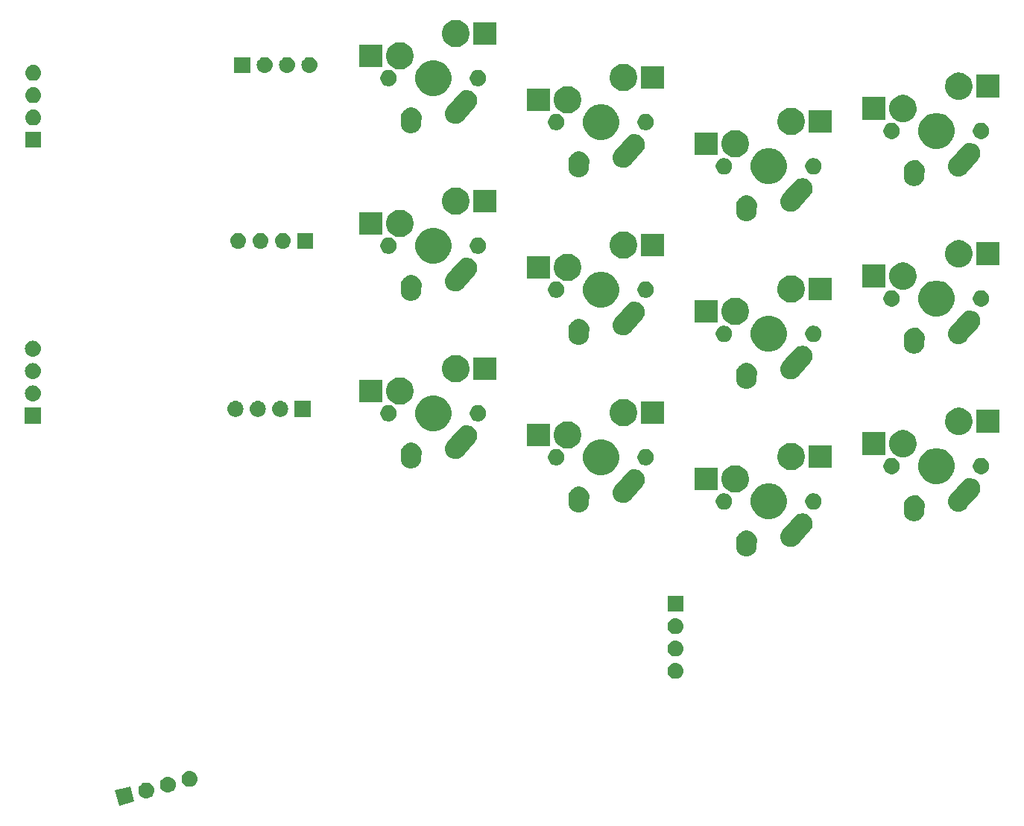
<source format=gbr>
G04 #@! TF.GenerationSoftware,KiCad,Pcbnew,(5.1.4)-1*
G04 #@! TF.CreationDate,2023-06-17T18:30:50-04:00*
G04 #@! TF.ProjectId,ThumbsUp,5468756d-6273-4557-902e-6b696361645f,rev?*
G04 #@! TF.SameCoordinates,Original*
G04 #@! TF.FileFunction,Soldermask,Bot*
G04 #@! TF.FilePolarity,Negative*
%FSLAX46Y46*%
G04 Gerber Fmt 4.6, Leading zero omitted, Abs format (unit mm)*
G04 Created by KiCad (PCBNEW (5.1.4)-1) date 2023-06-17 18:30:50*
%MOMM*%
%LPD*%
G04 APERTURE LIST*
%ADD10C,0.100000*%
G04 APERTURE END LIST*
D10*
G36*
X164455165Y-601119626D02*
G01*
X162714567Y-601586018D01*
X162248175Y-599845420D01*
X163988773Y-599379028D01*
X164455165Y-601119626D01*
X164455165Y-601119626D01*
G37*
G36*
X165915564Y-598930641D02*
G01*
X165981749Y-598937160D01*
X166151588Y-598988680D01*
X166308113Y-599072345D01*
X166343851Y-599101675D01*
X166445308Y-599184937D01*
X166528570Y-599286394D01*
X166557900Y-599322132D01*
X166641565Y-599478657D01*
X166693085Y-599648496D01*
X166710481Y-599825123D01*
X166693085Y-600001750D01*
X166641565Y-600171589D01*
X166557900Y-600328114D01*
X166528570Y-600363852D01*
X166445308Y-600465309D01*
X166343851Y-600548571D01*
X166308113Y-600577901D01*
X166151588Y-600661566D01*
X165981749Y-600713086D01*
X165915565Y-600719604D01*
X165849382Y-600726123D01*
X165760862Y-600726123D01*
X165694679Y-600719604D01*
X165628495Y-600713086D01*
X165458656Y-600661566D01*
X165302131Y-600577901D01*
X165266393Y-600548571D01*
X165164936Y-600465309D01*
X165081674Y-600363852D01*
X165052344Y-600328114D01*
X164968679Y-600171589D01*
X164917159Y-600001750D01*
X164899763Y-599825123D01*
X164917159Y-599648496D01*
X164968679Y-599478657D01*
X165052344Y-599322132D01*
X165081674Y-599286394D01*
X165164936Y-599184937D01*
X165266393Y-599101675D01*
X165302131Y-599072345D01*
X165458656Y-598988680D01*
X165628495Y-598937160D01*
X165694680Y-598930641D01*
X165760862Y-598924123D01*
X165849382Y-598924123D01*
X165915564Y-598930641D01*
X165915564Y-598930641D01*
G37*
G36*
X168369015Y-598273240D02*
G01*
X168435200Y-598279759D01*
X168605039Y-598331279D01*
X168761564Y-598414944D01*
X168797302Y-598444274D01*
X168898759Y-598527536D01*
X168982021Y-598628993D01*
X169011351Y-598664731D01*
X169095016Y-598821256D01*
X169146536Y-598991095D01*
X169163932Y-599167722D01*
X169146536Y-599344349D01*
X169095016Y-599514188D01*
X169011351Y-599670713D01*
X168982021Y-599706451D01*
X168898759Y-599807908D01*
X168797302Y-599891170D01*
X168761564Y-599920500D01*
X168605039Y-600004165D01*
X168435200Y-600055685D01*
X168369016Y-600062203D01*
X168302833Y-600068722D01*
X168214313Y-600068722D01*
X168148130Y-600062203D01*
X168081946Y-600055685D01*
X167912107Y-600004165D01*
X167755582Y-599920500D01*
X167719844Y-599891170D01*
X167618387Y-599807908D01*
X167535125Y-599706451D01*
X167505795Y-599670713D01*
X167422130Y-599514188D01*
X167370610Y-599344349D01*
X167353214Y-599167722D01*
X167370610Y-598991095D01*
X167422130Y-598821256D01*
X167505795Y-598664731D01*
X167535125Y-598628993D01*
X167618387Y-598527536D01*
X167719844Y-598444274D01*
X167755582Y-598414944D01*
X167912107Y-598331279D01*
X168081946Y-598279759D01*
X168148131Y-598273240D01*
X168214313Y-598266722D01*
X168302833Y-598266722D01*
X168369015Y-598273240D01*
X168369015Y-598273240D01*
G37*
G36*
X170822467Y-597615840D02*
G01*
X170888652Y-597622359D01*
X171058491Y-597673879D01*
X171215016Y-597757544D01*
X171250754Y-597786874D01*
X171352211Y-597870136D01*
X171435473Y-597971593D01*
X171464803Y-598007331D01*
X171548468Y-598163856D01*
X171599988Y-598333695D01*
X171617384Y-598510322D01*
X171599988Y-598686949D01*
X171548468Y-598856788D01*
X171464803Y-599013313D01*
X171435473Y-599049051D01*
X171352211Y-599150508D01*
X171250754Y-599233770D01*
X171215016Y-599263100D01*
X171058491Y-599346765D01*
X170888652Y-599398285D01*
X170822467Y-599404804D01*
X170756285Y-599411322D01*
X170667765Y-599411322D01*
X170601583Y-599404804D01*
X170535398Y-599398285D01*
X170365559Y-599346765D01*
X170209034Y-599263100D01*
X170173296Y-599233770D01*
X170071839Y-599150508D01*
X169988577Y-599049051D01*
X169959247Y-599013313D01*
X169875582Y-598856788D01*
X169824062Y-598686949D01*
X169806666Y-598510322D01*
X169824062Y-598333695D01*
X169875582Y-598163856D01*
X169959247Y-598007331D01*
X169988577Y-597971593D01*
X170071839Y-597870136D01*
X170173296Y-597786874D01*
X170209034Y-597757544D01*
X170365559Y-597673879D01*
X170535398Y-597622359D01*
X170601583Y-597615840D01*
X170667765Y-597609322D01*
X170756285Y-597609322D01*
X170822467Y-597615840D01*
X170822467Y-597615840D01*
G37*
G36*
X226022468Y-585335841D02*
G01*
X226088652Y-585342359D01*
X226258491Y-585393879D01*
X226415016Y-585477544D01*
X226450754Y-585506874D01*
X226552211Y-585590136D01*
X226635473Y-585691593D01*
X226664803Y-585727331D01*
X226748468Y-585883856D01*
X226799988Y-586053695D01*
X226817384Y-586230322D01*
X226799988Y-586406949D01*
X226748468Y-586576788D01*
X226664803Y-586733313D01*
X226635473Y-586769051D01*
X226552211Y-586870508D01*
X226450754Y-586953770D01*
X226415016Y-586983100D01*
X226258491Y-587066765D01*
X226088652Y-587118285D01*
X226022467Y-587124804D01*
X225956285Y-587131322D01*
X225867765Y-587131322D01*
X225801583Y-587124804D01*
X225735398Y-587118285D01*
X225565559Y-587066765D01*
X225409034Y-586983100D01*
X225373296Y-586953770D01*
X225271839Y-586870508D01*
X225188577Y-586769051D01*
X225159247Y-586733313D01*
X225075582Y-586576788D01*
X225024062Y-586406949D01*
X225006666Y-586230322D01*
X225024062Y-586053695D01*
X225075582Y-585883856D01*
X225159247Y-585727331D01*
X225188577Y-585691593D01*
X225271839Y-585590136D01*
X225373296Y-585506874D01*
X225409034Y-585477544D01*
X225565559Y-585393879D01*
X225735398Y-585342359D01*
X225801582Y-585335841D01*
X225867765Y-585329322D01*
X225956285Y-585329322D01*
X226022468Y-585335841D01*
X226022468Y-585335841D01*
G37*
G36*
X226022467Y-582795840D02*
G01*
X226088652Y-582802359D01*
X226258491Y-582853879D01*
X226415016Y-582937544D01*
X226450754Y-582966874D01*
X226552211Y-583050136D01*
X226635473Y-583151593D01*
X226664803Y-583187331D01*
X226748468Y-583343856D01*
X226799988Y-583513695D01*
X226817384Y-583690322D01*
X226799988Y-583866949D01*
X226748468Y-584036788D01*
X226664803Y-584193313D01*
X226635473Y-584229051D01*
X226552211Y-584330508D01*
X226450754Y-584413770D01*
X226415016Y-584443100D01*
X226258491Y-584526765D01*
X226088652Y-584578285D01*
X226022468Y-584584803D01*
X225956285Y-584591322D01*
X225867765Y-584591322D01*
X225801582Y-584584803D01*
X225735398Y-584578285D01*
X225565559Y-584526765D01*
X225409034Y-584443100D01*
X225373296Y-584413770D01*
X225271839Y-584330508D01*
X225188577Y-584229051D01*
X225159247Y-584193313D01*
X225075582Y-584036788D01*
X225024062Y-583866949D01*
X225006666Y-583690322D01*
X225024062Y-583513695D01*
X225075582Y-583343856D01*
X225159247Y-583187331D01*
X225188577Y-583151593D01*
X225271839Y-583050136D01*
X225373296Y-582966874D01*
X225409034Y-582937544D01*
X225565559Y-582853879D01*
X225735398Y-582802359D01*
X225801583Y-582795840D01*
X225867765Y-582789322D01*
X225956285Y-582789322D01*
X226022467Y-582795840D01*
X226022467Y-582795840D01*
G37*
G36*
X226022467Y-580255840D02*
G01*
X226088652Y-580262359D01*
X226258491Y-580313879D01*
X226415016Y-580397544D01*
X226450754Y-580426874D01*
X226552211Y-580510136D01*
X226635473Y-580611593D01*
X226664803Y-580647331D01*
X226748468Y-580803856D01*
X226799988Y-580973695D01*
X226817384Y-581150322D01*
X226799988Y-581326949D01*
X226748468Y-581496788D01*
X226664803Y-581653313D01*
X226635473Y-581689051D01*
X226552211Y-581790508D01*
X226450754Y-581873770D01*
X226415016Y-581903100D01*
X226258491Y-581986765D01*
X226088652Y-582038285D01*
X226022467Y-582044804D01*
X225956285Y-582051322D01*
X225867765Y-582051322D01*
X225801583Y-582044804D01*
X225735398Y-582038285D01*
X225565559Y-581986765D01*
X225409034Y-581903100D01*
X225373296Y-581873770D01*
X225271839Y-581790508D01*
X225188577Y-581689051D01*
X225159247Y-581653313D01*
X225075582Y-581496788D01*
X225024062Y-581326949D01*
X225006666Y-581150322D01*
X225024062Y-580973695D01*
X225075582Y-580803856D01*
X225159247Y-580647331D01*
X225188577Y-580611593D01*
X225271839Y-580510136D01*
X225373296Y-580426874D01*
X225409034Y-580397544D01*
X225565559Y-580313879D01*
X225735398Y-580262359D01*
X225801583Y-580255840D01*
X225867765Y-580249322D01*
X225956285Y-580249322D01*
X226022467Y-580255840D01*
X226022467Y-580255840D01*
G37*
G36*
X226813025Y-579511322D02*
G01*
X225011025Y-579511322D01*
X225011025Y-577709322D01*
X226813025Y-577709322D01*
X226813025Y-579511322D01*
X226813025Y-579511322D01*
G37*
G36*
X234321755Y-570319947D02*
G01*
X234538280Y-570402284D01*
X234734582Y-570525282D01*
X234903115Y-570684212D01*
X235037405Y-570872968D01*
X235132290Y-571084296D01*
X235184123Y-571310074D01*
X235189213Y-571483600D01*
X235148432Y-572074914D01*
X235148321Y-572076527D01*
X235148025Y-572085127D01*
X235148025Y-572156150D01*
X235129143Y-572251076D01*
X235128481Y-572254680D01*
X235112401Y-572350053D01*
X235109940Y-572356526D01*
X235104184Y-572376551D01*
X235102832Y-572383350D01*
X235100182Y-572389747D01*
X235065788Y-572472783D01*
X235064436Y-572476187D01*
X235030063Y-572566578D01*
X235026389Y-572572442D01*
X235016838Y-572590958D01*
X235014183Y-572597368D01*
X234960368Y-572677908D01*
X234958448Y-572680874D01*
X234907066Y-572762880D01*
X234902314Y-572767919D01*
X234889336Y-572784216D01*
X234885488Y-572789975D01*
X234817022Y-572858441D01*
X234814501Y-572861038D01*
X234748136Y-572931413D01*
X234742503Y-572935421D01*
X234726581Y-572948882D01*
X234721681Y-572953782D01*
X234641177Y-573007573D01*
X234638227Y-573009607D01*
X234559380Y-573065703D01*
X234553058Y-573068542D01*
X234534835Y-573078629D01*
X234529070Y-573082481D01*
X234439560Y-573119557D01*
X234436397Y-573120922D01*
X234348052Y-573160588D01*
X234341300Y-573162138D01*
X234321463Y-573168475D01*
X234315052Y-573171130D01*
X234220075Y-573190022D01*
X234216624Y-573190761D01*
X234122274Y-573212421D01*
X234115366Y-573212624D01*
X234094655Y-573214970D01*
X234087851Y-573216323D01*
X233991052Y-573216323D01*
X233987388Y-573216377D01*
X233890723Y-573219212D01*
X233890722Y-573219212D01*
X233883907Y-573218063D01*
X233863125Y-573216323D01*
X233856198Y-573216323D01*
X233761271Y-573197441D01*
X233757667Y-573196779D01*
X233730806Y-573192250D01*
X233662295Y-573180699D01*
X233655822Y-573178238D01*
X233635797Y-573172482D01*
X233628998Y-573171130D01*
X233569547Y-573146504D01*
X233539565Y-573134086D01*
X233536161Y-573132734D01*
X233505249Y-573120979D01*
X233445770Y-573098361D01*
X233439906Y-573094687D01*
X233421390Y-573085136D01*
X233414980Y-573082481D01*
X233334440Y-573028666D01*
X233331474Y-573026746D01*
X233249468Y-572975364D01*
X233244429Y-572970612D01*
X233228132Y-572957634D01*
X233222373Y-572953786D01*
X233153907Y-572885320D01*
X233151310Y-572882799D01*
X233080935Y-572816434D01*
X233076927Y-572810801D01*
X233063466Y-572794879D01*
X233058566Y-572789979D01*
X233004775Y-572709475D01*
X233002741Y-572706525D01*
X232946645Y-572627678D01*
X232943806Y-572621356D01*
X232933718Y-572603131D01*
X232929867Y-572597368D01*
X232892791Y-572507858D01*
X232891426Y-572504695D01*
X232851760Y-572416350D01*
X232850210Y-572409598D01*
X232843873Y-572389761D01*
X232841218Y-572383350D01*
X232822326Y-572288373D01*
X232821587Y-572284922D01*
X232799927Y-572190572D01*
X232799724Y-572183663D01*
X232797378Y-572162953D01*
X232796025Y-572156149D01*
X232796025Y-572059338D01*
X232795972Y-572055738D01*
X232794837Y-572017046D01*
X232795730Y-572004097D01*
X232796025Y-571995527D01*
X232796025Y-571924496D01*
X232802421Y-571892342D01*
X232804525Y-571876571D01*
X232842787Y-571321778D01*
X232871649Y-571150593D01*
X232953987Y-570934068D01*
X233076984Y-570737766D01*
X233182937Y-570625411D01*
X233235913Y-570569233D01*
X233356016Y-570483787D01*
X233424670Y-570434943D01*
X233635998Y-570340058D01*
X233861776Y-570288224D01*
X234093327Y-570281433D01*
X234321755Y-570319947D01*
X234321755Y-570319947D01*
G37*
G36*
X240489555Y-568330569D02*
G01*
X240714544Y-568385730D01*
X240824998Y-568437295D01*
X240924446Y-568483721D01*
X240924448Y-568483723D01*
X240924449Y-568483723D01*
X241111202Y-568620784D01*
X241267628Y-568791644D01*
X241387714Y-568989740D01*
X241466848Y-569207457D01*
X241501986Y-569436427D01*
X241491779Y-569667854D01*
X241436618Y-569892843D01*
X241385053Y-570003296D01*
X241338627Y-570102744D01*
X241338625Y-570102746D01*
X241338625Y-570102747D01*
X241235911Y-570242701D01*
X240092201Y-571517368D01*
X239949240Y-571676698D01*
X239938345Y-571690732D01*
X239925486Y-571709977D01*
X239868443Y-571767020D01*
X239863793Y-571771929D01*
X239848746Y-571788699D01*
X239827334Y-571808302D01*
X239823353Y-571812110D01*
X239761681Y-571873782D01*
X239747875Y-571883007D01*
X239732917Y-571894741D01*
X239720699Y-571905927D01*
X239646229Y-571951071D01*
X239641582Y-571954030D01*
X239569070Y-572002481D01*
X239569069Y-572002482D01*
X239569068Y-572002482D01*
X239553733Y-572008834D01*
X239536776Y-572017422D01*
X239522606Y-572026012D01*
X239440736Y-572055769D01*
X239435630Y-572057754D01*
X239355052Y-572091130D01*
X239338773Y-572094368D01*
X239320478Y-572099480D01*
X239304889Y-572105146D01*
X239218740Y-572118367D01*
X239213363Y-572119314D01*
X239127852Y-572136323D01*
X239111258Y-572136323D01*
X239092315Y-572137768D01*
X239075918Y-572140284D01*
X238988819Y-572136443D01*
X238983379Y-572136323D01*
X238896197Y-572136323D01*
X238879928Y-572133087D01*
X238861069Y-572130808D01*
X238844493Y-572130077D01*
X238759802Y-572109313D01*
X238754507Y-572108139D01*
X238668998Y-572091130D01*
X238653663Y-572084778D01*
X238635624Y-572078868D01*
X238619504Y-572074916D01*
X238540528Y-572038046D01*
X238535531Y-572035846D01*
X238454980Y-572002481D01*
X238441184Y-571993263D01*
X238424628Y-571983939D01*
X238409600Y-571976923D01*
X238339345Y-571925362D01*
X238334833Y-571922201D01*
X238262369Y-571873782D01*
X238250642Y-571862055D01*
X238236216Y-571849674D01*
X238222846Y-571839862D01*
X238193952Y-571808302D01*
X238164004Y-571775590D01*
X238160196Y-571771609D01*
X238098567Y-571709980D01*
X238098565Y-571709977D01*
X238089351Y-571696188D01*
X238077617Y-571681230D01*
X238066419Y-571668999D01*
X238021243Y-571594475D01*
X238018310Y-571589867D01*
X237969867Y-571517368D01*
X237963520Y-571502045D01*
X237954931Y-571485087D01*
X237946334Y-571470906D01*
X237916557Y-571388981D01*
X237914578Y-571383888D01*
X237881218Y-571303350D01*
X237877983Y-571287086D01*
X237872871Y-571268791D01*
X237867200Y-571253189D01*
X237853970Y-571166981D01*
X237853024Y-571161610D01*
X237836025Y-571076150D01*
X237836025Y-571059571D01*
X237834580Y-571040629D01*
X237832062Y-571024218D01*
X237835906Y-570937074D01*
X237836025Y-570931634D01*
X237836025Y-570844498D01*
X237839259Y-570828240D01*
X237841537Y-570809382D01*
X237842269Y-570792793D01*
X237863033Y-570708101D01*
X237864217Y-570702765D01*
X237867908Y-570684212D01*
X237881218Y-570617296D01*
X237887563Y-570601977D01*
X237893479Y-570583919D01*
X237897430Y-570567804D01*
X237934313Y-570488800D01*
X237936505Y-570483820D01*
X237969867Y-570403278D01*
X237979077Y-570389495D01*
X237988407Y-570372928D01*
X237995422Y-570357901D01*
X238046990Y-570287637D01*
X238050151Y-570283125D01*
X238077162Y-570242701D01*
X238098566Y-570210667D01*
X238155572Y-570153661D01*
X238160208Y-570148767D01*
X238995294Y-569218062D01*
X239485301Y-568671947D01*
X239613343Y-568554723D01*
X239613342Y-568554723D01*
X239613346Y-568554720D01*
X239811441Y-568434634D01*
X240029158Y-568355500D01*
X240258129Y-568320362D01*
X240489555Y-568330569D01*
X240489555Y-568330569D01*
G37*
G36*
X253371755Y-566319946D02*
G01*
X253588280Y-566402283D01*
X253784582Y-566525281D01*
X253953115Y-566684211D01*
X254087405Y-566872967D01*
X254182290Y-567084295D01*
X254234123Y-567310073D01*
X254239213Y-567483599D01*
X254198432Y-568074913D01*
X254198321Y-568076526D01*
X254198025Y-568085126D01*
X254198025Y-568156149D01*
X254179143Y-568251075D01*
X254178481Y-568254679D01*
X254162401Y-568350052D01*
X254159940Y-568356525D01*
X254154184Y-568376550D01*
X254152832Y-568383349D01*
X254150182Y-568389746D01*
X254115788Y-568472782D01*
X254114436Y-568476186D01*
X254080063Y-568566577D01*
X254076389Y-568572441D01*
X254066838Y-568590957D01*
X254064183Y-568597367D01*
X254010368Y-568677907D01*
X254008448Y-568680873D01*
X253957066Y-568762879D01*
X253952314Y-568767918D01*
X253939336Y-568784215D01*
X253935488Y-568789974D01*
X253867022Y-568858440D01*
X253864501Y-568861037D01*
X253798136Y-568931412D01*
X253792503Y-568935420D01*
X253776581Y-568948881D01*
X253771681Y-568953781D01*
X253691177Y-569007572D01*
X253688227Y-569009606D01*
X253609380Y-569065702D01*
X253603058Y-569068541D01*
X253584835Y-569078628D01*
X253579070Y-569082480D01*
X253489560Y-569119556D01*
X253486397Y-569120921D01*
X253398052Y-569160587D01*
X253391300Y-569162137D01*
X253371463Y-569168474D01*
X253365052Y-569171129D01*
X253270075Y-569190021D01*
X253266624Y-569190760D01*
X253172274Y-569212420D01*
X253165366Y-569212623D01*
X253144655Y-569214969D01*
X253137851Y-569216322D01*
X253041052Y-569216322D01*
X253037388Y-569216376D01*
X252940723Y-569219211D01*
X252940722Y-569219211D01*
X252933907Y-569218062D01*
X252913125Y-569216322D01*
X252906198Y-569216322D01*
X252811271Y-569197440D01*
X252807667Y-569196778D01*
X252780806Y-569192249D01*
X252712295Y-569180698D01*
X252705822Y-569178237D01*
X252685797Y-569172481D01*
X252678998Y-569171129D01*
X252619547Y-569146503D01*
X252589565Y-569134085D01*
X252586161Y-569132733D01*
X252555249Y-569120978D01*
X252495770Y-569098360D01*
X252489906Y-569094686D01*
X252471390Y-569085135D01*
X252464980Y-569082480D01*
X252384440Y-569028665D01*
X252381474Y-569026745D01*
X252299468Y-568975363D01*
X252294429Y-568970611D01*
X252278132Y-568957633D01*
X252272373Y-568953785D01*
X252203907Y-568885319D01*
X252201310Y-568882798D01*
X252130935Y-568816433D01*
X252126927Y-568810800D01*
X252113466Y-568794878D01*
X252108566Y-568789978D01*
X252054775Y-568709474D01*
X252052741Y-568706524D01*
X251996645Y-568627677D01*
X251993806Y-568621355D01*
X251983718Y-568603130D01*
X251979867Y-568597367D01*
X251942791Y-568507857D01*
X251941426Y-568504694D01*
X251901760Y-568416349D01*
X251900210Y-568409597D01*
X251893873Y-568389760D01*
X251891218Y-568383349D01*
X251872326Y-568288372D01*
X251871587Y-568284921D01*
X251849927Y-568190571D01*
X251849724Y-568183662D01*
X251847378Y-568162952D01*
X251846025Y-568156148D01*
X251846025Y-568059337D01*
X251845972Y-568055737D01*
X251844837Y-568017045D01*
X251845730Y-568004096D01*
X251846025Y-567995526D01*
X251846025Y-567924495D01*
X251852421Y-567892341D01*
X251854525Y-567876570D01*
X251892787Y-567321777D01*
X251921649Y-567150592D01*
X252003987Y-566934067D01*
X252126984Y-566737765D01*
X252232937Y-566625410D01*
X252285913Y-566569232D01*
X252398929Y-566488828D01*
X252474670Y-566434942D01*
X252685998Y-566340057D01*
X252911776Y-566288223D01*
X253143327Y-566281432D01*
X253371755Y-566319946D01*
X253371755Y-566319946D01*
G37*
G36*
X237108499Y-564994007D02*
G01*
X237236104Y-565046863D01*
X237480648Y-565148156D01*
X237815573Y-565371946D01*
X238100402Y-565656775D01*
X238324192Y-565991700D01*
X238380178Y-566126863D01*
X238478341Y-566363849D01*
X238556925Y-566758917D01*
X238556925Y-567161729D01*
X238478341Y-567556797D01*
X238420145Y-567697295D01*
X238324192Y-567928946D01*
X238100402Y-568263871D01*
X237815573Y-568548700D01*
X237480648Y-568772490D01*
X237326499Y-568836340D01*
X237108499Y-568926639D01*
X236713431Y-569005223D01*
X236310619Y-569005223D01*
X235915551Y-568926639D01*
X235697551Y-568836340D01*
X235543402Y-568772490D01*
X235208477Y-568548700D01*
X234923648Y-568263871D01*
X234699858Y-567928946D01*
X234603905Y-567697295D01*
X234545709Y-567556797D01*
X234467125Y-567161729D01*
X234467125Y-566758917D01*
X234545709Y-566363849D01*
X234643872Y-566126863D01*
X234699858Y-565991700D01*
X234923648Y-565656775D01*
X235208477Y-565371946D01*
X235543402Y-565148156D01*
X235787946Y-565046863D01*
X235915551Y-564994007D01*
X236310619Y-564915423D01*
X236713431Y-564915423D01*
X237108499Y-564994007D01*
X237108499Y-564994007D01*
G37*
G36*
X215271755Y-565319946D02*
G01*
X215488280Y-565402283D01*
X215684582Y-565525281D01*
X215853115Y-565684211D01*
X215987405Y-565872967D01*
X216082290Y-566084295D01*
X216134123Y-566310073D01*
X216139213Y-566483599D01*
X216099490Y-567059570D01*
X216098321Y-567076526D01*
X216098025Y-567085126D01*
X216098025Y-567156149D01*
X216079143Y-567251075D01*
X216078481Y-567254679D01*
X216062401Y-567350052D01*
X216059940Y-567356525D01*
X216054184Y-567376550D01*
X216052832Y-567383349D01*
X216046370Y-567398949D01*
X216015788Y-567472782D01*
X216014436Y-567476186D01*
X215980063Y-567566577D01*
X215976389Y-567572441D01*
X215966838Y-567590957D01*
X215964183Y-567597367D01*
X215910368Y-567677907D01*
X215908448Y-567680873D01*
X215857066Y-567762879D01*
X215852314Y-567767918D01*
X215839336Y-567784215D01*
X215835488Y-567789974D01*
X215767022Y-567858440D01*
X215764501Y-567861037D01*
X215698136Y-567931412D01*
X215692503Y-567935420D01*
X215676581Y-567948881D01*
X215671681Y-567953781D01*
X215596335Y-568004126D01*
X215591177Y-568007572D01*
X215588227Y-568009606D01*
X215509380Y-568065702D01*
X215503058Y-568068541D01*
X215484835Y-568078628D01*
X215479070Y-568082480D01*
X215389560Y-568119556D01*
X215386397Y-568120921D01*
X215298052Y-568160587D01*
X215291300Y-568162137D01*
X215271463Y-568168474D01*
X215265052Y-568171129D01*
X215170075Y-568190021D01*
X215166624Y-568190760D01*
X215072274Y-568212420D01*
X215065366Y-568212623D01*
X215044655Y-568214969D01*
X215037851Y-568216322D01*
X214941052Y-568216322D01*
X214937388Y-568216376D01*
X214840723Y-568219211D01*
X214840722Y-568219211D01*
X214833907Y-568218062D01*
X214813125Y-568216322D01*
X214806198Y-568216322D01*
X214711271Y-568197440D01*
X214707667Y-568196778D01*
X214680806Y-568192249D01*
X214612295Y-568180698D01*
X214605822Y-568178237D01*
X214585797Y-568172481D01*
X214578998Y-568171129D01*
X214504529Y-568140283D01*
X214489565Y-568134085D01*
X214486161Y-568132733D01*
X214455249Y-568120978D01*
X214395770Y-568098360D01*
X214389906Y-568094686D01*
X214371390Y-568085135D01*
X214364980Y-568082480D01*
X214284440Y-568028665D01*
X214281474Y-568026745D01*
X214199468Y-567975363D01*
X214194429Y-567970611D01*
X214178132Y-567957633D01*
X214172373Y-567953785D01*
X214103907Y-567885319D01*
X214101310Y-567882798D01*
X214030935Y-567816433D01*
X214026927Y-567810800D01*
X214013466Y-567794878D01*
X214008566Y-567789978D01*
X213954775Y-567709474D01*
X213952741Y-567706524D01*
X213896645Y-567627677D01*
X213893806Y-567621355D01*
X213883718Y-567603130D01*
X213879867Y-567597367D01*
X213842791Y-567507857D01*
X213841426Y-567504694D01*
X213801760Y-567416349D01*
X213800210Y-567409597D01*
X213793873Y-567389760D01*
X213791218Y-567383349D01*
X213772326Y-567288372D01*
X213771587Y-567284921D01*
X213749927Y-567190571D01*
X213749724Y-567183662D01*
X213747378Y-567162952D01*
X213746025Y-567156148D01*
X213746025Y-567059337D01*
X213745972Y-567055737D01*
X213744837Y-567017045D01*
X213745730Y-567004096D01*
X213746025Y-566995526D01*
X213746025Y-566924495D01*
X213752421Y-566892341D01*
X213754525Y-566876570D01*
X213792787Y-566321777D01*
X213821649Y-566150592D01*
X213903987Y-565934067D01*
X214026984Y-565737765D01*
X214133264Y-565625063D01*
X214185913Y-565569232D01*
X214306016Y-565483786D01*
X214374670Y-565434942D01*
X214585998Y-565340057D01*
X214811776Y-565288223D01*
X215043327Y-565281432D01*
X215271755Y-565319946D01*
X215271755Y-565319946D01*
G37*
G36*
X259539555Y-564330568D02*
G01*
X259764544Y-564385729D01*
X259873139Y-564436426D01*
X259974446Y-564483720D01*
X259974448Y-564483722D01*
X259974449Y-564483722D01*
X260161202Y-564620783D01*
X260317628Y-564791643D01*
X260437714Y-564989739D01*
X260516848Y-565207456D01*
X260551986Y-565436426D01*
X260541779Y-565667853D01*
X260486618Y-565892842D01*
X260467372Y-565934067D01*
X260388627Y-566102743D01*
X260388625Y-566102745D01*
X260388625Y-566102746D01*
X260285911Y-566242700D01*
X259092794Y-567572431D01*
X258999240Y-567676697D01*
X258988345Y-567690731D01*
X258975486Y-567709976D01*
X258918443Y-567767019D01*
X258913793Y-567771928D01*
X258898746Y-567788698D01*
X258877334Y-567808301D01*
X258873353Y-567812109D01*
X258811681Y-567873781D01*
X258797875Y-567883006D01*
X258782917Y-567894740D01*
X258770699Y-567905926D01*
X258696229Y-567951070D01*
X258691582Y-567954029D01*
X258619070Y-568002480D01*
X258619069Y-568002481D01*
X258619068Y-568002481D01*
X258603733Y-568008833D01*
X258586776Y-568017421D01*
X258572606Y-568026011D01*
X258490736Y-568055768D01*
X258485630Y-568057753D01*
X258405052Y-568091129D01*
X258388773Y-568094367D01*
X258370478Y-568099479D01*
X258354889Y-568105145D01*
X258268740Y-568118366D01*
X258263363Y-568119313D01*
X258177852Y-568136322D01*
X258161258Y-568136322D01*
X258142315Y-568137767D01*
X258125918Y-568140283D01*
X258038819Y-568136442D01*
X258033379Y-568136322D01*
X257946197Y-568136322D01*
X257929928Y-568133086D01*
X257911069Y-568130807D01*
X257894493Y-568130076D01*
X257809802Y-568109312D01*
X257804507Y-568108138D01*
X257718998Y-568091129D01*
X257703663Y-568084777D01*
X257685624Y-568078867D01*
X257669504Y-568074915D01*
X257590528Y-568038045D01*
X257585531Y-568035845D01*
X257504980Y-568002480D01*
X257491184Y-567993262D01*
X257474628Y-567983938D01*
X257459600Y-567976922D01*
X257389345Y-567925361D01*
X257384833Y-567922200D01*
X257312369Y-567873781D01*
X257300642Y-567862054D01*
X257286216Y-567849673D01*
X257272846Y-567839861D01*
X257243952Y-567808301D01*
X257214004Y-567775589D01*
X257210196Y-567771608D01*
X257148567Y-567709979D01*
X257148565Y-567709976D01*
X257139351Y-567696187D01*
X257127617Y-567681229D01*
X257124543Y-567677871D01*
X257116421Y-567669000D01*
X257116419Y-567668998D01*
X257072998Y-567597369D01*
X257071236Y-567594463D01*
X257068310Y-567589866D01*
X257019867Y-567517367D01*
X257013520Y-567502044D01*
X257004931Y-567485086D01*
X256996334Y-567470905D01*
X256966557Y-567388980D01*
X256964578Y-567383887D01*
X256931218Y-567303349D01*
X256927983Y-567287085D01*
X256922871Y-567268790D01*
X256917200Y-567253188D01*
X256903970Y-567166980D01*
X256903024Y-567161609D01*
X256886025Y-567076149D01*
X256886025Y-567059570D01*
X256884580Y-567040628D01*
X256882062Y-567024217D01*
X256885906Y-566937073D01*
X256886025Y-566931633D01*
X256886025Y-566844497D01*
X256889259Y-566828239D01*
X256891537Y-566809381D01*
X256892269Y-566792792D01*
X256913033Y-566708100D01*
X256914217Y-566702764D01*
X256920934Y-566668998D01*
X256931218Y-566617295D01*
X256937563Y-566601976D01*
X256943479Y-566583918D01*
X256947430Y-566567803D01*
X256984313Y-566488799D01*
X256986505Y-566483819D01*
X257019867Y-566403277D01*
X257029077Y-566389494D01*
X257038407Y-566372927D01*
X257045422Y-566357900D01*
X257064077Y-566332481D01*
X257097000Y-566287622D01*
X257100151Y-566283124D01*
X257127162Y-566242700D01*
X257148566Y-566210666D01*
X257205572Y-566153660D01*
X257210208Y-566148766D01*
X257873947Y-565409027D01*
X258535301Y-564671946D01*
X258643286Y-564573084D01*
X258663346Y-564554719D01*
X258861441Y-564434633D01*
X259079158Y-564355499D01*
X259308129Y-564320361D01*
X259539555Y-564330568D01*
X259539555Y-564330568D01*
G37*
G36*
X231702129Y-566069908D02*
G01*
X231870651Y-566139712D01*
X232022316Y-566241051D01*
X232151297Y-566370032D01*
X232252636Y-566521697D01*
X232322440Y-566690219D01*
X232358025Y-566869120D01*
X232358025Y-567051526D01*
X232322440Y-567230427D01*
X232252636Y-567398949D01*
X232151297Y-567550614D01*
X232022316Y-567679595D01*
X231870651Y-567780934D01*
X231702129Y-567850738D01*
X231523228Y-567886323D01*
X231340822Y-567886323D01*
X231161921Y-567850738D01*
X230993399Y-567780934D01*
X230841734Y-567679595D01*
X230712753Y-567550614D01*
X230611414Y-567398949D01*
X230541610Y-567230427D01*
X230506025Y-567051526D01*
X230506025Y-566869120D01*
X230541610Y-566690219D01*
X230611414Y-566521697D01*
X230712753Y-566370032D01*
X230841734Y-566241051D01*
X230993399Y-566139712D01*
X231161921Y-566069908D01*
X231340822Y-566034323D01*
X231523228Y-566034323D01*
X231702129Y-566069908D01*
X231702129Y-566069908D01*
G37*
G36*
X241862129Y-566069908D02*
G01*
X242030651Y-566139712D01*
X242182316Y-566241051D01*
X242311297Y-566370032D01*
X242412636Y-566521697D01*
X242482440Y-566690219D01*
X242518025Y-566869120D01*
X242518025Y-567051526D01*
X242482440Y-567230427D01*
X242412636Y-567398949D01*
X242311297Y-567550614D01*
X242182316Y-567679595D01*
X242030651Y-567780934D01*
X241862129Y-567850738D01*
X241683228Y-567886323D01*
X241500822Y-567886323D01*
X241321921Y-567850738D01*
X241153399Y-567780934D01*
X241001734Y-567679595D01*
X240872753Y-567550614D01*
X240771414Y-567398949D01*
X240701610Y-567230427D01*
X240666025Y-567051526D01*
X240666025Y-566869120D01*
X240701610Y-566690219D01*
X240771414Y-566521697D01*
X240872753Y-566370032D01*
X241001734Y-566241051D01*
X241153399Y-566139712D01*
X241321921Y-566069908D01*
X241500822Y-566034323D01*
X241683228Y-566034323D01*
X241862129Y-566069908D01*
X241862129Y-566069908D01*
G37*
G36*
X221439555Y-563330568D02*
G01*
X221664544Y-563385729D01*
X221774998Y-563437294D01*
X221874446Y-563483720D01*
X221874448Y-563483722D01*
X221874449Y-563483722D01*
X222061202Y-563620783D01*
X222217628Y-563791643D01*
X222337714Y-563989739D01*
X222416848Y-564207456D01*
X222451986Y-564436426D01*
X222441779Y-564667853D01*
X222386618Y-564892842D01*
X222370840Y-564926638D01*
X222288627Y-565102743D01*
X222288625Y-565102745D01*
X222288625Y-565102746D01*
X222185911Y-565242700D01*
X220952540Y-566617294D01*
X220899240Y-566676697D01*
X220888345Y-566690731D01*
X220875486Y-566709976D01*
X220818443Y-566767019D01*
X220813793Y-566771928D01*
X220798746Y-566788698D01*
X220777334Y-566808301D01*
X220773353Y-566812109D01*
X220711681Y-566873781D01*
X220697875Y-566883006D01*
X220682917Y-566894740D01*
X220670699Y-566905926D01*
X220596229Y-566951070D01*
X220591582Y-566954029D01*
X220519070Y-567002480D01*
X220519069Y-567002481D01*
X220519068Y-567002481D01*
X220503733Y-567008833D01*
X220486776Y-567017421D01*
X220472606Y-567026011D01*
X220390736Y-567055768D01*
X220385630Y-567057753D01*
X220305052Y-567091129D01*
X220288773Y-567094367D01*
X220270478Y-567099479D01*
X220254889Y-567105145D01*
X220168740Y-567118366D01*
X220163363Y-567119313D01*
X220077852Y-567136322D01*
X220061258Y-567136322D01*
X220042315Y-567137767D01*
X220025918Y-567140283D01*
X219938819Y-567136442D01*
X219933379Y-567136322D01*
X219846197Y-567136322D01*
X219829928Y-567133086D01*
X219811069Y-567130807D01*
X219794493Y-567130076D01*
X219709802Y-567109312D01*
X219704507Y-567108138D01*
X219618998Y-567091129D01*
X219603663Y-567084777D01*
X219585624Y-567078867D01*
X219569504Y-567074915D01*
X219490528Y-567038045D01*
X219485531Y-567035845D01*
X219404980Y-567002480D01*
X219391184Y-566993262D01*
X219374628Y-566983938D01*
X219359600Y-566976922D01*
X219289345Y-566925361D01*
X219284833Y-566922200D01*
X219212369Y-566873781D01*
X219200642Y-566862054D01*
X219186216Y-566849673D01*
X219172846Y-566839861D01*
X219129753Y-566792791D01*
X219114004Y-566775589D01*
X219110196Y-566771608D01*
X219048567Y-566709979D01*
X219043746Y-566702764D01*
X219039351Y-566696187D01*
X219027617Y-566681229D01*
X219016419Y-566668998D01*
X218971243Y-566594474D01*
X218968310Y-566589866D01*
X218919867Y-566517367D01*
X218913520Y-566502044D01*
X218904931Y-566485086D01*
X218904143Y-566483786D01*
X218896334Y-566470905D01*
X218866557Y-566388980D01*
X218864578Y-566383887D01*
X218831218Y-566303349D01*
X218827983Y-566287085D01*
X218822871Y-566268790D01*
X218817200Y-566253188D01*
X218803970Y-566166980D01*
X218803024Y-566161609D01*
X218786025Y-566076149D01*
X218786025Y-566059570D01*
X218784580Y-566040628D01*
X218782062Y-566024217D01*
X218785906Y-565937073D01*
X218786025Y-565931633D01*
X218786025Y-565844497D01*
X218789259Y-565828239D01*
X218791537Y-565809381D01*
X218792269Y-565792792D01*
X218813033Y-565708100D01*
X218814217Y-565702764D01*
X218817908Y-565684211D01*
X218831218Y-565617295D01*
X218837563Y-565601976D01*
X218843479Y-565583918D01*
X218847430Y-565567803D01*
X218884313Y-565488799D01*
X218886505Y-565483819D01*
X218919867Y-565403277D01*
X218929077Y-565389494D01*
X218938407Y-565372927D01*
X218945422Y-565357900D01*
X218996990Y-565287636D01*
X219000151Y-565283124D01*
X219027162Y-565242700D01*
X219048566Y-565210666D01*
X219105572Y-565153660D01*
X219110208Y-565148766D01*
X219844344Y-564330570D01*
X220435301Y-563671946D01*
X220535583Y-563580137D01*
X220563346Y-563554719D01*
X220761441Y-563434633D01*
X220979158Y-563355499D01*
X221208129Y-563320361D01*
X221439555Y-563330568D01*
X221439555Y-563330568D01*
G37*
G36*
X232940245Y-562886322D02*
G01*
X233154435Y-562928927D01*
X233436699Y-563045844D01*
X233690730Y-563215582D01*
X233906766Y-563431618D01*
X234076504Y-563685649D01*
X234177280Y-563928945D01*
X234193421Y-563967914D01*
X234253025Y-564267562D01*
X234253025Y-564573084D01*
X234234174Y-564667852D01*
X234193421Y-564872733D01*
X234076504Y-565154997D01*
X233906766Y-565409028D01*
X233690730Y-565625064D01*
X233436699Y-565794802D01*
X233154435Y-565911719D01*
X233054320Y-565931633D01*
X232854786Y-565971323D01*
X232549264Y-565971323D01*
X232349730Y-565931633D01*
X232249615Y-565911719D01*
X231967351Y-565794802D01*
X231713320Y-565625064D01*
X231497284Y-565409028D01*
X231327546Y-565154997D01*
X231210629Y-564872733D01*
X231169876Y-564667852D01*
X231151025Y-564573084D01*
X231151025Y-564267562D01*
X231210629Y-563967914D01*
X231226770Y-563928945D01*
X231327546Y-563685649D01*
X231497284Y-563431618D01*
X231713320Y-563215582D01*
X231967351Y-563045844D01*
X232249615Y-562928927D01*
X232463805Y-562886322D01*
X232549264Y-562869323D01*
X232854786Y-562869323D01*
X232940245Y-562886322D01*
X232940245Y-562886322D01*
G37*
G36*
X230753025Y-565721323D02*
G01*
X228101025Y-565721323D01*
X228101025Y-563119323D01*
X230753025Y-563119323D01*
X230753025Y-565721323D01*
X230753025Y-565721323D01*
G37*
G36*
X256158499Y-560994006D02*
G01*
X256271008Y-561040609D01*
X256530648Y-561148155D01*
X256865573Y-561371945D01*
X257150402Y-561656774D01*
X257374192Y-561991699D01*
X257434147Y-562136443D01*
X257528341Y-562363848D01*
X257606925Y-562758916D01*
X257606925Y-563161728D01*
X257528341Y-563556796D01*
X257477476Y-563679594D01*
X257374192Y-563928945D01*
X257150402Y-564263870D01*
X256865573Y-564548699D01*
X256530648Y-564772489D01*
X256392974Y-564829515D01*
X256158499Y-564926638D01*
X255763431Y-565005222D01*
X255360619Y-565005222D01*
X254965551Y-564926638D01*
X254731076Y-564829515D01*
X254593402Y-564772489D01*
X254258477Y-564548699D01*
X253973648Y-564263870D01*
X253749858Y-563928945D01*
X253646574Y-563679594D01*
X253595709Y-563556796D01*
X253517125Y-563161728D01*
X253517125Y-562758916D01*
X253595709Y-562363848D01*
X253689903Y-562136443D01*
X253749858Y-561991699D01*
X253973648Y-561656774D01*
X254258477Y-561371945D01*
X254593402Y-561148155D01*
X254853042Y-561040609D01*
X254965551Y-560994006D01*
X255360619Y-560915422D01*
X255763431Y-560915422D01*
X256158499Y-560994006D01*
X256158499Y-560994006D01*
G37*
G36*
X218058499Y-559994006D02*
G01*
X218276499Y-560084305D01*
X218430648Y-560148155D01*
X218765573Y-560371945D01*
X219050402Y-560656774D01*
X219274192Y-560991699D01*
X219306587Y-561069908D01*
X219428341Y-561363848D01*
X219506925Y-561758916D01*
X219506925Y-562161728D01*
X219428341Y-562556796D01*
X219344620Y-562758916D01*
X219274192Y-562928945D01*
X219050402Y-563263870D01*
X218765573Y-563548699D01*
X218430648Y-563772489D01*
X218276499Y-563836339D01*
X218058499Y-563926638D01*
X217663431Y-564005222D01*
X217260619Y-564005222D01*
X216865551Y-563926638D01*
X216647551Y-563836339D01*
X216493402Y-563772489D01*
X216158477Y-563548699D01*
X215873648Y-563263870D01*
X215649858Y-562928945D01*
X215579430Y-562758916D01*
X215495709Y-562556796D01*
X215417125Y-562161728D01*
X215417125Y-561758916D01*
X215495709Y-561363848D01*
X215617463Y-561069908D01*
X215649858Y-560991699D01*
X215873648Y-560656774D01*
X216158477Y-560371945D01*
X216493402Y-560148155D01*
X216647551Y-560084305D01*
X216865551Y-559994006D01*
X217260619Y-559915422D01*
X217663431Y-559915422D01*
X218058499Y-559994006D01*
X218058499Y-559994006D01*
G37*
G36*
X260912129Y-562069907D02*
G01*
X261080651Y-562139711D01*
X261232316Y-562241050D01*
X261361297Y-562370031D01*
X261462636Y-562521696D01*
X261532440Y-562690218D01*
X261568025Y-562869119D01*
X261568025Y-563051525D01*
X261532440Y-563230426D01*
X261462636Y-563398948D01*
X261361297Y-563550613D01*
X261232316Y-563679594D01*
X261080651Y-563780933D01*
X260912129Y-563850737D01*
X260733228Y-563886322D01*
X260550822Y-563886322D01*
X260371921Y-563850737D01*
X260203399Y-563780933D01*
X260051734Y-563679594D01*
X259922753Y-563550613D01*
X259821414Y-563398948D01*
X259751610Y-563230426D01*
X259716025Y-563051525D01*
X259716025Y-562869119D01*
X259751610Y-562690218D01*
X259821414Y-562521696D01*
X259922753Y-562370031D01*
X260051734Y-562241050D01*
X260203399Y-562139711D01*
X260371921Y-562069907D01*
X260550822Y-562034322D01*
X260733228Y-562034322D01*
X260912129Y-562069907D01*
X260912129Y-562069907D01*
G37*
G36*
X250752129Y-562069907D02*
G01*
X250920651Y-562139711D01*
X251072316Y-562241050D01*
X251201297Y-562370031D01*
X251302636Y-562521696D01*
X251372440Y-562690218D01*
X251408025Y-562869119D01*
X251408025Y-563051525D01*
X251372440Y-563230426D01*
X251302636Y-563398948D01*
X251201297Y-563550613D01*
X251072316Y-563679594D01*
X250920651Y-563780933D01*
X250752129Y-563850737D01*
X250573228Y-563886322D01*
X250390822Y-563886322D01*
X250211921Y-563850737D01*
X250043399Y-563780933D01*
X249891734Y-563679594D01*
X249762753Y-563550613D01*
X249661414Y-563398948D01*
X249591610Y-563230426D01*
X249556025Y-563051525D01*
X249556025Y-562869119D01*
X249591610Y-562690218D01*
X249661414Y-562521696D01*
X249762753Y-562370031D01*
X249891734Y-562241050D01*
X250043399Y-562139711D01*
X250211921Y-562069907D01*
X250390822Y-562034322D01*
X250573228Y-562034322D01*
X250752129Y-562069907D01*
X250752129Y-562069907D01*
G37*
G36*
X239354610Y-560359125D02*
G01*
X239504435Y-560388927D01*
X239786699Y-560505844D01*
X240040730Y-560675582D01*
X240256766Y-560891618D01*
X240426504Y-561145649D01*
X240543421Y-561427913D01*
X240562076Y-561521697D01*
X240603025Y-561727562D01*
X240603025Y-562033084D01*
X240582202Y-562137768D01*
X240543421Y-562332733D01*
X240426504Y-562614997D01*
X240256766Y-562869028D01*
X240040730Y-563085064D01*
X239786699Y-563254802D01*
X239504435Y-563371719D01*
X239367550Y-563398947D01*
X239204786Y-563431323D01*
X238899264Y-563431323D01*
X238736500Y-563398947D01*
X238599615Y-563371719D01*
X238317351Y-563254802D01*
X238063320Y-563085064D01*
X237847284Y-562869028D01*
X237677546Y-562614997D01*
X237560629Y-562332733D01*
X237521848Y-562137768D01*
X237501025Y-562033084D01*
X237501025Y-561727562D01*
X237541974Y-561521697D01*
X237560629Y-561427913D01*
X237677546Y-561145649D01*
X237847284Y-560891618D01*
X238063320Y-560675582D01*
X238317351Y-560505844D01*
X238599615Y-560388927D01*
X238749440Y-560359125D01*
X238899264Y-560329323D01*
X239204786Y-560329323D01*
X239354610Y-560359125D01*
X239354610Y-560359125D01*
G37*
G36*
X196221755Y-560319946D02*
G01*
X196438280Y-560402283D01*
X196634582Y-560525281D01*
X196803115Y-560684211D01*
X196937405Y-560872967D01*
X197032290Y-561084295D01*
X197084123Y-561310073D01*
X197089213Y-561483599D01*
X197048777Y-562069908D01*
X197048321Y-562076526D01*
X197048025Y-562085126D01*
X197048025Y-562156149D01*
X197029143Y-562251075D01*
X197028481Y-562254679D01*
X197012401Y-562350052D01*
X197009940Y-562356525D01*
X197004184Y-562376550D01*
X197002832Y-562383349D01*
X196991953Y-562409613D01*
X196965788Y-562472782D01*
X196964436Y-562476186D01*
X196930063Y-562566577D01*
X196926389Y-562572441D01*
X196916838Y-562590957D01*
X196914183Y-562597367D01*
X196860368Y-562677907D01*
X196858448Y-562680873D01*
X196807066Y-562762879D01*
X196802314Y-562767918D01*
X196789336Y-562784215D01*
X196785488Y-562789974D01*
X196717022Y-562858440D01*
X196714501Y-562861037D01*
X196648136Y-562931412D01*
X196642503Y-562935420D01*
X196626581Y-562948881D01*
X196621681Y-562953781D01*
X196541177Y-563007572D01*
X196538227Y-563009606D01*
X196459380Y-563065702D01*
X196453058Y-563068541D01*
X196434835Y-563078628D01*
X196429070Y-563082480D01*
X196339560Y-563119556D01*
X196336397Y-563120921D01*
X196248052Y-563160587D01*
X196241300Y-563162137D01*
X196221463Y-563168474D01*
X196215052Y-563171129D01*
X196120075Y-563190021D01*
X196116624Y-563190760D01*
X196022274Y-563212420D01*
X196015366Y-563212623D01*
X195994655Y-563214969D01*
X195987851Y-563216322D01*
X195891052Y-563216322D01*
X195887388Y-563216376D01*
X195790723Y-563219211D01*
X195790722Y-563219211D01*
X195783907Y-563218062D01*
X195763125Y-563216322D01*
X195756198Y-563216322D01*
X195661271Y-563197440D01*
X195657667Y-563196778D01*
X195630806Y-563192249D01*
X195562295Y-563180698D01*
X195555822Y-563178237D01*
X195535797Y-563172481D01*
X195528998Y-563171129D01*
X195469547Y-563146503D01*
X195439565Y-563134085D01*
X195436161Y-563132733D01*
X195405249Y-563120978D01*
X195345770Y-563098360D01*
X195339906Y-563094686D01*
X195321390Y-563085135D01*
X195314980Y-563082480D01*
X195234440Y-563028665D01*
X195231474Y-563026745D01*
X195149468Y-562975363D01*
X195144429Y-562970611D01*
X195128132Y-562957633D01*
X195122373Y-562953785D01*
X195053907Y-562885319D01*
X195051310Y-562882798D01*
X194980935Y-562816433D01*
X194976927Y-562810800D01*
X194963466Y-562794878D01*
X194958566Y-562789978D01*
X194904775Y-562709474D01*
X194902741Y-562706524D01*
X194846645Y-562627677D01*
X194843806Y-562621355D01*
X194833718Y-562603130D01*
X194829867Y-562597367D01*
X194792791Y-562507857D01*
X194791426Y-562504694D01*
X194751760Y-562416349D01*
X194750210Y-562409597D01*
X194743873Y-562389760D01*
X194741218Y-562383349D01*
X194722326Y-562288372D01*
X194721587Y-562284921D01*
X194699927Y-562190571D01*
X194699724Y-562183662D01*
X194697378Y-562162952D01*
X194696025Y-562156148D01*
X194696025Y-562059337D01*
X194695972Y-562055737D01*
X194694837Y-562017045D01*
X194695730Y-562004096D01*
X194696025Y-561995526D01*
X194696025Y-561924495D01*
X194702421Y-561892341D01*
X194704525Y-561876570D01*
X194742787Y-561321777D01*
X194771649Y-561150592D01*
X194853987Y-560934067D01*
X194976984Y-560737765D01*
X195083265Y-560625062D01*
X195135913Y-560569232D01*
X195256016Y-560483786D01*
X195324670Y-560434942D01*
X195535998Y-560340057D01*
X195761776Y-560288223D01*
X195993327Y-560281432D01*
X196221755Y-560319946D01*
X196221755Y-560319946D01*
G37*
G36*
X243680025Y-563181323D02*
G01*
X241028025Y-563181323D01*
X241028025Y-560579323D01*
X243680025Y-560579323D01*
X243680025Y-563181323D01*
X243680025Y-563181323D01*
G37*
G36*
X222812129Y-561069907D02*
G01*
X222980651Y-561139711D01*
X223132316Y-561241050D01*
X223261297Y-561370031D01*
X223362636Y-561521696D01*
X223432440Y-561690218D01*
X223468025Y-561869119D01*
X223468025Y-562051525D01*
X223432440Y-562230426D01*
X223362636Y-562398948D01*
X223261297Y-562550613D01*
X223132316Y-562679594D01*
X222980651Y-562780933D01*
X222812129Y-562850737D01*
X222633228Y-562886322D01*
X222450822Y-562886322D01*
X222271921Y-562850737D01*
X222103399Y-562780933D01*
X221951734Y-562679594D01*
X221822753Y-562550613D01*
X221721414Y-562398948D01*
X221651610Y-562230426D01*
X221616025Y-562051525D01*
X221616025Y-561869119D01*
X221651610Y-561690218D01*
X221721414Y-561521696D01*
X221822753Y-561370031D01*
X221951734Y-561241050D01*
X222103399Y-561139711D01*
X222271921Y-561069907D01*
X222450822Y-561034322D01*
X222633228Y-561034322D01*
X222812129Y-561069907D01*
X222812129Y-561069907D01*
G37*
G36*
X212652129Y-561069907D02*
G01*
X212820651Y-561139711D01*
X212972316Y-561241050D01*
X213101297Y-561370031D01*
X213202636Y-561521696D01*
X213272440Y-561690218D01*
X213308025Y-561869119D01*
X213308025Y-562051525D01*
X213272440Y-562230426D01*
X213202636Y-562398948D01*
X213101297Y-562550613D01*
X212972316Y-562679594D01*
X212820651Y-562780933D01*
X212652129Y-562850737D01*
X212473228Y-562886322D01*
X212290822Y-562886322D01*
X212111921Y-562850737D01*
X211943399Y-562780933D01*
X211791734Y-562679594D01*
X211662753Y-562550613D01*
X211561414Y-562398948D01*
X211491610Y-562230426D01*
X211456025Y-562051525D01*
X211456025Y-561869119D01*
X211491610Y-561690218D01*
X211561414Y-561521696D01*
X211662753Y-561370031D01*
X211791734Y-561241050D01*
X211943399Y-561139711D01*
X212111921Y-561069907D01*
X212290822Y-561034322D01*
X212473228Y-561034322D01*
X212652129Y-561069907D01*
X212652129Y-561069907D01*
G37*
G36*
X202389555Y-558330568D02*
G01*
X202614544Y-558385729D01*
X202724998Y-558437294D01*
X202824446Y-558483720D01*
X202824448Y-558483722D01*
X202824449Y-558483722D01*
X203011202Y-558620783D01*
X203167628Y-558791643D01*
X203287714Y-558989739D01*
X203366848Y-559207456D01*
X203401986Y-559436426D01*
X203391779Y-559667853D01*
X203336618Y-559892842D01*
X203301572Y-559967912D01*
X203238627Y-560102743D01*
X203238625Y-560102745D01*
X203238625Y-560102746D01*
X203135911Y-560242700D01*
X201988316Y-561521697D01*
X201849240Y-561676697D01*
X201838345Y-561690731D01*
X201825486Y-561709976D01*
X201768443Y-561767019D01*
X201763793Y-561771928D01*
X201748746Y-561788698D01*
X201727334Y-561808301D01*
X201723353Y-561812109D01*
X201661681Y-561873781D01*
X201647875Y-561883006D01*
X201632917Y-561894740D01*
X201620699Y-561905926D01*
X201546229Y-561951070D01*
X201541582Y-561954029D01*
X201469070Y-562002480D01*
X201469069Y-562002481D01*
X201469068Y-562002481D01*
X201453733Y-562008833D01*
X201436776Y-562017421D01*
X201422606Y-562026011D01*
X201340736Y-562055768D01*
X201335630Y-562057753D01*
X201255052Y-562091129D01*
X201238773Y-562094367D01*
X201220478Y-562099479D01*
X201204889Y-562105145D01*
X201118740Y-562118366D01*
X201113363Y-562119313D01*
X201027852Y-562136322D01*
X201011258Y-562136322D01*
X200992315Y-562137767D01*
X200975918Y-562140283D01*
X200888819Y-562136442D01*
X200883379Y-562136322D01*
X200796197Y-562136322D01*
X200779928Y-562133086D01*
X200761069Y-562130807D01*
X200744493Y-562130076D01*
X200659802Y-562109312D01*
X200654507Y-562108138D01*
X200568998Y-562091129D01*
X200553663Y-562084777D01*
X200535624Y-562078867D01*
X200519504Y-562074915D01*
X200440528Y-562038045D01*
X200435531Y-562035845D01*
X200354980Y-562002480D01*
X200341184Y-561993262D01*
X200324628Y-561983938D01*
X200309600Y-561976922D01*
X200239345Y-561925361D01*
X200234833Y-561922200D01*
X200162369Y-561873781D01*
X200150642Y-561862054D01*
X200136216Y-561849673D01*
X200122846Y-561839861D01*
X200081593Y-561794801D01*
X200064004Y-561775589D01*
X200060196Y-561771608D01*
X199998567Y-561709979D01*
X199998565Y-561709976D01*
X199989351Y-561696187D01*
X199977617Y-561681229D01*
X199966419Y-561668998D01*
X199921243Y-561594474D01*
X199918310Y-561589866D01*
X199869867Y-561517367D01*
X199863520Y-561502044D01*
X199854931Y-561485086D01*
X199846334Y-561470905D01*
X199816557Y-561388980D01*
X199814578Y-561383887D01*
X199781218Y-561303349D01*
X199777983Y-561287085D01*
X199772871Y-561268790D01*
X199767200Y-561253188D01*
X199753970Y-561166980D01*
X199753024Y-561161609D01*
X199736025Y-561076149D01*
X199736025Y-561059570D01*
X199734580Y-561040628D01*
X199732062Y-561024217D01*
X199735906Y-560937073D01*
X199736025Y-560931633D01*
X199736025Y-560844497D01*
X199739259Y-560828239D01*
X199741537Y-560809381D01*
X199742269Y-560792792D01*
X199763033Y-560708100D01*
X199764217Y-560702764D01*
X199773365Y-560656774D01*
X199781218Y-560617295D01*
X199787563Y-560601976D01*
X199793479Y-560583918D01*
X199797430Y-560567803D01*
X199834313Y-560488799D01*
X199836505Y-560483819D01*
X199869867Y-560403277D01*
X199879077Y-560389494D01*
X199888407Y-560372927D01*
X199895422Y-560357900D01*
X199946990Y-560287636D01*
X199950151Y-560283124D01*
X199977162Y-560242700D01*
X199998566Y-560210666D01*
X200055572Y-560153660D01*
X200060208Y-560148766D01*
X200928258Y-559181322D01*
X201385301Y-558671946D01*
X201513343Y-558554722D01*
X201513342Y-558554722D01*
X201513346Y-558554719D01*
X201711441Y-558434633D01*
X201929158Y-558355499D01*
X202158129Y-558320361D01*
X202389555Y-558330568D01*
X202389555Y-558330568D01*
G37*
G36*
X252054610Y-558899124D02*
G01*
X252204435Y-558928926D01*
X252486699Y-559045843D01*
X252740730Y-559215581D01*
X252956766Y-559431617D01*
X253126504Y-559685648D01*
X253243421Y-559967912D01*
X253270241Y-560102746D01*
X253303025Y-560267561D01*
X253303025Y-560573083D01*
X253282637Y-560675582D01*
X253243421Y-560872732D01*
X253126504Y-561154996D01*
X252956766Y-561409027D01*
X252740730Y-561625063D01*
X252486699Y-561794801D01*
X252204435Y-561911718D01*
X252054610Y-561941520D01*
X251904786Y-561971322D01*
X251599264Y-561971322D01*
X251449440Y-561941520D01*
X251299615Y-561911718D01*
X251017351Y-561794801D01*
X250763320Y-561625063D01*
X250547284Y-561409027D01*
X250377546Y-561154996D01*
X250260629Y-560872732D01*
X250221413Y-560675582D01*
X250201025Y-560573083D01*
X250201025Y-560267561D01*
X250233809Y-560102746D01*
X250260629Y-559967912D01*
X250377546Y-559685648D01*
X250547284Y-559431617D01*
X250763320Y-559215581D01*
X251017351Y-559045843D01*
X251299615Y-558928926D01*
X251449440Y-558899124D01*
X251599264Y-558869322D01*
X251904786Y-558869322D01*
X252054610Y-558899124D01*
X252054610Y-558899124D01*
G37*
G36*
X249803025Y-561721322D02*
G01*
X247151025Y-561721322D01*
X247151025Y-559119322D01*
X249803025Y-559119322D01*
X249803025Y-561721322D01*
X249803025Y-561721322D01*
G37*
G36*
X213890250Y-557886322D02*
G01*
X214104435Y-557928926D01*
X214386699Y-558045843D01*
X214640730Y-558215581D01*
X214856766Y-558431617D01*
X215026504Y-558685648D01*
X215143421Y-558967912D01*
X215203025Y-559267562D01*
X215203025Y-559573082D01*
X215143421Y-559872732D01*
X215026504Y-560154996D01*
X214856766Y-560409027D01*
X214640730Y-560625063D01*
X214386699Y-560794801D01*
X214104435Y-560911718D01*
X214004315Y-560931633D01*
X213804786Y-560971322D01*
X213499264Y-560971322D01*
X213299735Y-560931633D01*
X213199615Y-560911718D01*
X212917351Y-560794801D01*
X212663320Y-560625063D01*
X212447284Y-560409027D01*
X212277546Y-560154996D01*
X212160629Y-559872732D01*
X212101025Y-559573082D01*
X212101025Y-559267562D01*
X212160629Y-558967912D01*
X212277546Y-558685648D01*
X212447284Y-558431617D01*
X212663320Y-558215581D01*
X212917351Y-558045843D01*
X213199615Y-557928926D01*
X213413800Y-557886322D01*
X213499264Y-557869322D01*
X213804786Y-557869322D01*
X213890250Y-557886322D01*
X213890250Y-557886322D01*
G37*
G36*
X211703025Y-560721322D02*
G01*
X209051025Y-560721322D01*
X209051025Y-558119322D01*
X211703025Y-558119322D01*
X211703025Y-560721322D01*
X211703025Y-560721322D01*
G37*
G36*
X258404610Y-556359124D02*
G01*
X258554435Y-556388926D01*
X258836699Y-556505843D01*
X259090730Y-556675581D01*
X259306766Y-556891617D01*
X259476504Y-557145648D01*
X259593421Y-557427912D01*
X259617828Y-557550613D01*
X259643484Y-557679593D01*
X259653025Y-557727562D01*
X259653025Y-558033082D01*
X259593421Y-558332732D01*
X259476504Y-558614996D01*
X259306766Y-558869027D01*
X259090730Y-559085063D01*
X258836699Y-559254801D01*
X258554435Y-559371718D01*
X258404610Y-559401520D01*
X258254786Y-559431322D01*
X257949264Y-559431322D01*
X257799440Y-559401520D01*
X257649615Y-559371718D01*
X257367351Y-559254801D01*
X257113320Y-559085063D01*
X256897284Y-558869027D01*
X256727546Y-558614996D01*
X256610629Y-558332732D01*
X256551025Y-558033082D01*
X256551025Y-557727562D01*
X256560567Y-557679593D01*
X256586222Y-557550613D01*
X256610629Y-557427912D01*
X256727546Y-557145648D01*
X256897284Y-556891617D01*
X257113320Y-556675581D01*
X257367351Y-556505843D01*
X257649615Y-556388926D01*
X257799440Y-556359124D01*
X257949264Y-556329322D01*
X258254786Y-556329322D01*
X258404610Y-556359124D01*
X258404610Y-556359124D01*
G37*
G36*
X262730025Y-559181322D02*
G01*
X260078025Y-559181322D01*
X260078025Y-556579322D01*
X262730025Y-556579322D01*
X262730025Y-559181322D01*
X262730025Y-559181322D01*
G37*
G36*
X199008499Y-554994006D02*
G01*
X199226499Y-555084305D01*
X199380648Y-555148155D01*
X199715573Y-555371945D01*
X200000402Y-555656774D01*
X200224192Y-555991699D01*
X200256587Y-556069908D01*
X200378341Y-556363848D01*
X200456925Y-556758916D01*
X200456925Y-557161728D01*
X200378341Y-557556796D01*
X200327476Y-557679594D01*
X200224192Y-557928945D01*
X200000402Y-558263870D01*
X199715573Y-558548699D01*
X199380648Y-558772489D01*
X199226499Y-558836339D01*
X199008499Y-558926638D01*
X198613431Y-559005222D01*
X198210619Y-559005222D01*
X197815551Y-558926638D01*
X197597551Y-558836339D01*
X197443402Y-558772489D01*
X197108477Y-558548699D01*
X196823648Y-558263870D01*
X196599858Y-557928945D01*
X196496574Y-557679594D01*
X196445709Y-557556796D01*
X196367125Y-557161728D01*
X196367125Y-556758916D01*
X196445709Y-556363848D01*
X196567463Y-556069908D01*
X196599858Y-555991699D01*
X196823648Y-555656774D01*
X197108477Y-555371945D01*
X197443402Y-555148155D01*
X197597551Y-555084305D01*
X197815551Y-554994006D01*
X198210619Y-554915422D01*
X198613431Y-554915422D01*
X199008499Y-554994006D01*
X199008499Y-554994006D01*
G37*
G36*
X220304610Y-555359124D02*
G01*
X220454435Y-555388926D01*
X220736699Y-555505843D01*
X220990730Y-555675581D01*
X221206766Y-555891617D01*
X221376504Y-556145648D01*
X221493421Y-556427912D01*
X221493421Y-556427913D01*
X221553025Y-556727561D01*
X221553025Y-557033083D01*
X221530634Y-557145648D01*
X221493421Y-557332732D01*
X221376504Y-557614996D01*
X221206766Y-557869027D01*
X220990730Y-558085063D01*
X220736699Y-558254801D01*
X220454435Y-558371718D01*
X220304610Y-558401520D01*
X220154786Y-558431322D01*
X219849264Y-558431322D01*
X219699440Y-558401520D01*
X219549615Y-558371718D01*
X219267351Y-558254801D01*
X219013320Y-558085063D01*
X218797284Y-557869027D01*
X218627546Y-557614996D01*
X218510629Y-557332732D01*
X218473416Y-557145648D01*
X218451025Y-557033083D01*
X218451025Y-556727561D01*
X218510629Y-556427913D01*
X218510629Y-556427912D01*
X218627546Y-556145648D01*
X218797284Y-555891617D01*
X219013320Y-555675581D01*
X219267351Y-555505843D01*
X219549615Y-555388926D01*
X219699440Y-555359124D01*
X219849264Y-555329322D01*
X220154786Y-555329322D01*
X220304610Y-555359124D01*
X220304610Y-555359124D01*
G37*
G36*
X224630025Y-558181322D02*
G01*
X221978025Y-558181322D01*
X221978025Y-555579322D01*
X224630025Y-555579322D01*
X224630025Y-558181322D01*
X224630025Y-558181322D01*
G37*
G36*
X153813019Y-558131280D02*
G01*
X152011019Y-558131280D01*
X152011019Y-556329280D01*
X153813019Y-556329280D01*
X153813019Y-558131280D01*
X153813019Y-558131280D01*
G37*
G36*
X203762129Y-556069907D02*
G01*
X203930651Y-556139711D01*
X204082316Y-556241050D01*
X204211297Y-556370031D01*
X204312636Y-556521696D01*
X204382440Y-556690218D01*
X204418025Y-556869119D01*
X204418025Y-557051525D01*
X204382440Y-557230426D01*
X204312636Y-557398948D01*
X204211297Y-557550613D01*
X204082316Y-557679594D01*
X203930651Y-557780933D01*
X203762129Y-557850737D01*
X203583228Y-557886322D01*
X203400822Y-557886322D01*
X203221921Y-557850737D01*
X203053399Y-557780933D01*
X202901734Y-557679594D01*
X202772753Y-557550613D01*
X202671414Y-557398948D01*
X202601610Y-557230426D01*
X202566025Y-557051525D01*
X202566025Y-556869119D01*
X202601610Y-556690218D01*
X202671414Y-556521696D01*
X202772753Y-556370031D01*
X202901734Y-556241050D01*
X203053399Y-556139711D01*
X203221921Y-556069907D01*
X203400822Y-556034322D01*
X203583228Y-556034322D01*
X203762129Y-556069907D01*
X203762129Y-556069907D01*
G37*
G36*
X193602129Y-556069907D02*
G01*
X193770651Y-556139711D01*
X193922316Y-556241050D01*
X194051297Y-556370031D01*
X194152636Y-556521696D01*
X194222440Y-556690218D01*
X194258025Y-556869119D01*
X194258025Y-557051525D01*
X194222440Y-557230426D01*
X194152636Y-557398948D01*
X194051297Y-557550613D01*
X193922316Y-557679594D01*
X193770651Y-557780933D01*
X193602129Y-557850737D01*
X193423228Y-557886322D01*
X193240822Y-557886322D01*
X193061921Y-557850737D01*
X192893399Y-557780933D01*
X192741734Y-557679594D01*
X192612753Y-557550613D01*
X192511414Y-557398948D01*
X192441610Y-557230426D01*
X192406025Y-557051525D01*
X192406025Y-556869119D01*
X192441610Y-556690218D01*
X192511414Y-556521696D01*
X192612753Y-556370031D01*
X192741734Y-556241050D01*
X192893399Y-556139711D01*
X193061921Y-556069907D01*
X193240822Y-556034322D01*
X193423228Y-556034322D01*
X193602129Y-556069907D01*
X193602129Y-556069907D01*
G37*
G36*
X184457722Y-557358847D02*
G01*
X182655722Y-557358847D01*
X182655722Y-555556847D01*
X184457722Y-555556847D01*
X184457722Y-557358847D01*
X184457722Y-557358847D01*
G37*
G36*
X181127164Y-555563365D02*
G01*
X181193349Y-555569884D01*
X181363188Y-555621404D01*
X181363190Y-555621405D01*
X181429360Y-555656774D01*
X181519713Y-555705069D01*
X181539517Y-555721322D01*
X181656908Y-555817661D01*
X181717601Y-555891617D01*
X181769500Y-555954856D01*
X181853165Y-556111381D01*
X181904685Y-556281220D01*
X181922081Y-556457847D01*
X181904685Y-556634474D01*
X181853165Y-556804313D01*
X181769500Y-556960838D01*
X181740170Y-556996576D01*
X181656908Y-557098033D01*
X181579295Y-557161727D01*
X181519713Y-557210625D01*
X181363188Y-557294290D01*
X181193349Y-557345810D01*
X181127165Y-557352328D01*
X181060982Y-557358847D01*
X180972462Y-557358847D01*
X180906279Y-557352328D01*
X180840095Y-557345810D01*
X180670256Y-557294290D01*
X180513731Y-557210625D01*
X180454149Y-557161727D01*
X180376536Y-557098033D01*
X180293274Y-556996576D01*
X180263944Y-556960838D01*
X180180279Y-556804313D01*
X180128759Y-556634474D01*
X180111363Y-556457847D01*
X180128759Y-556281220D01*
X180180279Y-556111381D01*
X180263944Y-555954856D01*
X180315843Y-555891617D01*
X180376536Y-555817661D01*
X180493927Y-555721322D01*
X180513731Y-555705069D01*
X180604084Y-555656774D01*
X180670254Y-555621405D01*
X180670256Y-555621404D01*
X180840095Y-555569884D01*
X180906280Y-555563365D01*
X180972462Y-555556847D01*
X181060982Y-555556847D01*
X181127164Y-555563365D01*
X181127164Y-555563365D01*
G37*
G36*
X178587164Y-555563365D02*
G01*
X178653349Y-555569884D01*
X178823188Y-555621404D01*
X178823190Y-555621405D01*
X178889360Y-555656774D01*
X178979713Y-555705069D01*
X178999517Y-555721322D01*
X179116908Y-555817661D01*
X179177601Y-555891617D01*
X179229500Y-555954856D01*
X179313165Y-556111381D01*
X179364685Y-556281220D01*
X179382081Y-556457847D01*
X179364685Y-556634474D01*
X179313165Y-556804313D01*
X179229500Y-556960838D01*
X179200170Y-556996576D01*
X179116908Y-557098033D01*
X179039295Y-557161727D01*
X178979713Y-557210625D01*
X178823188Y-557294290D01*
X178653349Y-557345810D01*
X178587165Y-557352328D01*
X178520982Y-557358847D01*
X178432462Y-557358847D01*
X178366279Y-557352328D01*
X178300095Y-557345810D01*
X178130256Y-557294290D01*
X177973731Y-557210625D01*
X177914149Y-557161727D01*
X177836536Y-557098033D01*
X177753274Y-556996576D01*
X177723944Y-556960838D01*
X177640279Y-556804313D01*
X177588759Y-556634474D01*
X177571363Y-556457847D01*
X177588759Y-556281220D01*
X177640279Y-556111381D01*
X177723944Y-555954856D01*
X177775843Y-555891617D01*
X177836536Y-555817661D01*
X177953927Y-555721322D01*
X177973731Y-555705069D01*
X178064084Y-555656774D01*
X178130254Y-555621405D01*
X178130256Y-555621404D01*
X178300095Y-555569884D01*
X178366280Y-555563365D01*
X178432462Y-555556847D01*
X178520982Y-555556847D01*
X178587164Y-555563365D01*
X178587164Y-555563365D01*
G37*
G36*
X176047164Y-555563365D02*
G01*
X176113349Y-555569884D01*
X176283188Y-555621404D01*
X176283190Y-555621405D01*
X176349360Y-555656774D01*
X176439713Y-555705069D01*
X176459517Y-555721322D01*
X176576908Y-555817661D01*
X176637601Y-555891617D01*
X176689500Y-555954856D01*
X176773165Y-556111381D01*
X176824685Y-556281220D01*
X176842081Y-556457847D01*
X176824685Y-556634474D01*
X176773165Y-556804313D01*
X176689500Y-556960838D01*
X176660170Y-556996576D01*
X176576908Y-557098033D01*
X176499295Y-557161727D01*
X176439713Y-557210625D01*
X176283188Y-557294290D01*
X176113349Y-557345810D01*
X176047165Y-557352328D01*
X175980982Y-557358847D01*
X175892462Y-557358847D01*
X175826279Y-557352328D01*
X175760095Y-557345810D01*
X175590256Y-557294290D01*
X175433731Y-557210625D01*
X175374149Y-557161727D01*
X175296536Y-557098033D01*
X175213274Y-556996576D01*
X175183944Y-556960838D01*
X175100279Y-556804313D01*
X175048759Y-556634474D01*
X175031363Y-556457847D01*
X175048759Y-556281220D01*
X175100279Y-556111381D01*
X175183944Y-555954856D01*
X175235843Y-555891617D01*
X175296536Y-555817661D01*
X175413927Y-555721322D01*
X175433731Y-555705069D01*
X175524084Y-555656774D01*
X175590254Y-555621405D01*
X175590256Y-555621404D01*
X175760095Y-555569884D01*
X175826280Y-555563365D01*
X175892462Y-555556847D01*
X175980982Y-555556847D01*
X176047164Y-555563365D01*
X176047164Y-555563365D01*
G37*
G36*
X194904610Y-552899124D02*
G01*
X195054435Y-552928926D01*
X195336699Y-553045843D01*
X195590730Y-553215581D01*
X195806766Y-553431617D01*
X195976504Y-553685648D01*
X196093421Y-553967912D01*
X196153025Y-554267562D01*
X196153025Y-554573082D01*
X196093421Y-554872732D01*
X195976504Y-555154996D01*
X195806766Y-555409027D01*
X195590730Y-555625063D01*
X195336699Y-555794801D01*
X195054435Y-555911718D01*
X194904610Y-555941520D01*
X194754786Y-555971322D01*
X194449264Y-555971322D01*
X194299440Y-555941520D01*
X194149615Y-555911718D01*
X193867351Y-555794801D01*
X193613320Y-555625063D01*
X193397284Y-555409027D01*
X193227546Y-555154996D01*
X193110629Y-554872732D01*
X193051025Y-554573082D01*
X193051025Y-554267562D01*
X193110629Y-553967912D01*
X193227546Y-553685648D01*
X193397284Y-553431617D01*
X193613320Y-553215581D01*
X193867351Y-553045843D01*
X194149615Y-552928926D01*
X194299440Y-552899124D01*
X194449264Y-552869322D01*
X194754786Y-552869322D01*
X194904610Y-552899124D01*
X194904610Y-552899124D01*
G37*
G36*
X192653025Y-555721322D02*
G01*
X190001025Y-555721322D01*
X190001025Y-553119322D01*
X192653025Y-553119322D01*
X192653025Y-555721322D01*
X192653025Y-555721322D01*
G37*
G36*
X153022462Y-553795799D02*
G01*
X153088646Y-553802317D01*
X153258485Y-553853837D01*
X153415010Y-553937502D01*
X153450748Y-553966832D01*
X153552205Y-554050094D01*
X153618354Y-554130698D01*
X153664797Y-554187289D01*
X153748462Y-554343814D01*
X153799982Y-554513653D01*
X153817378Y-554690280D01*
X153799982Y-554866907D01*
X153748462Y-555036746D01*
X153664797Y-555193271D01*
X153635467Y-555229009D01*
X153552205Y-555330466D01*
X153480970Y-555388926D01*
X153415010Y-555443058D01*
X153258485Y-555526723D01*
X153088646Y-555578243D01*
X153022462Y-555584761D01*
X152956279Y-555591280D01*
X152867759Y-555591280D01*
X152801576Y-555584761D01*
X152735392Y-555578243D01*
X152565553Y-555526723D01*
X152409028Y-555443058D01*
X152343068Y-555388926D01*
X152271833Y-555330466D01*
X152188571Y-555229009D01*
X152159241Y-555193271D01*
X152075576Y-555036746D01*
X152024056Y-554866907D01*
X152006660Y-554690280D01*
X152024056Y-554513653D01*
X152075576Y-554343814D01*
X152159241Y-554187289D01*
X152205684Y-554130698D01*
X152271833Y-554050094D01*
X152373290Y-553966832D01*
X152409028Y-553937502D01*
X152565553Y-553853837D01*
X152735392Y-553802317D01*
X152801576Y-553795799D01*
X152867759Y-553789280D01*
X152956279Y-553789280D01*
X153022462Y-553795799D01*
X153022462Y-553795799D01*
G37*
G36*
X234321756Y-551269946D02*
G01*
X234538281Y-551352283D01*
X234734583Y-551475281D01*
X234903116Y-551634211D01*
X235037406Y-551822967D01*
X235132291Y-552034295D01*
X235184124Y-552260073D01*
X235189214Y-552433599D01*
X235148433Y-553024913D01*
X235148322Y-553026526D01*
X235148026Y-553035126D01*
X235148026Y-553106149D01*
X235129144Y-553201075D01*
X235128482Y-553204679D01*
X235112402Y-553300052D01*
X235109941Y-553306525D01*
X235104185Y-553326550D01*
X235102833Y-553333349D01*
X235100183Y-553339746D01*
X235065789Y-553422782D01*
X235064437Y-553426186D01*
X235030064Y-553516577D01*
X235026390Y-553522441D01*
X235016839Y-553540957D01*
X235014184Y-553547367D01*
X234960369Y-553627907D01*
X234958449Y-553630873D01*
X234907067Y-553712879D01*
X234902315Y-553717918D01*
X234889337Y-553734215D01*
X234885489Y-553739974D01*
X234817023Y-553808440D01*
X234814502Y-553811037D01*
X234748137Y-553881412D01*
X234742504Y-553885420D01*
X234726582Y-553898881D01*
X234721682Y-553903781D01*
X234671217Y-553937501D01*
X234641178Y-553957572D01*
X234638228Y-553959606D01*
X234559381Y-554015702D01*
X234553059Y-554018541D01*
X234534836Y-554028628D01*
X234529071Y-554032480D01*
X234439561Y-554069556D01*
X234436398Y-554070921D01*
X234348053Y-554110587D01*
X234341301Y-554112137D01*
X234321464Y-554118474D01*
X234315053Y-554121129D01*
X234220076Y-554140021D01*
X234216625Y-554140760D01*
X234122275Y-554162420D01*
X234115367Y-554162623D01*
X234094656Y-554164969D01*
X234087852Y-554166322D01*
X233991053Y-554166322D01*
X233987389Y-554166376D01*
X233890724Y-554169211D01*
X233890723Y-554169211D01*
X233883908Y-554168062D01*
X233863126Y-554166322D01*
X233856199Y-554166322D01*
X233761272Y-554147440D01*
X233757668Y-554146778D01*
X233730807Y-554142249D01*
X233662296Y-554130698D01*
X233655823Y-554128237D01*
X233635798Y-554122481D01*
X233628999Y-554121129D01*
X233569548Y-554096503D01*
X233539566Y-554084085D01*
X233536162Y-554082733D01*
X233505250Y-554070978D01*
X233445771Y-554048360D01*
X233439907Y-554044686D01*
X233421391Y-554035135D01*
X233414981Y-554032480D01*
X233334441Y-553978665D01*
X233331475Y-553976745D01*
X233249469Y-553925363D01*
X233244430Y-553920611D01*
X233228133Y-553907633D01*
X233222374Y-553903785D01*
X233153908Y-553835319D01*
X233151311Y-553832798D01*
X233080936Y-553766433D01*
X233076928Y-553760800D01*
X233063467Y-553744878D01*
X233058567Y-553739978D01*
X233004776Y-553659474D01*
X233002742Y-553656524D01*
X232946646Y-553577677D01*
X232943807Y-553571355D01*
X232933719Y-553553130D01*
X232929868Y-553547367D01*
X232892792Y-553457857D01*
X232891427Y-553454694D01*
X232851761Y-553366349D01*
X232850211Y-553359597D01*
X232843874Y-553339760D01*
X232841219Y-553333349D01*
X232822327Y-553238372D01*
X232821588Y-553234921D01*
X232799928Y-553140571D01*
X232799725Y-553133662D01*
X232797379Y-553112952D01*
X232796026Y-553106148D01*
X232796026Y-553009337D01*
X232795973Y-553005737D01*
X232794838Y-552967045D01*
X232795731Y-552954096D01*
X232796026Y-552945526D01*
X232796026Y-552874495D01*
X232802422Y-552842341D01*
X232804526Y-552826570D01*
X232842788Y-552271777D01*
X232871650Y-552100592D01*
X232953988Y-551884067D01*
X233076985Y-551687765D01*
X233182938Y-551575410D01*
X233235914Y-551519232D01*
X233364273Y-551427912D01*
X233424671Y-551384942D01*
X233635999Y-551290057D01*
X233861777Y-551238223D01*
X234093328Y-551231432D01*
X234321756Y-551269946D01*
X234321756Y-551269946D01*
G37*
G36*
X201254610Y-550359124D02*
G01*
X201404435Y-550388926D01*
X201686699Y-550505843D01*
X201940730Y-550675581D01*
X202156766Y-550891617D01*
X202326504Y-551145648D01*
X202443421Y-551427912D01*
X202443421Y-551427913D01*
X202503025Y-551727561D01*
X202503025Y-552033083D01*
X202487405Y-552111609D01*
X202443421Y-552332732D01*
X202326504Y-552614996D01*
X202156766Y-552869027D01*
X201940730Y-553085063D01*
X201686699Y-553254801D01*
X201404435Y-553371718D01*
X201254610Y-553401520D01*
X201104786Y-553431322D01*
X200799264Y-553431322D01*
X200649440Y-553401520D01*
X200499615Y-553371718D01*
X200217351Y-553254801D01*
X199963320Y-553085063D01*
X199747284Y-552869027D01*
X199577546Y-552614996D01*
X199460629Y-552332732D01*
X199416645Y-552111609D01*
X199401025Y-552033083D01*
X199401025Y-551727561D01*
X199460629Y-551427913D01*
X199460629Y-551427912D01*
X199577546Y-551145648D01*
X199747284Y-550891617D01*
X199963320Y-550675581D01*
X200217351Y-550505843D01*
X200499615Y-550388926D01*
X200649440Y-550359124D01*
X200799264Y-550329322D01*
X201104786Y-550329322D01*
X201254610Y-550359124D01*
X201254610Y-550359124D01*
G37*
G36*
X205580025Y-553181322D02*
G01*
X202928025Y-553181322D01*
X202928025Y-550579322D01*
X205580025Y-550579322D01*
X205580025Y-553181322D01*
X205580025Y-553181322D01*
G37*
G36*
X240489556Y-549280568D02*
G01*
X240714545Y-549335729D01*
X240824999Y-549387294D01*
X240924447Y-549433720D01*
X240924449Y-549433722D01*
X240924450Y-549433722D01*
X241111203Y-549570783D01*
X241267629Y-549741643D01*
X241387715Y-549939739D01*
X241466849Y-550157456D01*
X241501987Y-550386426D01*
X241491780Y-550617853D01*
X241436619Y-550842842D01*
X241413848Y-550891618D01*
X241338628Y-551052743D01*
X241338626Y-551052745D01*
X241338626Y-551052746D01*
X241235912Y-551192700D01*
X240027187Y-552539826D01*
X239949241Y-552626697D01*
X239938346Y-552640731D01*
X239925487Y-552659976D01*
X239868444Y-552717019D01*
X239863794Y-552721928D01*
X239848747Y-552738698D01*
X239827335Y-552758301D01*
X239823354Y-552762109D01*
X239761682Y-552823781D01*
X239747876Y-552833006D01*
X239732918Y-552844740D01*
X239720700Y-552855926D01*
X239646230Y-552901070D01*
X239641583Y-552904029D01*
X239569071Y-552952480D01*
X239569070Y-552952481D01*
X239569069Y-552952481D01*
X239553734Y-552958833D01*
X239536777Y-552967421D01*
X239522607Y-552976011D01*
X239440737Y-553005768D01*
X239435631Y-553007753D01*
X239355053Y-553041129D01*
X239338774Y-553044367D01*
X239320479Y-553049479D01*
X239304890Y-553055145D01*
X239218741Y-553068366D01*
X239213364Y-553069313D01*
X239127853Y-553086322D01*
X239111259Y-553086322D01*
X239092316Y-553087767D01*
X239075919Y-553090283D01*
X238988820Y-553086442D01*
X238983380Y-553086322D01*
X238896198Y-553086322D01*
X238879929Y-553083086D01*
X238861070Y-553080807D01*
X238844494Y-553080076D01*
X238759803Y-553059312D01*
X238754508Y-553058138D01*
X238668999Y-553041129D01*
X238653664Y-553034777D01*
X238635625Y-553028867D01*
X238619505Y-553024915D01*
X238540529Y-552988045D01*
X238535532Y-552985845D01*
X238454981Y-552952480D01*
X238441185Y-552943262D01*
X238424629Y-552933938D01*
X238409601Y-552926922D01*
X238339346Y-552875361D01*
X238334834Y-552872200D01*
X238262370Y-552823781D01*
X238250643Y-552812054D01*
X238236217Y-552799673D01*
X238222847Y-552789861D01*
X238193953Y-552758301D01*
X238164005Y-552725589D01*
X238160197Y-552721608D01*
X238098568Y-552659979D01*
X238094086Y-552653271D01*
X238089352Y-552646187D01*
X238077618Y-552631229D01*
X238066420Y-552618998D01*
X238021244Y-552544474D01*
X238018311Y-552539866D01*
X237969868Y-552467367D01*
X237963521Y-552452044D01*
X237954932Y-552435086D01*
X237946335Y-552420905D01*
X237916558Y-552338980D01*
X237914579Y-552333887D01*
X237881219Y-552253349D01*
X237877984Y-552237085D01*
X237872872Y-552218790D01*
X237867201Y-552203188D01*
X237853971Y-552116980D01*
X237853025Y-552111609D01*
X237836026Y-552026149D01*
X237836026Y-552009570D01*
X237834581Y-551990628D01*
X237832063Y-551974217D01*
X237835907Y-551887073D01*
X237836026Y-551881633D01*
X237836026Y-551794497D01*
X237839260Y-551778239D01*
X237841538Y-551759381D01*
X237842270Y-551742792D01*
X237863034Y-551658100D01*
X237864218Y-551652764D01*
X237867909Y-551634211D01*
X237881219Y-551567295D01*
X237887564Y-551551976D01*
X237893480Y-551533918D01*
X237897431Y-551517803D01*
X237934314Y-551438799D01*
X237936506Y-551433819D01*
X237969868Y-551353277D01*
X237979078Y-551339494D01*
X237988408Y-551322927D01*
X237995423Y-551307900D01*
X238046991Y-551237636D01*
X238050152Y-551233124D01*
X238077163Y-551192700D01*
X238098567Y-551160666D01*
X238155573Y-551103660D01*
X238160209Y-551098766D01*
X238799364Y-550386426D01*
X239485302Y-549621946D01*
X239613344Y-549504722D01*
X239613343Y-549504722D01*
X239613347Y-549504719D01*
X239811442Y-549384633D01*
X240029159Y-549305499D01*
X240258130Y-549270361D01*
X240489556Y-549280568D01*
X240489556Y-549280568D01*
G37*
G36*
X153022462Y-551255799D02*
G01*
X153088646Y-551262317D01*
X153258485Y-551313837D01*
X153415010Y-551397502D01*
X153450748Y-551426832D01*
X153552205Y-551510094D01*
X153635467Y-551611551D01*
X153664797Y-551647289D01*
X153748462Y-551803814D01*
X153799982Y-551973653D01*
X153817378Y-552150280D01*
X153799982Y-552326907D01*
X153748462Y-552496746D01*
X153664797Y-552653271D01*
X153635467Y-552689009D01*
X153552205Y-552790466D01*
X153456478Y-552869026D01*
X153415010Y-552903058D01*
X153415008Y-552903059D01*
X153260145Y-552985836D01*
X153258485Y-552986723D01*
X153088646Y-553038243D01*
X153026477Y-553044366D01*
X152956279Y-553051280D01*
X152867759Y-553051280D01*
X152797561Y-553044366D01*
X152735392Y-553038243D01*
X152565553Y-552986723D01*
X152563894Y-552985836D01*
X152409030Y-552903059D01*
X152409028Y-552903058D01*
X152367560Y-552869026D01*
X152271833Y-552790466D01*
X152188571Y-552689009D01*
X152159241Y-552653271D01*
X152075576Y-552496746D01*
X152024056Y-552326907D01*
X152006660Y-552150280D01*
X152024056Y-551973653D01*
X152075576Y-551803814D01*
X152159241Y-551647289D01*
X152188571Y-551611551D01*
X152271833Y-551510094D01*
X152373290Y-551426832D01*
X152409028Y-551397502D01*
X152565553Y-551313837D01*
X152735392Y-551262317D01*
X152801576Y-551255799D01*
X152867759Y-551249280D01*
X152956279Y-551249280D01*
X153022462Y-551255799D01*
X153022462Y-551255799D01*
G37*
G36*
X153022461Y-548715798D02*
G01*
X153088646Y-548722317D01*
X153258485Y-548773837D01*
X153415010Y-548857502D01*
X153432919Y-548872200D01*
X153552205Y-548970094D01*
X153634997Y-549070978D01*
X153664797Y-549107289D01*
X153748462Y-549263814D01*
X153799982Y-549433653D01*
X153817378Y-549610280D01*
X153799982Y-549786907D01*
X153753621Y-549939738D01*
X153748461Y-549956748D01*
X153746909Y-549959652D01*
X153664797Y-550113271D01*
X153658348Y-550121129D01*
X153552205Y-550250466D01*
X153456117Y-550329322D01*
X153415010Y-550363058D01*
X153258485Y-550446723D01*
X153088646Y-550498243D01*
X153022462Y-550504761D01*
X152956279Y-550511280D01*
X152867759Y-550511280D01*
X152801576Y-550504761D01*
X152735392Y-550498243D01*
X152565553Y-550446723D01*
X152409028Y-550363058D01*
X152367921Y-550329322D01*
X152271833Y-550250466D01*
X152165690Y-550121129D01*
X152159241Y-550113271D01*
X152077129Y-549959652D01*
X152075577Y-549956748D01*
X152070417Y-549939738D01*
X152024056Y-549786907D01*
X152006660Y-549610280D01*
X152024056Y-549433653D01*
X152075576Y-549263814D01*
X152159241Y-549107289D01*
X152189041Y-549070978D01*
X152271833Y-548970094D01*
X152391119Y-548872200D01*
X152409028Y-548857502D01*
X152565553Y-548773837D01*
X152735392Y-548722317D01*
X152801577Y-548715798D01*
X152867759Y-548709280D01*
X152956279Y-548709280D01*
X153022461Y-548715798D01*
X153022461Y-548715798D01*
G37*
G36*
X253371754Y-547269946D02*
G01*
X253588279Y-547352283D01*
X253784581Y-547475281D01*
X253953114Y-547634211D01*
X254087404Y-547822967D01*
X254182289Y-548034295D01*
X254234122Y-548260073D01*
X254239212Y-548433599D01*
X254198431Y-549024913D01*
X254198320Y-549026526D01*
X254198024Y-549035126D01*
X254198024Y-549106149D01*
X254179142Y-549201075D01*
X254178480Y-549204679D01*
X254162400Y-549300052D01*
X254159939Y-549306525D01*
X254154183Y-549326550D01*
X254152831Y-549333349D01*
X254131588Y-549384634D01*
X254115787Y-549422782D01*
X254114435Y-549426186D01*
X254080062Y-549516577D01*
X254076388Y-549522441D01*
X254066837Y-549540957D01*
X254064182Y-549547367D01*
X254010367Y-549627907D01*
X254008447Y-549630873D01*
X253957065Y-549712879D01*
X253952313Y-549717918D01*
X253939335Y-549734215D01*
X253935487Y-549739974D01*
X253867021Y-549808440D01*
X253864500Y-549811037D01*
X253798135Y-549881412D01*
X253792502Y-549885420D01*
X253776580Y-549898881D01*
X253771680Y-549903781D01*
X253692410Y-549956748D01*
X253691176Y-549957572D01*
X253688226Y-549959606D01*
X253609379Y-550015702D01*
X253603057Y-550018541D01*
X253584834Y-550028628D01*
X253579069Y-550032480D01*
X253489559Y-550069556D01*
X253486396Y-550070921D01*
X253398051Y-550110587D01*
X253391299Y-550112137D01*
X253371462Y-550118474D01*
X253365051Y-550121129D01*
X253270074Y-550140021D01*
X253266623Y-550140760D01*
X253172273Y-550162420D01*
X253165365Y-550162623D01*
X253144654Y-550164969D01*
X253137850Y-550166322D01*
X253041051Y-550166322D01*
X253037387Y-550166376D01*
X252940722Y-550169211D01*
X252940721Y-550169211D01*
X252933906Y-550168062D01*
X252913124Y-550166322D01*
X252906197Y-550166322D01*
X252811270Y-550147440D01*
X252807666Y-550146778D01*
X252780805Y-550142249D01*
X252712294Y-550130698D01*
X252705821Y-550128237D01*
X252685796Y-550122481D01*
X252678997Y-550121129D01*
X252619546Y-550096503D01*
X252589564Y-550084085D01*
X252586160Y-550082733D01*
X252555248Y-550070978D01*
X252495769Y-550048360D01*
X252489905Y-550044686D01*
X252471389Y-550035135D01*
X252464979Y-550032480D01*
X252384439Y-549978665D01*
X252381473Y-549976745D01*
X252299467Y-549925363D01*
X252294428Y-549920611D01*
X252278131Y-549907633D01*
X252272372Y-549903785D01*
X252203906Y-549835319D01*
X252201309Y-549832798D01*
X252130934Y-549766433D01*
X252126926Y-549760800D01*
X252113465Y-549744878D01*
X252108565Y-549739978D01*
X252054774Y-549659474D01*
X252052740Y-549656524D01*
X251996644Y-549577677D01*
X251993805Y-549571355D01*
X251983717Y-549553130D01*
X251979866Y-549547367D01*
X251942790Y-549457857D01*
X251941425Y-549454694D01*
X251901759Y-549366349D01*
X251900209Y-549359597D01*
X251893872Y-549339760D01*
X251891217Y-549333349D01*
X251872325Y-549238372D01*
X251871586Y-549234921D01*
X251849926Y-549140571D01*
X251849723Y-549133662D01*
X251847377Y-549112952D01*
X251846024Y-549106148D01*
X251846024Y-549009337D01*
X251845971Y-549005737D01*
X251844836Y-548967045D01*
X251845729Y-548954096D01*
X251846024Y-548945526D01*
X251846024Y-548874495D01*
X251852420Y-548842341D01*
X251854524Y-548826570D01*
X251892786Y-548271777D01*
X251921648Y-548100592D01*
X252003986Y-547884067D01*
X252126983Y-547687765D01*
X252232936Y-547575410D01*
X252285912Y-547519232D01*
X252398928Y-547438828D01*
X252474669Y-547384942D01*
X252685997Y-547290057D01*
X252911775Y-547238223D01*
X253143326Y-547231432D01*
X253371754Y-547269946D01*
X253371754Y-547269946D01*
G37*
G36*
X237108500Y-545944006D02*
G01*
X237326500Y-546034305D01*
X237480649Y-546098155D01*
X237815574Y-546321945D01*
X238100403Y-546606774D01*
X238324193Y-546941699D01*
X238356588Y-547019908D01*
X238478342Y-547313848D01*
X238556926Y-547708916D01*
X238556926Y-548111728D01*
X238478342Y-548506796D01*
X238414892Y-548659978D01*
X238324193Y-548878945D01*
X238100403Y-549213870D01*
X237815574Y-549498699D01*
X237480649Y-549722489D01*
X237388150Y-549760803D01*
X237108500Y-549876638D01*
X236713432Y-549955222D01*
X236310620Y-549955222D01*
X235915552Y-549876638D01*
X235635902Y-549760803D01*
X235543403Y-549722489D01*
X235208478Y-549498699D01*
X234923649Y-549213870D01*
X234699859Y-548878945D01*
X234609160Y-548659978D01*
X234545710Y-548506796D01*
X234467126Y-548111728D01*
X234467126Y-547708916D01*
X234545710Y-547313848D01*
X234667464Y-547019908D01*
X234699859Y-546941699D01*
X234923649Y-546606774D01*
X235208478Y-546321945D01*
X235543403Y-546098155D01*
X235697552Y-546034305D01*
X235915552Y-545944006D01*
X236310620Y-545865422D01*
X236713432Y-545865422D01*
X237108500Y-545944006D01*
X237108500Y-545944006D01*
G37*
G36*
X215271755Y-546269946D02*
G01*
X215488280Y-546352283D01*
X215684582Y-546475281D01*
X215853115Y-546634211D01*
X215987405Y-546822967D01*
X216082290Y-547034295D01*
X216134123Y-547260073D01*
X216139213Y-547433599D01*
X216099490Y-548009570D01*
X216098321Y-548026526D01*
X216098025Y-548035126D01*
X216098025Y-548106149D01*
X216079143Y-548201075D01*
X216078481Y-548204679D01*
X216062401Y-548300052D01*
X216059940Y-548306525D01*
X216054184Y-548326550D01*
X216052832Y-548333349D01*
X216041953Y-548359613D01*
X216015788Y-548422782D01*
X216014436Y-548426186D01*
X215980063Y-548516577D01*
X215976389Y-548522441D01*
X215966838Y-548540957D01*
X215964183Y-548547367D01*
X215910368Y-548627907D01*
X215908448Y-548630873D01*
X215857066Y-548712879D01*
X215852314Y-548717918D01*
X215839336Y-548734215D01*
X215835488Y-548739974D01*
X215767022Y-548808440D01*
X215764501Y-548811037D01*
X215698136Y-548881412D01*
X215692503Y-548885420D01*
X215676581Y-548898881D01*
X215671681Y-548903781D01*
X215596335Y-548954126D01*
X215591177Y-548957572D01*
X215588227Y-548959606D01*
X215509380Y-549015702D01*
X215503058Y-549018541D01*
X215484835Y-549028628D01*
X215479070Y-549032480D01*
X215389560Y-549069556D01*
X215386397Y-549070921D01*
X215298052Y-549110587D01*
X215291300Y-549112137D01*
X215271463Y-549118474D01*
X215265052Y-549121129D01*
X215170075Y-549140021D01*
X215166624Y-549140760D01*
X215072274Y-549162420D01*
X215065366Y-549162623D01*
X215044655Y-549164969D01*
X215037851Y-549166322D01*
X214941052Y-549166322D01*
X214937388Y-549166376D01*
X214840723Y-549169211D01*
X214840722Y-549169211D01*
X214833907Y-549168062D01*
X214813125Y-549166322D01*
X214806198Y-549166322D01*
X214711271Y-549147440D01*
X214707667Y-549146778D01*
X214680806Y-549142249D01*
X214612295Y-549130698D01*
X214605822Y-549128237D01*
X214585797Y-549122481D01*
X214578998Y-549121129D01*
X214504529Y-549090283D01*
X214489565Y-549084085D01*
X214486161Y-549082733D01*
X214455249Y-549070978D01*
X214395770Y-549048360D01*
X214389906Y-549044686D01*
X214371390Y-549035135D01*
X214364980Y-549032480D01*
X214284440Y-548978665D01*
X214281474Y-548976745D01*
X214199468Y-548925363D01*
X214194429Y-548920611D01*
X214178132Y-548907633D01*
X214172373Y-548903785D01*
X214103907Y-548835319D01*
X214101310Y-548832798D01*
X214030935Y-548766433D01*
X214026927Y-548760800D01*
X214013466Y-548744878D01*
X214008566Y-548739978D01*
X213954775Y-548659474D01*
X213952741Y-548656524D01*
X213896645Y-548577677D01*
X213893806Y-548571355D01*
X213883718Y-548553130D01*
X213879867Y-548547367D01*
X213842791Y-548457857D01*
X213841426Y-548454694D01*
X213801760Y-548366349D01*
X213800210Y-548359597D01*
X213793873Y-548339760D01*
X213791218Y-548333349D01*
X213772326Y-548238372D01*
X213771587Y-548234921D01*
X213749927Y-548140571D01*
X213749724Y-548133662D01*
X213747378Y-548112952D01*
X213746025Y-548106148D01*
X213746025Y-548009337D01*
X213745972Y-548005737D01*
X213744837Y-547967045D01*
X213745730Y-547954096D01*
X213746025Y-547945526D01*
X213746025Y-547874495D01*
X213752421Y-547842341D01*
X213754525Y-547826570D01*
X213792787Y-547271777D01*
X213821649Y-547100592D01*
X213903987Y-546884067D01*
X214026984Y-546687765D01*
X214133265Y-546575062D01*
X214185913Y-546519232D01*
X214306016Y-546433786D01*
X214374670Y-546384942D01*
X214585998Y-546290057D01*
X214811776Y-546238223D01*
X215043327Y-546231432D01*
X215271755Y-546269946D01*
X215271755Y-546269946D01*
G37*
G36*
X259539554Y-545280568D02*
G01*
X259764543Y-545335729D01*
X259873138Y-545386426D01*
X259974445Y-545433720D01*
X259974447Y-545433722D01*
X259974448Y-545433722D01*
X260161201Y-545570783D01*
X260317627Y-545741643D01*
X260437713Y-545939739D01*
X260516847Y-546157456D01*
X260551985Y-546386426D01*
X260541778Y-546617853D01*
X260486617Y-546842842D01*
X260467371Y-546884067D01*
X260388626Y-547052743D01*
X260388624Y-547052745D01*
X260388624Y-547052746D01*
X260285910Y-547192700D01*
X259092793Y-548522431D01*
X258999239Y-548626697D01*
X258988344Y-548640731D01*
X258975485Y-548659976D01*
X258918442Y-548717019D01*
X258913792Y-548721928D01*
X258898745Y-548738698D01*
X258877333Y-548758301D01*
X258873352Y-548762109D01*
X258811680Y-548823781D01*
X258797874Y-548833006D01*
X258782916Y-548844740D01*
X258770698Y-548855926D01*
X258696228Y-548901070D01*
X258691581Y-548904029D01*
X258619069Y-548952480D01*
X258619068Y-548952481D01*
X258619067Y-548952481D01*
X258603732Y-548958833D01*
X258586775Y-548967421D01*
X258572605Y-548976011D01*
X258490735Y-549005768D01*
X258485629Y-549007753D01*
X258405051Y-549041129D01*
X258388772Y-549044367D01*
X258370477Y-549049479D01*
X258354888Y-549055145D01*
X258268739Y-549068366D01*
X258263362Y-549069313D01*
X258177851Y-549086322D01*
X258161257Y-549086322D01*
X258142314Y-549087767D01*
X258125917Y-549090283D01*
X258038818Y-549086442D01*
X258033378Y-549086322D01*
X257946196Y-549086322D01*
X257929927Y-549083086D01*
X257911068Y-549080807D01*
X257894492Y-549080076D01*
X257809801Y-549059312D01*
X257804506Y-549058138D01*
X257718997Y-549041129D01*
X257703662Y-549034777D01*
X257685623Y-549028867D01*
X257669503Y-549024915D01*
X257590527Y-548988045D01*
X257585530Y-548985845D01*
X257504979Y-548952480D01*
X257491183Y-548943262D01*
X257474627Y-548933938D01*
X257459599Y-548926922D01*
X257389344Y-548875361D01*
X257384832Y-548872200D01*
X257312368Y-548823781D01*
X257300641Y-548812054D01*
X257286215Y-548799673D01*
X257272845Y-548789861D01*
X257243951Y-548758301D01*
X257214003Y-548725589D01*
X257210195Y-548721608D01*
X257148566Y-548659979D01*
X257148564Y-548659976D01*
X257139350Y-548646187D01*
X257127616Y-548631229D01*
X257124542Y-548627871D01*
X257116420Y-548619000D01*
X257116418Y-548618998D01*
X257072997Y-548547369D01*
X257071235Y-548544463D01*
X257068309Y-548539866D01*
X257019866Y-548467367D01*
X257013519Y-548452044D01*
X257004930Y-548435086D01*
X256996333Y-548420905D01*
X256966556Y-548338980D01*
X256964577Y-548333887D01*
X256931217Y-548253349D01*
X256927982Y-548237085D01*
X256922870Y-548218790D01*
X256917199Y-548203188D01*
X256903969Y-548116980D01*
X256903023Y-548111609D01*
X256886024Y-548026149D01*
X256886024Y-548009570D01*
X256884579Y-547990628D01*
X256882061Y-547974217D01*
X256885905Y-547887073D01*
X256886024Y-547881633D01*
X256886024Y-547794497D01*
X256889258Y-547778239D01*
X256891536Y-547759381D01*
X256892268Y-547742792D01*
X256913032Y-547658100D01*
X256914216Y-547652764D01*
X256920933Y-547618998D01*
X256931217Y-547567295D01*
X256937562Y-547551976D01*
X256943478Y-547533918D01*
X256947429Y-547517803D01*
X256984312Y-547438799D01*
X256986504Y-547433819D01*
X257019866Y-547353277D01*
X257029076Y-547339494D01*
X257038406Y-547322927D01*
X257045421Y-547307900D01*
X257064076Y-547282481D01*
X257096999Y-547237622D01*
X257100150Y-547233124D01*
X257127161Y-547192700D01*
X257148565Y-547160666D01*
X257205571Y-547103660D01*
X257210207Y-547098766D01*
X257873947Y-546359026D01*
X258535300Y-545621946D01*
X258635582Y-545530137D01*
X258663345Y-545504719D01*
X258861440Y-545384633D01*
X259079157Y-545305499D01*
X259308128Y-545270361D01*
X259539554Y-545280568D01*
X259539554Y-545280568D01*
G37*
G36*
X231702130Y-547019907D02*
G01*
X231870652Y-547089711D01*
X232022317Y-547191050D01*
X232151298Y-547320031D01*
X232252637Y-547471696D01*
X232322441Y-547640218D01*
X232358026Y-547819119D01*
X232358026Y-548001525D01*
X232322441Y-548180426D01*
X232252637Y-548348948D01*
X232151298Y-548500613D01*
X232022317Y-548629594D01*
X231870652Y-548730933D01*
X231702130Y-548800737D01*
X231523229Y-548836322D01*
X231340823Y-548836322D01*
X231161922Y-548800737D01*
X230993400Y-548730933D01*
X230841735Y-548629594D01*
X230712754Y-548500613D01*
X230611415Y-548348948D01*
X230541611Y-548180426D01*
X230506026Y-548001525D01*
X230506026Y-547819119D01*
X230541611Y-547640218D01*
X230611415Y-547471696D01*
X230712754Y-547320031D01*
X230841735Y-547191050D01*
X230993400Y-547089711D01*
X231161922Y-547019907D01*
X231340823Y-546984322D01*
X231523229Y-546984322D01*
X231702130Y-547019907D01*
X231702130Y-547019907D01*
G37*
G36*
X241862130Y-547019907D02*
G01*
X242030652Y-547089711D01*
X242182317Y-547191050D01*
X242311298Y-547320031D01*
X242412637Y-547471696D01*
X242482441Y-547640218D01*
X242518026Y-547819119D01*
X242518026Y-548001525D01*
X242482441Y-548180426D01*
X242412637Y-548348948D01*
X242311298Y-548500613D01*
X242182317Y-548629594D01*
X242030652Y-548730933D01*
X241862130Y-548800737D01*
X241683229Y-548836322D01*
X241500823Y-548836322D01*
X241321922Y-548800737D01*
X241153400Y-548730933D01*
X241001735Y-548629594D01*
X240872754Y-548500613D01*
X240771415Y-548348948D01*
X240701611Y-548180426D01*
X240666026Y-548001525D01*
X240666026Y-547819119D01*
X240701611Y-547640218D01*
X240771415Y-547471696D01*
X240872754Y-547320031D01*
X241001735Y-547191050D01*
X241153400Y-547089711D01*
X241321922Y-547019907D01*
X241500823Y-546984322D01*
X241683229Y-546984322D01*
X241862130Y-547019907D01*
X241862130Y-547019907D01*
G37*
G36*
X221439555Y-544280568D02*
G01*
X221664544Y-544335729D01*
X221774998Y-544387294D01*
X221874446Y-544433720D01*
X221874448Y-544433722D01*
X221874449Y-544433722D01*
X222061202Y-544570783D01*
X222217628Y-544741643D01*
X222337714Y-544939739D01*
X222416848Y-545157456D01*
X222451986Y-545386426D01*
X222441779Y-545617853D01*
X222386618Y-545842842D01*
X222370840Y-545876638D01*
X222288627Y-546052743D01*
X222288625Y-546052745D01*
X222288625Y-546052746D01*
X222185911Y-546192700D01*
X220952540Y-547567294D01*
X220899240Y-547626697D01*
X220888345Y-547640731D01*
X220875486Y-547659976D01*
X220818443Y-547717019D01*
X220813793Y-547721928D01*
X220798746Y-547738698D01*
X220777334Y-547758301D01*
X220773353Y-547762109D01*
X220711681Y-547823781D01*
X220697875Y-547833006D01*
X220682917Y-547844740D01*
X220670699Y-547855926D01*
X220596229Y-547901070D01*
X220591582Y-547904029D01*
X220519070Y-547952480D01*
X220519069Y-547952481D01*
X220519068Y-547952481D01*
X220503733Y-547958833D01*
X220486776Y-547967421D01*
X220472606Y-547976011D01*
X220390736Y-548005768D01*
X220385630Y-548007753D01*
X220305052Y-548041129D01*
X220288773Y-548044367D01*
X220270478Y-548049479D01*
X220254889Y-548055145D01*
X220168740Y-548068366D01*
X220163363Y-548069313D01*
X220077852Y-548086322D01*
X220061258Y-548086322D01*
X220042315Y-548087767D01*
X220025918Y-548090283D01*
X219938819Y-548086442D01*
X219933379Y-548086322D01*
X219846197Y-548086322D01*
X219829928Y-548083086D01*
X219811069Y-548080807D01*
X219794493Y-548080076D01*
X219709802Y-548059312D01*
X219704507Y-548058138D01*
X219618998Y-548041129D01*
X219603663Y-548034777D01*
X219585624Y-548028867D01*
X219569504Y-548024915D01*
X219490528Y-547988045D01*
X219485531Y-547985845D01*
X219404980Y-547952480D01*
X219391184Y-547943262D01*
X219374628Y-547933938D01*
X219359600Y-547926922D01*
X219289345Y-547875361D01*
X219284833Y-547872200D01*
X219212369Y-547823781D01*
X219200642Y-547812054D01*
X219186216Y-547799673D01*
X219172846Y-547789861D01*
X219129753Y-547742791D01*
X219114004Y-547725589D01*
X219110196Y-547721608D01*
X219048567Y-547659979D01*
X219043746Y-547652764D01*
X219039351Y-547646187D01*
X219027617Y-547631229D01*
X219016419Y-547618998D01*
X218971243Y-547544474D01*
X218968310Y-547539866D01*
X218919867Y-547467367D01*
X218913520Y-547452044D01*
X218904931Y-547435086D01*
X218904143Y-547433786D01*
X218896334Y-547420905D01*
X218866557Y-547338980D01*
X218864578Y-547333887D01*
X218831218Y-547253349D01*
X218827983Y-547237085D01*
X218822871Y-547218790D01*
X218817200Y-547203188D01*
X218803970Y-547116980D01*
X218803024Y-547111609D01*
X218786025Y-547026149D01*
X218786025Y-547009570D01*
X218784580Y-546990628D01*
X218782062Y-546974217D01*
X218785906Y-546887073D01*
X218786025Y-546881633D01*
X218786025Y-546794497D01*
X218789259Y-546778239D01*
X218791537Y-546759381D01*
X218792269Y-546742792D01*
X218813033Y-546658100D01*
X218814217Y-546652764D01*
X218817908Y-546634211D01*
X218831218Y-546567295D01*
X218837563Y-546551976D01*
X218843479Y-546533918D01*
X218847430Y-546517803D01*
X218884313Y-546438799D01*
X218886505Y-546433819D01*
X218919867Y-546353277D01*
X218929077Y-546339494D01*
X218938407Y-546322927D01*
X218945422Y-546307900D01*
X218996990Y-546237636D01*
X219000151Y-546233124D01*
X219027162Y-546192700D01*
X219048566Y-546160666D01*
X219105572Y-546103660D01*
X219110208Y-546098766D01*
X219844344Y-545280570D01*
X220435301Y-544621946D01*
X220535583Y-544530137D01*
X220563346Y-544504719D01*
X220761441Y-544384633D01*
X220979158Y-544305499D01*
X221208129Y-544270361D01*
X221439555Y-544280568D01*
X221439555Y-544280568D01*
G37*
G36*
X232940251Y-543836322D02*
G01*
X233154436Y-543878926D01*
X233436700Y-543995843D01*
X233690731Y-544165581D01*
X233906767Y-544381617D01*
X234076505Y-544635648D01*
X234193422Y-544917912D01*
X234200843Y-544955222D01*
X234252292Y-545213869D01*
X234253026Y-545217562D01*
X234253026Y-545523082D01*
X234193422Y-545822732D01*
X234076505Y-546104996D01*
X233906767Y-546359027D01*
X233690731Y-546575063D01*
X233436700Y-546744801D01*
X233154436Y-546861718D01*
X233054316Y-546881633D01*
X232854787Y-546921322D01*
X232549265Y-546921322D01*
X232349736Y-546881633D01*
X232249616Y-546861718D01*
X231967352Y-546744801D01*
X231713321Y-546575063D01*
X231497285Y-546359027D01*
X231327547Y-546104996D01*
X231210630Y-545822732D01*
X231151026Y-545523082D01*
X231151026Y-545217562D01*
X231151761Y-545213869D01*
X231203209Y-544955222D01*
X231210630Y-544917912D01*
X231327547Y-544635648D01*
X231497285Y-544381617D01*
X231713321Y-544165581D01*
X231967352Y-543995843D01*
X232249616Y-543878926D01*
X232463801Y-543836322D01*
X232549265Y-543819322D01*
X232854787Y-543819322D01*
X232940251Y-543836322D01*
X232940251Y-543836322D01*
G37*
G36*
X230753026Y-546671322D02*
G01*
X228101026Y-546671322D01*
X228101026Y-544069322D01*
X230753026Y-544069322D01*
X230753026Y-546671322D01*
X230753026Y-546671322D01*
G37*
G36*
X256158498Y-541944006D02*
G01*
X256341739Y-542019907D01*
X256530647Y-542098155D01*
X256865572Y-542321945D01*
X257150401Y-542606774D01*
X257374191Y-542941699D01*
X257412890Y-543035127D01*
X257528340Y-543313848D01*
X257606924Y-543708916D01*
X257606924Y-544111728D01*
X257528340Y-544506796D01*
X257474967Y-544635650D01*
X257374191Y-544878945D01*
X257150401Y-545213870D01*
X256865572Y-545498699D01*
X256530647Y-545722489D01*
X256392973Y-545779515D01*
X256158498Y-545876638D01*
X255763430Y-545955222D01*
X255360618Y-545955222D01*
X254965550Y-545876638D01*
X254731075Y-545779515D01*
X254593401Y-545722489D01*
X254258476Y-545498699D01*
X253973647Y-545213870D01*
X253749857Y-544878945D01*
X253649081Y-544635650D01*
X253595708Y-544506796D01*
X253517124Y-544111728D01*
X253517124Y-543708916D01*
X253595708Y-543313848D01*
X253711158Y-543035127D01*
X253749857Y-542941699D01*
X253973647Y-542606774D01*
X254258476Y-542321945D01*
X254593401Y-542098155D01*
X254782309Y-542019907D01*
X254965550Y-541944006D01*
X255360618Y-541865422D01*
X255763430Y-541865422D01*
X256158498Y-541944006D01*
X256158498Y-541944006D01*
G37*
G36*
X218058499Y-540944006D02*
G01*
X218186109Y-540996864D01*
X218430648Y-541098155D01*
X218765573Y-541321945D01*
X219050402Y-541606774D01*
X219274192Y-541941699D01*
X219312546Y-542034295D01*
X219428341Y-542313848D01*
X219506925Y-542708916D01*
X219506925Y-543111728D01*
X219428341Y-543506796D01*
X219373075Y-543640219D01*
X219274192Y-543878945D01*
X219050402Y-544213870D01*
X218765573Y-544498699D01*
X218430648Y-544722489D01*
X218276499Y-544786339D01*
X218058499Y-544876638D01*
X217663431Y-544955222D01*
X217260619Y-544955222D01*
X216865551Y-544876638D01*
X216647551Y-544786339D01*
X216493402Y-544722489D01*
X216158477Y-544498699D01*
X215873648Y-544213870D01*
X215649858Y-543878945D01*
X215550975Y-543640219D01*
X215495709Y-543506796D01*
X215417125Y-543111728D01*
X215417125Y-542708916D01*
X215495709Y-542313848D01*
X215611504Y-542034295D01*
X215649858Y-541941699D01*
X215873648Y-541606774D01*
X216158477Y-541321945D01*
X216493402Y-541098155D01*
X216737941Y-540996864D01*
X216865551Y-540944006D01*
X217260619Y-540865422D01*
X217663431Y-540865422D01*
X218058499Y-540944006D01*
X218058499Y-540944006D01*
G37*
G36*
X250752128Y-543019907D02*
G01*
X250920650Y-543089711D01*
X251072315Y-543191050D01*
X251201296Y-543320031D01*
X251302635Y-543471696D01*
X251372439Y-543640218D01*
X251408024Y-543819119D01*
X251408024Y-544001525D01*
X251372439Y-544180426D01*
X251302635Y-544348948D01*
X251201296Y-544500613D01*
X251072315Y-544629594D01*
X250920650Y-544730933D01*
X250752128Y-544800737D01*
X250573227Y-544836322D01*
X250390821Y-544836322D01*
X250211920Y-544800737D01*
X250043398Y-544730933D01*
X249891733Y-544629594D01*
X249762752Y-544500613D01*
X249661413Y-544348948D01*
X249591609Y-544180426D01*
X249556024Y-544001525D01*
X249556024Y-543819119D01*
X249591609Y-543640218D01*
X249661413Y-543471696D01*
X249762752Y-543320031D01*
X249891733Y-543191050D01*
X250043398Y-543089711D01*
X250211920Y-543019907D01*
X250390821Y-542984322D01*
X250573227Y-542984322D01*
X250752128Y-543019907D01*
X250752128Y-543019907D01*
G37*
G36*
X260912128Y-543019907D02*
G01*
X261080650Y-543089711D01*
X261232315Y-543191050D01*
X261361296Y-543320031D01*
X261462635Y-543471696D01*
X261532439Y-543640218D01*
X261568024Y-543819119D01*
X261568024Y-544001525D01*
X261532439Y-544180426D01*
X261462635Y-544348948D01*
X261361296Y-544500613D01*
X261232315Y-544629594D01*
X261080650Y-544730933D01*
X260912128Y-544800737D01*
X260733227Y-544836322D01*
X260550821Y-544836322D01*
X260371920Y-544800737D01*
X260203398Y-544730933D01*
X260051733Y-544629594D01*
X259922752Y-544500613D01*
X259821413Y-544348948D01*
X259751609Y-544180426D01*
X259716024Y-544001525D01*
X259716024Y-543819119D01*
X259751609Y-543640218D01*
X259821413Y-543471696D01*
X259922752Y-543320031D01*
X260051733Y-543191050D01*
X260203398Y-543089711D01*
X260371920Y-543019907D01*
X260550821Y-542984322D01*
X260733227Y-542984322D01*
X260912128Y-543019907D01*
X260912128Y-543019907D01*
G37*
G36*
X239258760Y-541290058D02*
G01*
X239504436Y-541338926D01*
X239786700Y-541455843D01*
X240040731Y-541625581D01*
X240256767Y-541841617D01*
X240426505Y-542095648D01*
X240543422Y-542377912D01*
X240551974Y-542420906D01*
X240603026Y-542677561D01*
X240603026Y-542983083D01*
X240574027Y-543128868D01*
X240543422Y-543282732D01*
X240426505Y-543564996D01*
X240256767Y-543819027D01*
X240040731Y-544035063D01*
X239786700Y-544204801D01*
X239504436Y-544321718D01*
X239367546Y-544348947D01*
X239204787Y-544381322D01*
X238899265Y-544381322D01*
X238736506Y-544348947D01*
X238599616Y-544321718D01*
X238317352Y-544204801D01*
X238063321Y-544035063D01*
X237847285Y-543819027D01*
X237677547Y-543564996D01*
X237560630Y-543282732D01*
X237530025Y-543128868D01*
X237501026Y-542983083D01*
X237501026Y-542677561D01*
X237552078Y-542420906D01*
X237560630Y-542377912D01*
X237677547Y-542095648D01*
X237847285Y-541841617D01*
X238063321Y-541625581D01*
X238317352Y-541455843D01*
X238599616Y-541338926D01*
X238845292Y-541290058D01*
X238899265Y-541279322D01*
X239204787Y-541279322D01*
X239258760Y-541290058D01*
X239258760Y-541290058D01*
G37*
G36*
X196221755Y-541269947D02*
G01*
X196438280Y-541352284D01*
X196634582Y-541475282D01*
X196803115Y-541634212D01*
X196937405Y-541822968D01*
X197032290Y-542034296D01*
X197084123Y-542260074D01*
X197089213Y-542433600D01*
X197048432Y-543024914D01*
X197048321Y-543026527D01*
X197048025Y-543035127D01*
X197048025Y-543106150D01*
X197029143Y-543201076D01*
X197028481Y-543204680D01*
X197012401Y-543300053D01*
X197009940Y-543306526D01*
X197004184Y-543326551D01*
X197002832Y-543333350D01*
X196996371Y-543348948D01*
X196965788Y-543422783D01*
X196964436Y-543426187D01*
X196930063Y-543516578D01*
X196926389Y-543522442D01*
X196916838Y-543540958D01*
X196914183Y-543547368D01*
X196860368Y-543627908D01*
X196858448Y-543630874D01*
X196807066Y-543712880D01*
X196802314Y-543717919D01*
X196789336Y-543734216D01*
X196785488Y-543739975D01*
X196717022Y-543808441D01*
X196714501Y-543811038D01*
X196648136Y-543881413D01*
X196642503Y-543885421D01*
X196626581Y-543898882D01*
X196621681Y-543903782D01*
X196541177Y-543957573D01*
X196538227Y-543959607D01*
X196459380Y-544015703D01*
X196453058Y-544018542D01*
X196434835Y-544028629D01*
X196429070Y-544032481D01*
X196339560Y-544069557D01*
X196336397Y-544070922D01*
X196248052Y-544110588D01*
X196241300Y-544112138D01*
X196221463Y-544118475D01*
X196215052Y-544121130D01*
X196120075Y-544140022D01*
X196116624Y-544140761D01*
X196022274Y-544162421D01*
X196015366Y-544162624D01*
X195994655Y-544164970D01*
X195987851Y-544166323D01*
X195891052Y-544166323D01*
X195887388Y-544166377D01*
X195790723Y-544169212D01*
X195790722Y-544169212D01*
X195783907Y-544168063D01*
X195763125Y-544166323D01*
X195756198Y-544166323D01*
X195661271Y-544147441D01*
X195657667Y-544146779D01*
X195630806Y-544142250D01*
X195562295Y-544130699D01*
X195555822Y-544128238D01*
X195535797Y-544122482D01*
X195528998Y-544121130D01*
X195469547Y-544096504D01*
X195439565Y-544084086D01*
X195436161Y-544082734D01*
X195405249Y-544070979D01*
X195345770Y-544048361D01*
X195339906Y-544044687D01*
X195321390Y-544035136D01*
X195314980Y-544032481D01*
X195234440Y-543978666D01*
X195231474Y-543976746D01*
X195149468Y-543925364D01*
X195144429Y-543920612D01*
X195128132Y-543907634D01*
X195122373Y-543903786D01*
X195053907Y-543835320D01*
X195051310Y-543832799D01*
X194980935Y-543766434D01*
X194976927Y-543760801D01*
X194963466Y-543744879D01*
X194958566Y-543739979D01*
X194904775Y-543659475D01*
X194902741Y-543656525D01*
X194846645Y-543577678D01*
X194843806Y-543571356D01*
X194833718Y-543553131D01*
X194829867Y-543547368D01*
X194792791Y-543457858D01*
X194791426Y-543454695D01*
X194751760Y-543366350D01*
X194750210Y-543359598D01*
X194743873Y-543339761D01*
X194741218Y-543333350D01*
X194722326Y-543238373D01*
X194721587Y-543234922D01*
X194699927Y-543140572D01*
X194699724Y-543133663D01*
X194697378Y-543112953D01*
X194696025Y-543106149D01*
X194696025Y-543009338D01*
X194695972Y-543005738D01*
X194694837Y-542967046D01*
X194695730Y-542954097D01*
X194696025Y-542945527D01*
X194696025Y-542874496D01*
X194702421Y-542842342D01*
X194704525Y-542826571D01*
X194742787Y-542271778D01*
X194771649Y-542100593D01*
X194853987Y-541884068D01*
X194976984Y-541687766D01*
X195083266Y-541575062D01*
X195135913Y-541519233D01*
X195256016Y-541433787D01*
X195324670Y-541384943D01*
X195535998Y-541290058D01*
X195761776Y-541238224D01*
X195993327Y-541231433D01*
X196221755Y-541269947D01*
X196221755Y-541269947D01*
G37*
G36*
X243680026Y-544131322D02*
G01*
X241028026Y-544131322D01*
X241028026Y-541529322D01*
X243680026Y-541529322D01*
X243680026Y-544131322D01*
X243680026Y-544131322D01*
G37*
G36*
X212652129Y-542019907D02*
G01*
X212820651Y-542089711D01*
X212972316Y-542191050D01*
X213101297Y-542320031D01*
X213202636Y-542471696D01*
X213272440Y-542640218D01*
X213308025Y-542819119D01*
X213308025Y-543001525D01*
X213272440Y-543180426D01*
X213202636Y-543348948D01*
X213101297Y-543500613D01*
X212972316Y-543629594D01*
X212820651Y-543730933D01*
X212652129Y-543800737D01*
X212473228Y-543836322D01*
X212290822Y-543836322D01*
X212111921Y-543800737D01*
X211943399Y-543730933D01*
X211791734Y-543629594D01*
X211662753Y-543500613D01*
X211561414Y-543348948D01*
X211491610Y-543180426D01*
X211456025Y-543001525D01*
X211456025Y-542819119D01*
X211491610Y-542640218D01*
X211561414Y-542471696D01*
X211662753Y-542320031D01*
X211791734Y-542191050D01*
X211943399Y-542089711D01*
X212111921Y-542019907D01*
X212290822Y-541984322D01*
X212473228Y-541984322D01*
X212652129Y-542019907D01*
X212652129Y-542019907D01*
G37*
G36*
X222812129Y-542019907D02*
G01*
X222980651Y-542089711D01*
X223132316Y-542191050D01*
X223261297Y-542320031D01*
X223362636Y-542471696D01*
X223432440Y-542640218D01*
X223468025Y-542819119D01*
X223468025Y-543001525D01*
X223432440Y-543180426D01*
X223362636Y-543348948D01*
X223261297Y-543500613D01*
X223132316Y-543629594D01*
X222980651Y-543730933D01*
X222812129Y-543800737D01*
X222633228Y-543836322D01*
X222450822Y-543836322D01*
X222271921Y-543800737D01*
X222103399Y-543730933D01*
X221951734Y-543629594D01*
X221822753Y-543500613D01*
X221721414Y-543348948D01*
X221651610Y-543180426D01*
X221616025Y-543001525D01*
X221616025Y-542819119D01*
X221651610Y-542640218D01*
X221721414Y-542471696D01*
X221822753Y-542320031D01*
X221951734Y-542191050D01*
X222103399Y-542089711D01*
X222271921Y-542019907D01*
X222450822Y-541984322D01*
X222633228Y-541984322D01*
X222812129Y-542019907D01*
X222812129Y-542019907D01*
G37*
G36*
X202389555Y-539280569D02*
G01*
X202614544Y-539335730D01*
X202724998Y-539387295D01*
X202824446Y-539433721D01*
X202824448Y-539433723D01*
X202824449Y-539433723D01*
X203011202Y-539570784D01*
X203167628Y-539741644D01*
X203287714Y-539939740D01*
X203366848Y-540157457D01*
X203401986Y-540386427D01*
X203391779Y-540617854D01*
X203336618Y-540842843D01*
X203301572Y-540917912D01*
X203238627Y-541052744D01*
X203238625Y-541052746D01*
X203238625Y-541052747D01*
X203135911Y-541192701D01*
X201927186Y-542539827D01*
X201849240Y-542626698D01*
X201838345Y-542640732D01*
X201825486Y-542659977D01*
X201768443Y-542717020D01*
X201763793Y-542721929D01*
X201748746Y-542738699D01*
X201727334Y-542758302D01*
X201723353Y-542762110D01*
X201661681Y-542823782D01*
X201647875Y-542833007D01*
X201632917Y-542844741D01*
X201620699Y-542855927D01*
X201546229Y-542901071D01*
X201541582Y-542904030D01*
X201469070Y-542952481D01*
X201469069Y-542952482D01*
X201469068Y-542952482D01*
X201453733Y-542958834D01*
X201436776Y-542967422D01*
X201422606Y-542976012D01*
X201340736Y-543005769D01*
X201335630Y-543007754D01*
X201255052Y-543041130D01*
X201238773Y-543044368D01*
X201220478Y-543049480D01*
X201204889Y-543055146D01*
X201118740Y-543068367D01*
X201113363Y-543069314D01*
X201027852Y-543086323D01*
X201011258Y-543086323D01*
X200992315Y-543087768D01*
X200975918Y-543090284D01*
X200888819Y-543086443D01*
X200883379Y-543086323D01*
X200796197Y-543086323D01*
X200779928Y-543083087D01*
X200761069Y-543080808D01*
X200744493Y-543080077D01*
X200659802Y-543059313D01*
X200654507Y-543058139D01*
X200568998Y-543041130D01*
X200553663Y-543034778D01*
X200535624Y-543028868D01*
X200519504Y-543024916D01*
X200440528Y-542988046D01*
X200435531Y-542985846D01*
X200354980Y-542952481D01*
X200341184Y-542943263D01*
X200324628Y-542933939D01*
X200309600Y-542926923D01*
X200239345Y-542875362D01*
X200234833Y-542872201D01*
X200162369Y-542823782D01*
X200150642Y-542812055D01*
X200136216Y-542799674D01*
X200122846Y-542789862D01*
X200081592Y-542744801D01*
X200064004Y-542725590D01*
X200060196Y-542721609D01*
X199998567Y-542659980D01*
X199998565Y-542659977D01*
X199989351Y-542646188D01*
X199977617Y-542631230D01*
X199966419Y-542618999D01*
X199921243Y-542544475D01*
X199918310Y-542539867D01*
X199869867Y-542467368D01*
X199863520Y-542452045D01*
X199854931Y-542435087D01*
X199846334Y-542420906D01*
X199816557Y-542338981D01*
X199814578Y-542333888D01*
X199781218Y-542253350D01*
X199777983Y-542237086D01*
X199772871Y-542218791D01*
X199767200Y-542203189D01*
X199753970Y-542116981D01*
X199753024Y-542111610D01*
X199736025Y-542026150D01*
X199736025Y-542009571D01*
X199734580Y-541990629D01*
X199732062Y-541974218D01*
X199735906Y-541887074D01*
X199736025Y-541881634D01*
X199736025Y-541794498D01*
X199739259Y-541778240D01*
X199741537Y-541759382D01*
X199742269Y-541742793D01*
X199763033Y-541658101D01*
X199764217Y-541652765D01*
X199769624Y-541625582D01*
X199781218Y-541567296D01*
X199787563Y-541551977D01*
X199793479Y-541533919D01*
X199797430Y-541517804D01*
X199834313Y-541438800D01*
X199836505Y-541433820D01*
X199869867Y-541353278D01*
X199879077Y-541339495D01*
X199888407Y-541322928D01*
X199895422Y-541307901D01*
X199946990Y-541237637D01*
X199950151Y-541233125D01*
X199977162Y-541192701D01*
X199998566Y-541160667D01*
X200055572Y-541103661D01*
X200060208Y-541098767D01*
X200983889Y-540069322D01*
X201385301Y-539621947D01*
X201513343Y-539504723D01*
X201513342Y-539504723D01*
X201513346Y-539504720D01*
X201711441Y-539384634D01*
X201929158Y-539305500D01*
X202158129Y-539270362D01*
X202389555Y-539280569D01*
X202389555Y-539280569D01*
G37*
G36*
X252054609Y-539849124D02*
G01*
X252204434Y-539878926D01*
X252486698Y-539995843D01*
X252740729Y-540165581D01*
X252956765Y-540381617D01*
X253126503Y-540635648D01*
X253243420Y-540917912D01*
X253270240Y-541052744D01*
X253303024Y-541217561D01*
X253303024Y-541523083D01*
X253276159Y-541658142D01*
X253243420Y-541822732D01*
X253126503Y-542104996D01*
X252956765Y-542359027D01*
X252740729Y-542575063D01*
X252486698Y-542744801D01*
X252204434Y-542861718D01*
X252054609Y-542891520D01*
X251904785Y-542921322D01*
X251599263Y-542921322D01*
X251449439Y-542891520D01*
X251299614Y-542861718D01*
X251017350Y-542744801D01*
X250763319Y-542575063D01*
X250547283Y-542359027D01*
X250377545Y-542104996D01*
X250260628Y-541822732D01*
X250227889Y-541658142D01*
X250201024Y-541523083D01*
X250201024Y-541217561D01*
X250233808Y-541052744D01*
X250260628Y-540917912D01*
X250377545Y-540635648D01*
X250547283Y-540381617D01*
X250763319Y-540165581D01*
X251017350Y-539995843D01*
X251299614Y-539878926D01*
X251449439Y-539849124D01*
X251599263Y-539819322D01*
X251904785Y-539819322D01*
X252054609Y-539849124D01*
X252054609Y-539849124D01*
G37*
G36*
X249803024Y-542671322D02*
G01*
X247151024Y-542671322D01*
X247151024Y-540069322D01*
X249803024Y-540069322D01*
X249803024Y-542671322D01*
X249803024Y-542671322D01*
G37*
G36*
X213890255Y-538836323D02*
G01*
X214104435Y-538878926D01*
X214386699Y-538995843D01*
X214640730Y-539165581D01*
X214856766Y-539381617D01*
X215026504Y-539635648D01*
X215143421Y-539917912D01*
X215158922Y-539995843D01*
X215191070Y-540157457D01*
X215203025Y-540217562D01*
X215203025Y-540523082D01*
X215143421Y-540822732D01*
X215026504Y-541104996D01*
X214856766Y-541359027D01*
X214640730Y-541575063D01*
X214386699Y-541744801D01*
X214104435Y-541861718D01*
X213976620Y-541887142D01*
X213804786Y-541921322D01*
X213499264Y-541921322D01*
X213327430Y-541887142D01*
X213199615Y-541861718D01*
X212917351Y-541744801D01*
X212663320Y-541575063D01*
X212447284Y-541359027D01*
X212277546Y-541104996D01*
X212160629Y-540822732D01*
X212101025Y-540523082D01*
X212101025Y-540217562D01*
X212112981Y-540157457D01*
X212145128Y-539995843D01*
X212160629Y-539917912D01*
X212277546Y-539635648D01*
X212447284Y-539381617D01*
X212663320Y-539165581D01*
X212917351Y-538995843D01*
X213199615Y-538878926D01*
X213413795Y-538836323D01*
X213499264Y-538819322D01*
X213804786Y-538819322D01*
X213890255Y-538836323D01*
X213890255Y-538836323D01*
G37*
G36*
X211703025Y-541671322D02*
G01*
X209051025Y-541671322D01*
X209051025Y-539069322D01*
X211703025Y-539069322D01*
X211703025Y-541671322D01*
X211703025Y-541671322D01*
G37*
G36*
X258404609Y-537309124D02*
G01*
X258554434Y-537338926D01*
X258836698Y-537455843D01*
X259090729Y-537625581D01*
X259306765Y-537841617D01*
X259476503Y-538095648D01*
X259593420Y-538377912D01*
X259653024Y-538677562D01*
X259653024Y-538983082D01*
X259593420Y-539282732D01*
X259476503Y-539564996D01*
X259306765Y-539819027D01*
X259090729Y-540035063D01*
X258836698Y-540204801D01*
X258554434Y-540321718D01*
X258404609Y-540351520D01*
X258254785Y-540381322D01*
X257949263Y-540381322D01*
X257799439Y-540351520D01*
X257649614Y-540321718D01*
X257367350Y-540204801D01*
X257113319Y-540035063D01*
X256897283Y-539819027D01*
X256727545Y-539564996D01*
X256610628Y-539282732D01*
X256551024Y-538983082D01*
X256551024Y-538677562D01*
X256610628Y-538377912D01*
X256727545Y-538095648D01*
X256897283Y-537841617D01*
X257113319Y-537625581D01*
X257367350Y-537455843D01*
X257649614Y-537338926D01*
X257799439Y-537309124D01*
X257949263Y-537279322D01*
X258254785Y-537279322D01*
X258404609Y-537309124D01*
X258404609Y-537309124D01*
G37*
G36*
X262730024Y-540131322D02*
G01*
X260078024Y-540131322D01*
X260078024Y-537529322D01*
X262730024Y-537529322D01*
X262730024Y-540131322D01*
X262730024Y-540131322D01*
G37*
G36*
X199008499Y-535944007D02*
G01*
X199226499Y-536034306D01*
X199380648Y-536098156D01*
X199715573Y-536321946D01*
X200000402Y-536606775D01*
X200224192Y-536941700D01*
X200256587Y-537019909D01*
X200378341Y-537313849D01*
X200456925Y-537708917D01*
X200456925Y-538111729D01*
X200378341Y-538506797D01*
X200327476Y-538629595D01*
X200224192Y-538878946D01*
X200000402Y-539213871D01*
X199715573Y-539498700D01*
X199380648Y-539722490D01*
X199226499Y-539786340D01*
X199008499Y-539876639D01*
X198613431Y-539955223D01*
X198210619Y-539955223D01*
X197815551Y-539876639D01*
X197597551Y-539786340D01*
X197443402Y-539722490D01*
X197108477Y-539498700D01*
X196823648Y-539213871D01*
X196599858Y-538878946D01*
X196496574Y-538629595D01*
X196445709Y-538506797D01*
X196367125Y-538111729D01*
X196367125Y-537708917D01*
X196445709Y-537313849D01*
X196567463Y-537019909D01*
X196599858Y-536941700D01*
X196823648Y-536606775D01*
X197108477Y-536321946D01*
X197443402Y-536098156D01*
X197597551Y-536034306D01*
X197815551Y-535944007D01*
X198210619Y-535865423D01*
X198613431Y-535865423D01*
X199008499Y-535944007D01*
X199008499Y-535944007D01*
G37*
G36*
X220304610Y-536309124D02*
G01*
X220454435Y-536338926D01*
X220736699Y-536455843D01*
X220990730Y-536625581D01*
X221206766Y-536841617D01*
X221376504Y-537095648D01*
X221493421Y-537377912D01*
X221553025Y-537677562D01*
X221553025Y-537983082D01*
X221493421Y-538282732D01*
X221376504Y-538564996D01*
X221206766Y-538819027D01*
X220990730Y-539035063D01*
X220736699Y-539204801D01*
X220454435Y-539321718D01*
X220304610Y-539351520D01*
X220154786Y-539381322D01*
X219849264Y-539381322D01*
X219699440Y-539351520D01*
X219549615Y-539321718D01*
X219267351Y-539204801D01*
X219013320Y-539035063D01*
X218797284Y-538819027D01*
X218627546Y-538564996D01*
X218510629Y-538282732D01*
X218451025Y-537983082D01*
X218451025Y-537677562D01*
X218510629Y-537377912D01*
X218627546Y-537095648D01*
X218797284Y-536841617D01*
X219013320Y-536625581D01*
X219267351Y-536455843D01*
X219549615Y-536338926D01*
X219699440Y-536309124D01*
X219849264Y-536279322D01*
X220154786Y-536279322D01*
X220304610Y-536309124D01*
X220304610Y-536309124D01*
G37*
G36*
X224630025Y-539131322D02*
G01*
X221978025Y-539131322D01*
X221978025Y-536529322D01*
X224630025Y-536529322D01*
X224630025Y-539131322D01*
X224630025Y-539131322D01*
G37*
G36*
X193602129Y-537019908D02*
G01*
X193770651Y-537089712D01*
X193922316Y-537191051D01*
X194051297Y-537320032D01*
X194152636Y-537471697D01*
X194222440Y-537640219D01*
X194258025Y-537819120D01*
X194258025Y-538001526D01*
X194222440Y-538180427D01*
X194152636Y-538348949D01*
X194051297Y-538500614D01*
X193922316Y-538629595D01*
X193770651Y-538730934D01*
X193602129Y-538800738D01*
X193423228Y-538836323D01*
X193240822Y-538836323D01*
X193061921Y-538800738D01*
X192893399Y-538730934D01*
X192741734Y-538629595D01*
X192612753Y-538500614D01*
X192511414Y-538348949D01*
X192441610Y-538180427D01*
X192406025Y-538001526D01*
X192406025Y-537819120D01*
X192441610Y-537640219D01*
X192511414Y-537471697D01*
X192612753Y-537320032D01*
X192741734Y-537191051D01*
X192893399Y-537089712D01*
X193061921Y-537019908D01*
X193240822Y-536984323D01*
X193423228Y-536984323D01*
X193602129Y-537019908D01*
X193602129Y-537019908D01*
G37*
G36*
X203762129Y-537019908D02*
G01*
X203930651Y-537089712D01*
X204082316Y-537191051D01*
X204211297Y-537320032D01*
X204312636Y-537471697D01*
X204382440Y-537640219D01*
X204418025Y-537819120D01*
X204418025Y-538001526D01*
X204382440Y-538180427D01*
X204312636Y-538348949D01*
X204211297Y-538500614D01*
X204082316Y-538629595D01*
X203930651Y-538730934D01*
X203762129Y-538800738D01*
X203583228Y-538836323D01*
X203400822Y-538836323D01*
X203221921Y-538800738D01*
X203053399Y-538730934D01*
X202901734Y-538629595D01*
X202772753Y-538500614D01*
X202671414Y-538348949D01*
X202601610Y-538180427D01*
X202566025Y-538001526D01*
X202566025Y-537819120D01*
X202601610Y-537640219D01*
X202671414Y-537471697D01*
X202772753Y-537320032D01*
X202901734Y-537191051D01*
X203053399Y-537089712D01*
X203221921Y-537019908D01*
X203400822Y-536984323D01*
X203583228Y-536984323D01*
X203762129Y-537019908D01*
X203762129Y-537019908D01*
G37*
G36*
X184760012Y-538243011D02*
G01*
X182958012Y-538243011D01*
X182958012Y-536441011D01*
X184760012Y-536441011D01*
X184760012Y-538243011D01*
X184760012Y-538243011D01*
G37*
G36*
X181429454Y-536447529D02*
G01*
X181495639Y-536454048D01*
X181665478Y-536505568D01*
X181822003Y-536589233D01*
X181843378Y-536606775D01*
X181959198Y-536701825D01*
X182042460Y-536803282D01*
X182071790Y-536839020D01*
X182155455Y-536995545D01*
X182206975Y-537165384D01*
X182224371Y-537342011D01*
X182206975Y-537518638D01*
X182155455Y-537688477D01*
X182071790Y-537845002D01*
X182042460Y-537880740D01*
X181959198Y-537982197D01*
X181857741Y-538065459D01*
X181822003Y-538094789D01*
X181665478Y-538178454D01*
X181495639Y-538229974D01*
X181429455Y-538236492D01*
X181363272Y-538243011D01*
X181274752Y-538243011D01*
X181208569Y-538236492D01*
X181142385Y-538229974D01*
X180972546Y-538178454D01*
X180816021Y-538094789D01*
X180780283Y-538065459D01*
X180678826Y-537982197D01*
X180595564Y-537880740D01*
X180566234Y-537845002D01*
X180482569Y-537688477D01*
X180431049Y-537518638D01*
X180413653Y-537342011D01*
X180431049Y-537165384D01*
X180482569Y-536995545D01*
X180566234Y-536839020D01*
X180595564Y-536803282D01*
X180678826Y-536701825D01*
X180794646Y-536606775D01*
X180816021Y-536589233D01*
X180972546Y-536505568D01*
X181142385Y-536454048D01*
X181208570Y-536447529D01*
X181274752Y-536441011D01*
X181363272Y-536441011D01*
X181429454Y-536447529D01*
X181429454Y-536447529D01*
G37*
G36*
X176349454Y-536447529D02*
G01*
X176415639Y-536454048D01*
X176585478Y-536505568D01*
X176742003Y-536589233D01*
X176763378Y-536606775D01*
X176879198Y-536701825D01*
X176962460Y-536803282D01*
X176991790Y-536839020D01*
X177075455Y-536995545D01*
X177126975Y-537165384D01*
X177144371Y-537342011D01*
X177126975Y-537518638D01*
X177075455Y-537688477D01*
X176991790Y-537845002D01*
X176962460Y-537880740D01*
X176879198Y-537982197D01*
X176777741Y-538065459D01*
X176742003Y-538094789D01*
X176585478Y-538178454D01*
X176415639Y-538229974D01*
X176349455Y-538236492D01*
X176283272Y-538243011D01*
X176194752Y-538243011D01*
X176128569Y-538236492D01*
X176062385Y-538229974D01*
X175892546Y-538178454D01*
X175736021Y-538094789D01*
X175700283Y-538065459D01*
X175598826Y-537982197D01*
X175515564Y-537880740D01*
X175486234Y-537845002D01*
X175402569Y-537688477D01*
X175351049Y-537518638D01*
X175333653Y-537342011D01*
X175351049Y-537165384D01*
X175402569Y-536995545D01*
X175486234Y-536839020D01*
X175515564Y-536803282D01*
X175598826Y-536701825D01*
X175714646Y-536606775D01*
X175736021Y-536589233D01*
X175892546Y-536505568D01*
X176062385Y-536454048D01*
X176128570Y-536447529D01*
X176194752Y-536441011D01*
X176283272Y-536441011D01*
X176349454Y-536447529D01*
X176349454Y-536447529D01*
G37*
G36*
X178889454Y-536447529D02*
G01*
X178955639Y-536454048D01*
X179125478Y-536505568D01*
X179282003Y-536589233D01*
X179303378Y-536606775D01*
X179419198Y-536701825D01*
X179502460Y-536803282D01*
X179531790Y-536839020D01*
X179615455Y-536995545D01*
X179666975Y-537165384D01*
X179684371Y-537342011D01*
X179666975Y-537518638D01*
X179615455Y-537688477D01*
X179531790Y-537845002D01*
X179502460Y-537880740D01*
X179419198Y-537982197D01*
X179317741Y-538065459D01*
X179282003Y-538094789D01*
X179125478Y-538178454D01*
X178955639Y-538229974D01*
X178889455Y-538236492D01*
X178823272Y-538243011D01*
X178734752Y-538243011D01*
X178668569Y-538236492D01*
X178602385Y-538229974D01*
X178432546Y-538178454D01*
X178276021Y-538094789D01*
X178240283Y-538065459D01*
X178138826Y-537982197D01*
X178055564Y-537880740D01*
X178026234Y-537845002D01*
X177942569Y-537688477D01*
X177891049Y-537518638D01*
X177873653Y-537342011D01*
X177891049Y-537165384D01*
X177942569Y-536995545D01*
X178026234Y-536839020D01*
X178055564Y-536803282D01*
X178138826Y-536701825D01*
X178254646Y-536606775D01*
X178276021Y-536589233D01*
X178432546Y-536505568D01*
X178602385Y-536454048D01*
X178668570Y-536447529D01*
X178734752Y-536441011D01*
X178823272Y-536441011D01*
X178889454Y-536447529D01*
X178889454Y-536447529D01*
G37*
G36*
X194904610Y-533849125D02*
G01*
X195054435Y-533878927D01*
X195336699Y-533995844D01*
X195590730Y-534165582D01*
X195806766Y-534381618D01*
X195976504Y-534635649D01*
X196093421Y-534917913D01*
X196153025Y-535217563D01*
X196153025Y-535523083D01*
X196093421Y-535822733D01*
X195976504Y-536104997D01*
X195806766Y-536359028D01*
X195590730Y-536575064D01*
X195336699Y-536744802D01*
X195054435Y-536861719D01*
X194904610Y-536891521D01*
X194754786Y-536921323D01*
X194449264Y-536921323D01*
X194299440Y-536891521D01*
X194149615Y-536861719D01*
X193867351Y-536744802D01*
X193613320Y-536575064D01*
X193397284Y-536359028D01*
X193227546Y-536104997D01*
X193110629Y-535822733D01*
X193051025Y-535523083D01*
X193051025Y-535217563D01*
X193110629Y-534917913D01*
X193227546Y-534635649D01*
X193397284Y-534381618D01*
X193613320Y-534165582D01*
X193867351Y-533995844D01*
X194149615Y-533878927D01*
X194299440Y-533849125D01*
X194449264Y-533819323D01*
X194754786Y-533819323D01*
X194904610Y-533849125D01*
X194904610Y-533849125D01*
G37*
G36*
X192653025Y-536671323D02*
G01*
X190001025Y-536671323D01*
X190001025Y-534069323D01*
X192653025Y-534069323D01*
X192653025Y-536671323D01*
X192653025Y-536671323D01*
G37*
G36*
X234321755Y-532219946D02*
G01*
X234538280Y-532302283D01*
X234734582Y-532425281D01*
X234903115Y-532584211D01*
X235037405Y-532772967D01*
X235132290Y-532984295D01*
X235184123Y-533210073D01*
X235189213Y-533383599D01*
X235148432Y-533974913D01*
X235148321Y-533976526D01*
X235148025Y-533985126D01*
X235148025Y-534056149D01*
X235129143Y-534151075D01*
X235128481Y-534154679D01*
X235112401Y-534250052D01*
X235109940Y-534256525D01*
X235104184Y-534276550D01*
X235102832Y-534283349D01*
X235078206Y-534342800D01*
X235065788Y-534372782D01*
X235064436Y-534376186D01*
X235030063Y-534466577D01*
X235026389Y-534472441D01*
X235016838Y-534490957D01*
X235014183Y-534497367D01*
X234960368Y-534577907D01*
X234958448Y-534580873D01*
X234907066Y-534662879D01*
X234902314Y-534667918D01*
X234889336Y-534684215D01*
X234885488Y-534689974D01*
X234817022Y-534758440D01*
X234814501Y-534761037D01*
X234748136Y-534831412D01*
X234742503Y-534835420D01*
X234726581Y-534848881D01*
X234721681Y-534853781D01*
X234641177Y-534907572D01*
X234638227Y-534909606D01*
X234559380Y-534965702D01*
X234553058Y-534968541D01*
X234534835Y-534978628D01*
X234529070Y-534982480D01*
X234439560Y-535019556D01*
X234436397Y-535020921D01*
X234348052Y-535060587D01*
X234341300Y-535062137D01*
X234321463Y-535068474D01*
X234315052Y-535071129D01*
X234220075Y-535090021D01*
X234216624Y-535090760D01*
X234122274Y-535112420D01*
X234115366Y-535112623D01*
X234094655Y-535114969D01*
X234087851Y-535116322D01*
X233991052Y-535116322D01*
X233987388Y-535116376D01*
X233890723Y-535119211D01*
X233890722Y-535119211D01*
X233883907Y-535118062D01*
X233863125Y-535116322D01*
X233856198Y-535116322D01*
X233761271Y-535097440D01*
X233757667Y-535096778D01*
X233730806Y-535092249D01*
X233662295Y-535080698D01*
X233655822Y-535078237D01*
X233635797Y-535072481D01*
X233628998Y-535071129D01*
X233569547Y-535046503D01*
X233539565Y-535034085D01*
X233536161Y-535032733D01*
X233505249Y-535020978D01*
X233445770Y-534998360D01*
X233439906Y-534994686D01*
X233421390Y-534985135D01*
X233414980Y-534982480D01*
X233334440Y-534928665D01*
X233331474Y-534926745D01*
X233249468Y-534875363D01*
X233244429Y-534870611D01*
X233228132Y-534857633D01*
X233222373Y-534853785D01*
X233153907Y-534785319D01*
X233151310Y-534782798D01*
X233080935Y-534716433D01*
X233076927Y-534710800D01*
X233063466Y-534694878D01*
X233058566Y-534689978D01*
X233022266Y-534635651D01*
X233004767Y-534609463D01*
X233002741Y-534606524D01*
X232946645Y-534527677D01*
X232943806Y-534521355D01*
X232933718Y-534503130D01*
X232929867Y-534497367D01*
X232892791Y-534407857D01*
X232891426Y-534404694D01*
X232851760Y-534316349D01*
X232850210Y-534309597D01*
X232843873Y-534289760D01*
X232841218Y-534283349D01*
X232822326Y-534188372D01*
X232821587Y-534184921D01*
X232799927Y-534090571D01*
X232799724Y-534083662D01*
X232797378Y-534062952D01*
X232796025Y-534056148D01*
X232796025Y-533959337D01*
X232795972Y-533955737D01*
X232794837Y-533917045D01*
X232795730Y-533904096D01*
X232796025Y-533895526D01*
X232796025Y-533824495D01*
X232802421Y-533792341D01*
X232804525Y-533776570D01*
X232842787Y-533221777D01*
X232871649Y-533050592D01*
X232953987Y-532834067D01*
X233076984Y-532637765D01*
X233182937Y-532525410D01*
X233235913Y-532469232D01*
X233356016Y-532383786D01*
X233424670Y-532334942D01*
X233635998Y-532240057D01*
X233861776Y-532188223D01*
X234093327Y-532181432D01*
X234321755Y-532219946D01*
X234321755Y-532219946D01*
G37*
G36*
X201254610Y-531309125D02*
G01*
X201404435Y-531338927D01*
X201686699Y-531455844D01*
X201940730Y-531625582D01*
X202156766Y-531841618D01*
X202326504Y-532095649D01*
X202443421Y-532377913D01*
X202503025Y-532677563D01*
X202503025Y-532983083D01*
X202443421Y-533282733D01*
X202326504Y-533564997D01*
X202156766Y-533819028D01*
X201940730Y-534035064D01*
X201686699Y-534204802D01*
X201404435Y-534321719D01*
X201254610Y-534351521D01*
X201104786Y-534381323D01*
X200799264Y-534381323D01*
X200649440Y-534351521D01*
X200499615Y-534321719D01*
X200217351Y-534204802D01*
X199963320Y-534035064D01*
X199747284Y-533819028D01*
X199577546Y-533564997D01*
X199460629Y-533282733D01*
X199401025Y-532983083D01*
X199401025Y-532677563D01*
X199460629Y-532377913D01*
X199577546Y-532095649D01*
X199747284Y-531841618D01*
X199963320Y-531625582D01*
X200217351Y-531455844D01*
X200499615Y-531338927D01*
X200649440Y-531309125D01*
X200799264Y-531279323D01*
X201104786Y-531279323D01*
X201254610Y-531309125D01*
X201254610Y-531309125D01*
G37*
G36*
X205580025Y-534131323D02*
G01*
X202928025Y-534131323D01*
X202928025Y-531529323D01*
X205580025Y-531529323D01*
X205580025Y-534131323D01*
X205580025Y-534131323D01*
G37*
G36*
X240489555Y-530230568D02*
G01*
X240714544Y-530285729D01*
X240824998Y-530337294D01*
X240924446Y-530383720D01*
X240924448Y-530383722D01*
X240924449Y-530383722D01*
X241111202Y-530520783D01*
X241267628Y-530691643D01*
X241387714Y-530889739D01*
X241466848Y-531107456D01*
X241501986Y-531336426D01*
X241491779Y-531567853D01*
X241436618Y-531792842D01*
X241385053Y-531903295D01*
X241338627Y-532002743D01*
X241338625Y-532002745D01*
X241338625Y-532002746D01*
X241235911Y-532142700D01*
X240092201Y-533417367D01*
X239949240Y-533576697D01*
X239938345Y-533590731D01*
X239925486Y-533609976D01*
X239868443Y-533667019D01*
X239863793Y-533671928D01*
X239848746Y-533688698D01*
X239827334Y-533708301D01*
X239823353Y-533712109D01*
X239761681Y-533773781D01*
X239747875Y-533783006D01*
X239732917Y-533794740D01*
X239720699Y-533805926D01*
X239646229Y-533851070D01*
X239641582Y-533854029D01*
X239569070Y-533902480D01*
X239569069Y-533902481D01*
X239569068Y-533902481D01*
X239553733Y-533908833D01*
X239536776Y-533917421D01*
X239522606Y-533926011D01*
X239440736Y-533955768D01*
X239435630Y-533957753D01*
X239355052Y-533991129D01*
X239338773Y-533994367D01*
X239320478Y-533999479D01*
X239304889Y-534005145D01*
X239218740Y-534018366D01*
X239213363Y-534019313D01*
X239127852Y-534036322D01*
X239111258Y-534036322D01*
X239092315Y-534037767D01*
X239075918Y-534040283D01*
X238988819Y-534036442D01*
X238983379Y-534036322D01*
X238896197Y-534036322D01*
X238879928Y-534033086D01*
X238861069Y-534030807D01*
X238844493Y-534030076D01*
X238759802Y-534009312D01*
X238754507Y-534008138D01*
X238668998Y-533991129D01*
X238653663Y-533984777D01*
X238635624Y-533978867D01*
X238619504Y-533974915D01*
X238540528Y-533938045D01*
X238535531Y-533935845D01*
X238454980Y-533902480D01*
X238441184Y-533893262D01*
X238424628Y-533883938D01*
X238409600Y-533876922D01*
X238339345Y-533825361D01*
X238334833Y-533822200D01*
X238262369Y-533773781D01*
X238250642Y-533762054D01*
X238236216Y-533749673D01*
X238222846Y-533739861D01*
X238193952Y-533708301D01*
X238164004Y-533675589D01*
X238160196Y-533671608D01*
X238098567Y-533609979D01*
X238098565Y-533609976D01*
X238089351Y-533596187D01*
X238077617Y-533581229D01*
X238066419Y-533568998D01*
X238021243Y-533494474D01*
X238018310Y-533489866D01*
X237969867Y-533417367D01*
X237963520Y-533402044D01*
X237954931Y-533385086D01*
X237946334Y-533370905D01*
X237916557Y-533288980D01*
X237914578Y-533283887D01*
X237881218Y-533203349D01*
X237877983Y-533187085D01*
X237872871Y-533168790D01*
X237867200Y-533153188D01*
X237853970Y-533066980D01*
X237853024Y-533061609D01*
X237836025Y-532976149D01*
X237836025Y-532959570D01*
X237834580Y-532940628D01*
X237832062Y-532924217D01*
X237835906Y-532837073D01*
X237836025Y-532831633D01*
X237836025Y-532744497D01*
X237839259Y-532728239D01*
X237841537Y-532709381D01*
X237842269Y-532692792D01*
X237863033Y-532608100D01*
X237864217Y-532602764D01*
X237867908Y-532584211D01*
X237881218Y-532517295D01*
X237887563Y-532501976D01*
X237893479Y-532483918D01*
X237897430Y-532467803D01*
X237934313Y-532388799D01*
X237936505Y-532383819D01*
X237969867Y-532303277D01*
X237979077Y-532289494D01*
X237988407Y-532272927D01*
X237995422Y-532257900D01*
X238046990Y-532187636D01*
X238050151Y-532183124D01*
X238077162Y-532142700D01*
X238098566Y-532110666D01*
X238155572Y-532053660D01*
X238160208Y-532048766D01*
X238799363Y-531336426D01*
X239485301Y-530571946D01*
X239613343Y-530454722D01*
X239613342Y-530454722D01*
X239613346Y-530454719D01*
X239811441Y-530334633D01*
X240029158Y-530255499D01*
X240258129Y-530220361D01*
X240489555Y-530230568D01*
X240489555Y-530230568D01*
G37*
G36*
X253371755Y-528219946D02*
G01*
X253588280Y-528302283D01*
X253784582Y-528425281D01*
X253953115Y-528584211D01*
X254087405Y-528772967D01*
X254182290Y-528984295D01*
X254234123Y-529210073D01*
X254239213Y-529383599D01*
X254199068Y-529965701D01*
X254198321Y-529976526D01*
X254198025Y-529985126D01*
X254198025Y-530056149D01*
X254179143Y-530151075D01*
X254178481Y-530154679D01*
X254162401Y-530250052D01*
X254159940Y-530256525D01*
X254154184Y-530276550D01*
X254152832Y-530283349D01*
X254131589Y-530334634D01*
X254115788Y-530372782D01*
X254114436Y-530376186D01*
X254080063Y-530466577D01*
X254076389Y-530472441D01*
X254066838Y-530490957D01*
X254064183Y-530497367D01*
X254010368Y-530577907D01*
X254008448Y-530580873D01*
X253957066Y-530662879D01*
X253952314Y-530667918D01*
X253939336Y-530684215D01*
X253935488Y-530689974D01*
X253867022Y-530758440D01*
X253864501Y-530761037D01*
X253798136Y-530831412D01*
X253792503Y-530835420D01*
X253776581Y-530848881D01*
X253771681Y-530853781D01*
X253717868Y-530889738D01*
X253691177Y-530907572D01*
X253688227Y-530909606D01*
X253609380Y-530965702D01*
X253603058Y-530968541D01*
X253584835Y-530978628D01*
X253579070Y-530982480D01*
X253489560Y-531019556D01*
X253486397Y-531020921D01*
X253398052Y-531060587D01*
X253391300Y-531062137D01*
X253371463Y-531068474D01*
X253365052Y-531071129D01*
X253270075Y-531090021D01*
X253266624Y-531090760D01*
X253172274Y-531112420D01*
X253165366Y-531112623D01*
X253144655Y-531114969D01*
X253137851Y-531116322D01*
X253041052Y-531116322D01*
X253037388Y-531116376D01*
X252940723Y-531119211D01*
X252940722Y-531119211D01*
X252933907Y-531118062D01*
X252913125Y-531116322D01*
X252906198Y-531116322D01*
X252811271Y-531097440D01*
X252807667Y-531096778D01*
X252780806Y-531092249D01*
X252712295Y-531080698D01*
X252705822Y-531078237D01*
X252685797Y-531072481D01*
X252678998Y-531071129D01*
X252619547Y-531046503D01*
X252589565Y-531034085D01*
X252586161Y-531032733D01*
X252555249Y-531020978D01*
X252495770Y-530998360D01*
X252489906Y-530994686D01*
X252471390Y-530985135D01*
X252464980Y-530982480D01*
X252384440Y-530928665D01*
X252381474Y-530926745D01*
X252299468Y-530875363D01*
X252294429Y-530870611D01*
X252278132Y-530857633D01*
X252272373Y-530853785D01*
X252203907Y-530785319D01*
X252201310Y-530782798D01*
X252130935Y-530716433D01*
X252126927Y-530710800D01*
X252113466Y-530694878D01*
X252108566Y-530689978D01*
X252054775Y-530609474D01*
X252052741Y-530606524D01*
X251996645Y-530527677D01*
X251993806Y-530521355D01*
X251983718Y-530503130D01*
X251979867Y-530497367D01*
X251942791Y-530407857D01*
X251941426Y-530404694D01*
X251901760Y-530316349D01*
X251900210Y-530309597D01*
X251893873Y-530289760D01*
X251891218Y-530283349D01*
X251872326Y-530188372D01*
X251871587Y-530184921D01*
X251849927Y-530090571D01*
X251849724Y-530083662D01*
X251847378Y-530062952D01*
X251846025Y-530056148D01*
X251846025Y-529959337D01*
X251845972Y-529955737D01*
X251844837Y-529917045D01*
X251845730Y-529904096D01*
X251846025Y-529895526D01*
X251846025Y-529824495D01*
X251852421Y-529792341D01*
X251854525Y-529776570D01*
X251892787Y-529221777D01*
X251921649Y-529050592D01*
X252003987Y-528834067D01*
X252126984Y-528637765D01*
X252232937Y-528525410D01*
X252285913Y-528469232D01*
X252406016Y-528383786D01*
X252474670Y-528334942D01*
X252685998Y-528240057D01*
X252911776Y-528188223D01*
X253143327Y-528181432D01*
X253371755Y-528219946D01*
X253371755Y-528219946D01*
G37*
G36*
X237108499Y-526894006D02*
G01*
X237236109Y-526946864D01*
X237480648Y-527048155D01*
X237815573Y-527271945D01*
X238100402Y-527556774D01*
X238324192Y-527891699D01*
X238362546Y-527984295D01*
X238478341Y-528263848D01*
X238556925Y-528658916D01*
X238556925Y-529061728D01*
X238478341Y-529456796D01*
X238414891Y-529609978D01*
X238324192Y-529828945D01*
X238100402Y-530163870D01*
X237815573Y-530448699D01*
X237480648Y-530672489D01*
X237388149Y-530710803D01*
X237108499Y-530826638D01*
X236713431Y-530905222D01*
X236310619Y-530905222D01*
X235915551Y-530826638D01*
X235635901Y-530710803D01*
X235543402Y-530672489D01*
X235208477Y-530448699D01*
X234923648Y-530163870D01*
X234699858Y-529828945D01*
X234609159Y-529609978D01*
X234545709Y-529456796D01*
X234467125Y-529061728D01*
X234467125Y-528658916D01*
X234545709Y-528263848D01*
X234661504Y-527984295D01*
X234699858Y-527891699D01*
X234923648Y-527556774D01*
X235208477Y-527271945D01*
X235543402Y-527048155D01*
X235787941Y-526946864D01*
X235915551Y-526894006D01*
X236310619Y-526815422D01*
X236713431Y-526815422D01*
X237108499Y-526894006D01*
X237108499Y-526894006D01*
G37*
G36*
X215271755Y-527219947D02*
G01*
X215488280Y-527302284D01*
X215684582Y-527425282D01*
X215853115Y-527584212D01*
X215987405Y-527772968D01*
X216082290Y-527984296D01*
X216134123Y-528210074D01*
X216139213Y-528383600D01*
X216098432Y-528974914D01*
X216098321Y-528976527D01*
X216098025Y-528985127D01*
X216098025Y-529056150D01*
X216079143Y-529151076D01*
X216078481Y-529154680D01*
X216062401Y-529250053D01*
X216059940Y-529256526D01*
X216054184Y-529276551D01*
X216052832Y-529283350D01*
X216046371Y-529298948D01*
X216015788Y-529372783D01*
X216014436Y-529376187D01*
X215980063Y-529466578D01*
X215976389Y-529472442D01*
X215966838Y-529490958D01*
X215964183Y-529497368D01*
X215910368Y-529577908D01*
X215908448Y-529580874D01*
X215857066Y-529662880D01*
X215852314Y-529667919D01*
X215839336Y-529684216D01*
X215835488Y-529689975D01*
X215767022Y-529758441D01*
X215764501Y-529761038D01*
X215698136Y-529831413D01*
X215692503Y-529835421D01*
X215676581Y-529848882D01*
X215671681Y-529853782D01*
X215598800Y-529902480D01*
X215591177Y-529907573D01*
X215588227Y-529909607D01*
X215509380Y-529965703D01*
X215503058Y-529968542D01*
X215484835Y-529978629D01*
X215479070Y-529982481D01*
X215389560Y-530019557D01*
X215386397Y-530020922D01*
X215298052Y-530060588D01*
X215291300Y-530062138D01*
X215271463Y-530068475D01*
X215265052Y-530071130D01*
X215170075Y-530090022D01*
X215166624Y-530090761D01*
X215072274Y-530112421D01*
X215065366Y-530112624D01*
X215044655Y-530114970D01*
X215037851Y-530116323D01*
X214941052Y-530116323D01*
X214937388Y-530116377D01*
X214840723Y-530119212D01*
X214840722Y-530119212D01*
X214833907Y-530118063D01*
X214813125Y-530116323D01*
X214806198Y-530116323D01*
X214711271Y-530097441D01*
X214707667Y-530096779D01*
X214680806Y-530092250D01*
X214612295Y-530080699D01*
X214605822Y-530078238D01*
X214585797Y-530072482D01*
X214578998Y-530071130D01*
X214519547Y-530046504D01*
X214489565Y-530034086D01*
X214486161Y-530032734D01*
X214455249Y-530020979D01*
X214395770Y-529998361D01*
X214389906Y-529994687D01*
X214371390Y-529985136D01*
X214364980Y-529982481D01*
X214284440Y-529928666D01*
X214281474Y-529926746D01*
X214199468Y-529875364D01*
X214194429Y-529870612D01*
X214178132Y-529857634D01*
X214172373Y-529853786D01*
X214103907Y-529785320D01*
X214101310Y-529782799D01*
X214030935Y-529716434D01*
X214026927Y-529710801D01*
X214013466Y-529694879D01*
X214008566Y-529689979D01*
X213954775Y-529609475D01*
X213952741Y-529606525D01*
X213896645Y-529527678D01*
X213893806Y-529521356D01*
X213883718Y-529503131D01*
X213879867Y-529497368D01*
X213842791Y-529407858D01*
X213841426Y-529404695D01*
X213801760Y-529316350D01*
X213800210Y-529309598D01*
X213793873Y-529289761D01*
X213791218Y-529283350D01*
X213772326Y-529188373D01*
X213771587Y-529184922D01*
X213749927Y-529090572D01*
X213749724Y-529083663D01*
X213747378Y-529062953D01*
X213746025Y-529056149D01*
X213746025Y-528959338D01*
X213745972Y-528955738D01*
X213744837Y-528917046D01*
X213745730Y-528904097D01*
X213746025Y-528895527D01*
X213746025Y-528824496D01*
X213752421Y-528792342D01*
X213754525Y-528776571D01*
X213792787Y-528221778D01*
X213821649Y-528050593D01*
X213903987Y-527834068D01*
X214026984Y-527637766D01*
X214133266Y-527525062D01*
X214185913Y-527469233D01*
X214372586Y-527336426D01*
X214374670Y-527334943D01*
X214585998Y-527240058D01*
X214811776Y-527188224D01*
X215043327Y-527181433D01*
X215271755Y-527219947D01*
X215271755Y-527219947D01*
G37*
G36*
X259539555Y-526230568D02*
G01*
X259764544Y-526285729D01*
X259873141Y-526336427D01*
X259974446Y-526383720D01*
X259974448Y-526383722D01*
X259974449Y-526383722D01*
X260161202Y-526520783D01*
X260317628Y-526691643D01*
X260437714Y-526889739D01*
X260516848Y-527107456D01*
X260551986Y-527336426D01*
X260541779Y-527567853D01*
X260486618Y-527792842D01*
X260449980Y-527871322D01*
X260388627Y-528002743D01*
X260388625Y-528002745D01*
X260388625Y-528002746D01*
X260285911Y-528142700D01*
X259043223Y-529527678D01*
X258999240Y-529576697D01*
X258988345Y-529590731D01*
X258975486Y-529609976D01*
X258918443Y-529667019D01*
X258913793Y-529671928D01*
X258898746Y-529688698D01*
X258877334Y-529708301D01*
X258873353Y-529712109D01*
X258811681Y-529773781D01*
X258797875Y-529783006D01*
X258782917Y-529794740D01*
X258770699Y-529805926D01*
X258696229Y-529851070D01*
X258691582Y-529854029D01*
X258619070Y-529902480D01*
X258619069Y-529902481D01*
X258619068Y-529902481D01*
X258603733Y-529908833D01*
X258586776Y-529917421D01*
X258572606Y-529926011D01*
X258490736Y-529955768D01*
X258485630Y-529957753D01*
X258405052Y-529991129D01*
X258388773Y-529994367D01*
X258370478Y-529999479D01*
X258354889Y-530005145D01*
X258268740Y-530018366D01*
X258263363Y-530019313D01*
X258177852Y-530036322D01*
X258161258Y-530036322D01*
X258142315Y-530037767D01*
X258125918Y-530040283D01*
X258038819Y-530036442D01*
X258033379Y-530036322D01*
X257946197Y-530036322D01*
X257929928Y-530033086D01*
X257911069Y-530030807D01*
X257894493Y-530030076D01*
X257809802Y-530009312D01*
X257804507Y-530008138D01*
X257718998Y-529991129D01*
X257703663Y-529984777D01*
X257685624Y-529978867D01*
X257669504Y-529974915D01*
X257590528Y-529938045D01*
X257585531Y-529935845D01*
X257504980Y-529902480D01*
X257491184Y-529893262D01*
X257474628Y-529883938D01*
X257459600Y-529876922D01*
X257389345Y-529825361D01*
X257384833Y-529822200D01*
X257312369Y-529773781D01*
X257300642Y-529762054D01*
X257286216Y-529749673D01*
X257272846Y-529739861D01*
X257243952Y-529708301D01*
X257214004Y-529675589D01*
X257210196Y-529671608D01*
X257148567Y-529609979D01*
X257146215Y-529606459D01*
X257139351Y-529596187D01*
X257127617Y-529581229D01*
X257127361Y-529580949D01*
X257116421Y-529569000D01*
X257116419Y-529568998D01*
X257076491Y-529503131D01*
X257071236Y-529494463D01*
X257068310Y-529489866D01*
X257019867Y-529417367D01*
X257013520Y-529402044D01*
X257004931Y-529385086D01*
X256996334Y-529370905D01*
X256966557Y-529288980D01*
X256964578Y-529283887D01*
X256931218Y-529203349D01*
X256927983Y-529187085D01*
X256922871Y-529168790D01*
X256917200Y-529153188D01*
X256903970Y-529066980D01*
X256903024Y-529061609D01*
X256886025Y-528976149D01*
X256886025Y-528959570D01*
X256884580Y-528940628D01*
X256882062Y-528924217D01*
X256885906Y-528837073D01*
X256886025Y-528831633D01*
X256886025Y-528744497D01*
X256889259Y-528728239D01*
X256891537Y-528709381D01*
X256892269Y-528692792D01*
X256913033Y-528608100D01*
X256914217Y-528602764D01*
X256920933Y-528569001D01*
X256931218Y-528517295D01*
X256937563Y-528501976D01*
X256943479Y-528483918D01*
X256947430Y-528467803D01*
X256984313Y-528388799D01*
X256986505Y-528383819D01*
X257019867Y-528303277D01*
X257029077Y-528289494D01*
X257038407Y-528272927D01*
X257045422Y-528257900D01*
X257071932Y-528221779D01*
X257097000Y-528187622D01*
X257100151Y-528183124D01*
X257127162Y-528142700D01*
X257148566Y-528110666D01*
X257205572Y-528053660D01*
X257210208Y-528048766D01*
X257879106Y-527303278D01*
X258535301Y-526571946D01*
X258635583Y-526480137D01*
X258663346Y-526454719D01*
X258861441Y-526334633D01*
X259079158Y-526255499D01*
X259308129Y-526220361D01*
X259539555Y-526230568D01*
X259539555Y-526230568D01*
G37*
G36*
X231702129Y-527969907D02*
G01*
X231870651Y-528039711D01*
X232022316Y-528141050D01*
X232151297Y-528270031D01*
X232252636Y-528421696D01*
X232322440Y-528590218D01*
X232358025Y-528769119D01*
X232358025Y-528951525D01*
X232322440Y-529130426D01*
X232252636Y-529298948D01*
X232151297Y-529450613D01*
X232022316Y-529579594D01*
X231870651Y-529680933D01*
X231702129Y-529750737D01*
X231523228Y-529786322D01*
X231340822Y-529786322D01*
X231161921Y-529750737D01*
X230993399Y-529680933D01*
X230841734Y-529579594D01*
X230712753Y-529450613D01*
X230611414Y-529298948D01*
X230541610Y-529130426D01*
X230506025Y-528951525D01*
X230506025Y-528769119D01*
X230541610Y-528590218D01*
X230611414Y-528421696D01*
X230712753Y-528270031D01*
X230841734Y-528141050D01*
X230993399Y-528039711D01*
X231161921Y-527969907D01*
X231340822Y-527934322D01*
X231523228Y-527934322D01*
X231702129Y-527969907D01*
X231702129Y-527969907D01*
G37*
G36*
X241862129Y-527969907D02*
G01*
X242030651Y-528039711D01*
X242182316Y-528141050D01*
X242311297Y-528270031D01*
X242412636Y-528421696D01*
X242482440Y-528590218D01*
X242518025Y-528769119D01*
X242518025Y-528951525D01*
X242482440Y-529130426D01*
X242412636Y-529298948D01*
X242311297Y-529450613D01*
X242182316Y-529579594D01*
X242030651Y-529680933D01*
X241862129Y-529750737D01*
X241683228Y-529786322D01*
X241500822Y-529786322D01*
X241321921Y-529750737D01*
X241153399Y-529680933D01*
X241001734Y-529579594D01*
X240872753Y-529450613D01*
X240771414Y-529298948D01*
X240701610Y-529130426D01*
X240666025Y-528951525D01*
X240666025Y-528769119D01*
X240701610Y-528590218D01*
X240771414Y-528421696D01*
X240872753Y-528270031D01*
X241001734Y-528141050D01*
X241153399Y-528039711D01*
X241321921Y-527969907D01*
X241500822Y-527934322D01*
X241683228Y-527934322D01*
X241862129Y-527969907D01*
X241862129Y-527969907D01*
G37*
G36*
X221439555Y-525230569D02*
G01*
X221664544Y-525285730D01*
X221774998Y-525337295D01*
X221874446Y-525383721D01*
X221874448Y-525383723D01*
X221874449Y-525383723D01*
X222061202Y-525520784D01*
X222217628Y-525691644D01*
X222337714Y-525889740D01*
X222416848Y-526107457D01*
X222451986Y-526336427D01*
X222441779Y-526567854D01*
X222386618Y-526792843D01*
X222341383Y-526889738D01*
X222288627Y-527002744D01*
X222288625Y-527002746D01*
X222288625Y-527002747D01*
X222185911Y-527142701D01*
X220952541Y-528517294D01*
X220899240Y-528576698D01*
X220888345Y-528590732D01*
X220875486Y-528609977D01*
X220818443Y-528667020D01*
X220813793Y-528671929D01*
X220798746Y-528688699D01*
X220777334Y-528708302D01*
X220773353Y-528712110D01*
X220711681Y-528773782D01*
X220697875Y-528783007D01*
X220682917Y-528794741D01*
X220670699Y-528805927D01*
X220596229Y-528851071D01*
X220591582Y-528854030D01*
X220519070Y-528902481D01*
X220519069Y-528902482D01*
X220519068Y-528902482D01*
X220503733Y-528908834D01*
X220486776Y-528917422D01*
X220472606Y-528926012D01*
X220390736Y-528955769D01*
X220385630Y-528957754D01*
X220305052Y-528991130D01*
X220288773Y-528994368D01*
X220270478Y-528999480D01*
X220254889Y-529005146D01*
X220168740Y-529018367D01*
X220163363Y-529019314D01*
X220077852Y-529036323D01*
X220061258Y-529036323D01*
X220042315Y-529037768D01*
X220025918Y-529040284D01*
X219938819Y-529036443D01*
X219933379Y-529036323D01*
X219846197Y-529036323D01*
X219829928Y-529033087D01*
X219811069Y-529030808D01*
X219794493Y-529030077D01*
X219709802Y-529009313D01*
X219704507Y-529008139D01*
X219618998Y-528991130D01*
X219603663Y-528984778D01*
X219585624Y-528978868D01*
X219569504Y-528974916D01*
X219490528Y-528938046D01*
X219485531Y-528935846D01*
X219404980Y-528902481D01*
X219391184Y-528893263D01*
X219374628Y-528883939D01*
X219359600Y-528876923D01*
X219289345Y-528825362D01*
X219284833Y-528822201D01*
X219212369Y-528773782D01*
X219200642Y-528762055D01*
X219186216Y-528749674D01*
X219172846Y-528739862D01*
X219129752Y-528692791D01*
X219114004Y-528675590D01*
X219110196Y-528671609D01*
X219048567Y-528609980D01*
X219047338Y-528608141D01*
X219039351Y-528596188D01*
X219027617Y-528581230D01*
X219016419Y-528568999D01*
X218984935Y-528517062D01*
X218971236Y-528494464D01*
X218968310Y-528489867D01*
X218919867Y-528417368D01*
X218913520Y-528402045D01*
X218904931Y-528385087D01*
X218904142Y-528383786D01*
X218896334Y-528370906D01*
X218866557Y-528288981D01*
X218864578Y-528283888D01*
X218831218Y-528203350D01*
X218827983Y-528187086D01*
X218822871Y-528168791D01*
X218817200Y-528153189D01*
X218803970Y-528066981D01*
X218803024Y-528061610D01*
X218786025Y-527976150D01*
X218786025Y-527959571D01*
X218784580Y-527940629D01*
X218782062Y-527924218D01*
X218785906Y-527837074D01*
X218786025Y-527831634D01*
X218786025Y-527744498D01*
X218789259Y-527728240D01*
X218791537Y-527709382D01*
X218792269Y-527692793D01*
X218813033Y-527608101D01*
X218814217Y-527602765D01*
X218823365Y-527556775D01*
X218831218Y-527517296D01*
X218837563Y-527501977D01*
X218843479Y-527483919D01*
X218847430Y-527467804D01*
X218884313Y-527388800D01*
X218886505Y-527383820D01*
X218919867Y-527303278D01*
X218929077Y-527289495D01*
X218938407Y-527272928D01*
X218945422Y-527257901D01*
X218996990Y-527187637D01*
X219000151Y-527183125D01*
X219027162Y-527142701D01*
X219048566Y-527110667D01*
X219105572Y-527053661D01*
X219110208Y-527048767D01*
X219844345Y-526230570D01*
X220435301Y-525571947D01*
X220535583Y-525480138D01*
X220563346Y-525454720D01*
X220761441Y-525334634D01*
X220979158Y-525255500D01*
X221208129Y-525220362D01*
X221439555Y-525230569D01*
X221439555Y-525230569D01*
G37*
G36*
X232940255Y-524786323D02*
G01*
X233154435Y-524828926D01*
X233436699Y-524945843D01*
X233690730Y-525115581D01*
X233906766Y-525331617D01*
X234076504Y-525585648D01*
X234193421Y-525867912D01*
X234223223Y-526017737D01*
X234252291Y-526163869D01*
X234253025Y-526167562D01*
X234253025Y-526473082D01*
X234193421Y-526772732D01*
X234076504Y-527054996D01*
X233906766Y-527309027D01*
X233690730Y-527525063D01*
X233436699Y-527694801D01*
X233154435Y-527811718D01*
X233026620Y-527837142D01*
X232854786Y-527871322D01*
X232549264Y-527871322D01*
X232377430Y-527837142D01*
X232249615Y-527811718D01*
X231967351Y-527694801D01*
X231713320Y-527525063D01*
X231497284Y-527309027D01*
X231327546Y-527054996D01*
X231210629Y-526772732D01*
X231151025Y-526473082D01*
X231151025Y-526167562D01*
X231151760Y-526163869D01*
X231180827Y-526017737D01*
X231210629Y-525867912D01*
X231327546Y-525585648D01*
X231497284Y-525331617D01*
X231713320Y-525115581D01*
X231967351Y-524945843D01*
X232249615Y-524828926D01*
X232463795Y-524786323D01*
X232549264Y-524769322D01*
X232854786Y-524769322D01*
X232940255Y-524786323D01*
X232940255Y-524786323D01*
G37*
G36*
X230753025Y-527621322D02*
G01*
X228101025Y-527621322D01*
X228101025Y-525019322D01*
X230753025Y-525019322D01*
X230753025Y-527621322D01*
X230753025Y-527621322D01*
G37*
G36*
X256158499Y-522894006D02*
G01*
X256271008Y-522940609D01*
X256530648Y-523048155D01*
X256865573Y-523271945D01*
X257150402Y-523556774D01*
X257374192Y-523891699D01*
X257434147Y-524036443D01*
X257528341Y-524263848D01*
X257606925Y-524658916D01*
X257606925Y-525061728D01*
X257528341Y-525456796D01*
X257474968Y-525585650D01*
X257374192Y-525828945D01*
X257150402Y-526163870D01*
X256865573Y-526448699D01*
X256530648Y-526672489D01*
X256392972Y-526729516D01*
X256158499Y-526826638D01*
X255763431Y-526905222D01*
X255360619Y-526905222D01*
X254965551Y-526826638D01*
X254731078Y-526729516D01*
X254593402Y-526672489D01*
X254258477Y-526448699D01*
X253973648Y-526163870D01*
X253749858Y-525828945D01*
X253649082Y-525585650D01*
X253595709Y-525456796D01*
X253517125Y-525061728D01*
X253517125Y-524658916D01*
X253595709Y-524263848D01*
X253689903Y-524036443D01*
X253749858Y-523891699D01*
X253973648Y-523556774D01*
X254258477Y-523271945D01*
X254593402Y-523048155D01*
X254853042Y-522940609D01*
X254965551Y-522894006D01*
X255360619Y-522815422D01*
X255763431Y-522815422D01*
X256158499Y-522894006D01*
X256158499Y-522894006D01*
G37*
G36*
X153859726Y-526781794D02*
G01*
X152057726Y-526781794D01*
X152057726Y-524979794D01*
X153859726Y-524979794D01*
X153859726Y-526781794D01*
X153859726Y-526781794D01*
G37*
G36*
X218058499Y-521894007D02*
G01*
X218186104Y-521946863D01*
X218430648Y-522048156D01*
X218765573Y-522271946D01*
X219050402Y-522556775D01*
X219274192Y-522891700D01*
X219312546Y-522984295D01*
X219428341Y-523263849D01*
X219506925Y-523658917D01*
X219506925Y-524061729D01*
X219428341Y-524456797D01*
X219366349Y-524606458D01*
X219274192Y-524828946D01*
X219050402Y-525163871D01*
X218765573Y-525448700D01*
X218430648Y-525672490D01*
X218276499Y-525736340D01*
X218058499Y-525826639D01*
X217663431Y-525905223D01*
X217260619Y-525905223D01*
X216865551Y-525826639D01*
X216647551Y-525736340D01*
X216493402Y-525672490D01*
X216158477Y-525448700D01*
X215873648Y-525163871D01*
X215649858Y-524828946D01*
X215557701Y-524606458D01*
X215495709Y-524456797D01*
X215417125Y-524061729D01*
X215417125Y-523658917D01*
X215495709Y-523263849D01*
X215611504Y-522984295D01*
X215649858Y-522891700D01*
X215873648Y-522556775D01*
X216158477Y-522271946D01*
X216493402Y-522048156D01*
X216737946Y-521946863D01*
X216865551Y-521894007D01*
X217260619Y-521815423D01*
X217663431Y-521815423D01*
X218058499Y-521894007D01*
X218058499Y-521894007D01*
G37*
G36*
X260912129Y-523969907D02*
G01*
X261080651Y-524039711D01*
X261232316Y-524141050D01*
X261361297Y-524270031D01*
X261462636Y-524421696D01*
X261532440Y-524590218D01*
X261568025Y-524769119D01*
X261568025Y-524951525D01*
X261532440Y-525130426D01*
X261462636Y-525298948D01*
X261361297Y-525450613D01*
X261232316Y-525579594D01*
X261080651Y-525680933D01*
X260912129Y-525750737D01*
X260733228Y-525786322D01*
X260550822Y-525786322D01*
X260371921Y-525750737D01*
X260203399Y-525680933D01*
X260051734Y-525579594D01*
X259922753Y-525450613D01*
X259821414Y-525298948D01*
X259751610Y-525130426D01*
X259716025Y-524951525D01*
X259716025Y-524769119D01*
X259751610Y-524590218D01*
X259821414Y-524421696D01*
X259922753Y-524270031D01*
X260051734Y-524141050D01*
X260203399Y-524039711D01*
X260371921Y-523969907D01*
X260550822Y-523934322D01*
X260733228Y-523934322D01*
X260912129Y-523969907D01*
X260912129Y-523969907D01*
G37*
G36*
X250752129Y-523969907D02*
G01*
X250920651Y-524039711D01*
X251072316Y-524141050D01*
X251201297Y-524270031D01*
X251302636Y-524421696D01*
X251372440Y-524590218D01*
X251408025Y-524769119D01*
X251408025Y-524951525D01*
X251372440Y-525130426D01*
X251302636Y-525298948D01*
X251201297Y-525450613D01*
X251072316Y-525579594D01*
X250920651Y-525680933D01*
X250752129Y-525750737D01*
X250573228Y-525786322D01*
X250390822Y-525786322D01*
X250211921Y-525750737D01*
X250043399Y-525680933D01*
X249891734Y-525579594D01*
X249762753Y-525450613D01*
X249661414Y-525298948D01*
X249591610Y-525130426D01*
X249556025Y-524951525D01*
X249556025Y-524769119D01*
X249591610Y-524590218D01*
X249661414Y-524421696D01*
X249762753Y-524270031D01*
X249891734Y-524141050D01*
X250043399Y-524039711D01*
X250211921Y-523969907D01*
X250390822Y-523934322D01*
X250573228Y-523934322D01*
X250752129Y-523969907D01*
X250752129Y-523969907D01*
G37*
G36*
X239348457Y-522257900D02*
G01*
X239504435Y-522288926D01*
X239786699Y-522405843D01*
X240040730Y-522575581D01*
X240256766Y-522791617D01*
X240426504Y-523045648D01*
X240543421Y-523327912D01*
X240558167Y-523402046D01*
X240603025Y-523627561D01*
X240603025Y-523933083D01*
X240577436Y-524061728D01*
X240543421Y-524232732D01*
X240426504Y-524514996D01*
X240256766Y-524769027D01*
X240040730Y-524985063D01*
X239786699Y-525154801D01*
X239504435Y-525271718D01*
X239367545Y-525298947D01*
X239204786Y-525331322D01*
X238899264Y-525331322D01*
X238736505Y-525298947D01*
X238599615Y-525271718D01*
X238317351Y-525154801D01*
X238063320Y-524985063D01*
X237847284Y-524769027D01*
X237677546Y-524514996D01*
X237560629Y-524232732D01*
X237526614Y-524061728D01*
X237501025Y-523933083D01*
X237501025Y-523627561D01*
X237545883Y-523402046D01*
X237560629Y-523327912D01*
X237677546Y-523045648D01*
X237847284Y-522791617D01*
X238063320Y-522575581D01*
X238317351Y-522405843D01*
X238599615Y-522288926D01*
X238755593Y-522257900D01*
X238899264Y-522229322D01*
X239204786Y-522229322D01*
X239348457Y-522257900D01*
X239348457Y-522257900D01*
G37*
G36*
X196221755Y-522219946D02*
G01*
X196438280Y-522302283D01*
X196634582Y-522425281D01*
X196803115Y-522584211D01*
X196937405Y-522772967D01*
X197032290Y-522984295D01*
X197084123Y-523210073D01*
X197089213Y-523383599D01*
X197048777Y-523969908D01*
X197048321Y-523976526D01*
X197048025Y-523985126D01*
X197048025Y-524056149D01*
X197029143Y-524151075D01*
X197028481Y-524154679D01*
X197012401Y-524250052D01*
X197009940Y-524256525D01*
X197004184Y-524276550D01*
X197002832Y-524283349D01*
X196996370Y-524298949D01*
X196965788Y-524372782D01*
X196964436Y-524376186D01*
X196930063Y-524466577D01*
X196926389Y-524472441D01*
X196916838Y-524490957D01*
X196914183Y-524497367D01*
X196860368Y-524577907D01*
X196858448Y-524580873D01*
X196807066Y-524662879D01*
X196802314Y-524667918D01*
X196789336Y-524684215D01*
X196785488Y-524689974D01*
X196717022Y-524758440D01*
X196714501Y-524761037D01*
X196648136Y-524831412D01*
X196642503Y-524835420D01*
X196626581Y-524848881D01*
X196621681Y-524853781D01*
X196541177Y-524907572D01*
X196538227Y-524909606D01*
X196459380Y-524965702D01*
X196453058Y-524968541D01*
X196434835Y-524978628D01*
X196429070Y-524982480D01*
X196339560Y-525019556D01*
X196336397Y-525020921D01*
X196248052Y-525060587D01*
X196241300Y-525062137D01*
X196221463Y-525068474D01*
X196215052Y-525071129D01*
X196120075Y-525090021D01*
X196116624Y-525090760D01*
X196022274Y-525112420D01*
X196015366Y-525112623D01*
X195994655Y-525114969D01*
X195987851Y-525116322D01*
X195891052Y-525116322D01*
X195887388Y-525116376D01*
X195790723Y-525119211D01*
X195790722Y-525119211D01*
X195783907Y-525118062D01*
X195763125Y-525116322D01*
X195756198Y-525116322D01*
X195661271Y-525097440D01*
X195657667Y-525096778D01*
X195630806Y-525092249D01*
X195562295Y-525080698D01*
X195555822Y-525078237D01*
X195535797Y-525072481D01*
X195528998Y-525071129D01*
X195469547Y-525046503D01*
X195439565Y-525034085D01*
X195436161Y-525032733D01*
X195405249Y-525020978D01*
X195345770Y-524998360D01*
X195339906Y-524994686D01*
X195321390Y-524985135D01*
X195314980Y-524982480D01*
X195234440Y-524928665D01*
X195231474Y-524926745D01*
X195149468Y-524875363D01*
X195144429Y-524870611D01*
X195128132Y-524857633D01*
X195122373Y-524853785D01*
X195053907Y-524785319D01*
X195051310Y-524782798D01*
X194980935Y-524716433D01*
X194976927Y-524710800D01*
X194963466Y-524694878D01*
X194958566Y-524689978D01*
X194904775Y-524609474D01*
X194902741Y-524606524D01*
X194846645Y-524527677D01*
X194843806Y-524521355D01*
X194833718Y-524503130D01*
X194829867Y-524497367D01*
X194792791Y-524407857D01*
X194791426Y-524404694D01*
X194751760Y-524316349D01*
X194750210Y-524309597D01*
X194743873Y-524289760D01*
X194741218Y-524283349D01*
X194722326Y-524188372D01*
X194721587Y-524184921D01*
X194699927Y-524090571D01*
X194699724Y-524083662D01*
X194697378Y-524062952D01*
X194696025Y-524056148D01*
X194696025Y-523959337D01*
X194695972Y-523955737D01*
X194694837Y-523917045D01*
X194695730Y-523904096D01*
X194696025Y-523895526D01*
X194696025Y-523824495D01*
X194702421Y-523792341D01*
X194704525Y-523776570D01*
X194742787Y-523221777D01*
X194771649Y-523050592D01*
X194853987Y-522834067D01*
X194976984Y-522637765D01*
X195083264Y-522525063D01*
X195135913Y-522469232D01*
X195256016Y-522383786D01*
X195324670Y-522334942D01*
X195535998Y-522240057D01*
X195761776Y-522188223D01*
X195993327Y-522181432D01*
X196221755Y-522219946D01*
X196221755Y-522219946D01*
G37*
G36*
X243680025Y-525081322D02*
G01*
X241028025Y-525081322D01*
X241028025Y-522479322D01*
X243680025Y-522479322D01*
X243680025Y-525081322D01*
X243680025Y-525081322D01*
G37*
G36*
X222812129Y-522969908D02*
G01*
X222980651Y-523039712D01*
X223132316Y-523141051D01*
X223261297Y-523270032D01*
X223362636Y-523421697D01*
X223432440Y-523590219D01*
X223468025Y-523769120D01*
X223468025Y-523951526D01*
X223432440Y-524130427D01*
X223362636Y-524298949D01*
X223261297Y-524450614D01*
X223132316Y-524579595D01*
X222980651Y-524680934D01*
X222812129Y-524750738D01*
X222633228Y-524786323D01*
X222450822Y-524786323D01*
X222271921Y-524750738D01*
X222103399Y-524680934D01*
X221951734Y-524579595D01*
X221822753Y-524450614D01*
X221721414Y-524298949D01*
X221651610Y-524130427D01*
X221616025Y-523951526D01*
X221616025Y-523769120D01*
X221651610Y-523590219D01*
X221721414Y-523421697D01*
X221822753Y-523270032D01*
X221951734Y-523141051D01*
X222103399Y-523039712D01*
X222271921Y-522969908D01*
X222450822Y-522934323D01*
X222633228Y-522934323D01*
X222812129Y-522969908D01*
X222812129Y-522969908D01*
G37*
G36*
X212652129Y-522969908D02*
G01*
X212820651Y-523039712D01*
X212972316Y-523141051D01*
X213101297Y-523270032D01*
X213202636Y-523421697D01*
X213272440Y-523590219D01*
X213308025Y-523769120D01*
X213308025Y-523951526D01*
X213272440Y-524130427D01*
X213202636Y-524298949D01*
X213101297Y-524450614D01*
X212972316Y-524579595D01*
X212820651Y-524680934D01*
X212652129Y-524750738D01*
X212473228Y-524786323D01*
X212290822Y-524786323D01*
X212111921Y-524750738D01*
X211943399Y-524680934D01*
X211791734Y-524579595D01*
X211662753Y-524450614D01*
X211561414Y-524298949D01*
X211491610Y-524130427D01*
X211456025Y-523951526D01*
X211456025Y-523769120D01*
X211491610Y-523590219D01*
X211561414Y-523421697D01*
X211662753Y-523270032D01*
X211791734Y-523141051D01*
X211943399Y-523039712D01*
X212111921Y-522969908D01*
X212290822Y-522934323D01*
X212473228Y-522934323D01*
X212652129Y-522969908D01*
X212652129Y-522969908D01*
G37*
G36*
X153069169Y-522446313D02*
G01*
X153135353Y-522452831D01*
X153305192Y-522504351D01*
X153305194Y-522504352D01*
X153329408Y-522517295D01*
X153461717Y-522588016D01*
X153479687Y-522602764D01*
X153598912Y-522700608D01*
X153658295Y-522772968D01*
X153711504Y-522837803D01*
X153795169Y-522994328D01*
X153846689Y-523164167D01*
X153864085Y-523340794D01*
X153846689Y-523517421D01*
X153798709Y-523675589D01*
X153795168Y-523687262D01*
X153767053Y-523739861D01*
X153711504Y-523843785D01*
X153688905Y-523871322D01*
X153598912Y-523980980D01*
X153507323Y-524056144D01*
X153461717Y-524093572D01*
X153305192Y-524177237D01*
X153135353Y-524228757D01*
X153069169Y-524235275D01*
X153002986Y-524241794D01*
X152914466Y-524241794D01*
X152848283Y-524235275D01*
X152782099Y-524228757D01*
X152612260Y-524177237D01*
X152455735Y-524093572D01*
X152410129Y-524056144D01*
X152318540Y-523980980D01*
X152228547Y-523871322D01*
X152205948Y-523843785D01*
X152150399Y-523739861D01*
X152122284Y-523687262D01*
X152118743Y-523675589D01*
X152070763Y-523517421D01*
X152053367Y-523340794D01*
X152070763Y-523164167D01*
X152122283Y-522994328D01*
X152205948Y-522837803D01*
X152259157Y-522772968D01*
X152318540Y-522700608D01*
X152437765Y-522602764D01*
X152455735Y-522588016D01*
X152588044Y-522517295D01*
X152612258Y-522504352D01*
X152612260Y-522504351D01*
X152782099Y-522452831D01*
X152848283Y-522446313D01*
X152914466Y-522439794D01*
X153002986Y-522439794D01*
X153069169Y-522446313D01*
X153069169Y-522446313D01*
G37*
G36*
X202389555Y-520230568D02*
G01*
X202614544Y-520285729D01*
X202724998Y-520337294D01*
X202824446Y-520383720D01*
X202824448Y-520383722D01*
X202824449Y-520383722D01*
X203011202Y-520520783D01*
X203167628Y-520691643D01*
X203287714Y-520889739D01*
X203366848Y-521107456D01*
X203401986Y-521336426D01*
X203391779Y-521567853D01*
X203336618Y-521792842D01*
X203301572Y-521867912D01*
X203238627Y-522002743D01*
X203238625Y-522002745D01*
X203238625Y-522002746D01*
X203135911Y-522142700D01*
X201992201Y-523417367D01*
X201849240Y-523576697D01*
X201838345Y-523590731D01*
X201825486Y-523609976D01*
X201768443Y-523667019D01*
X201763793Y-523671928D01*
X201748746Y-523688698D01*
X201727334Y-523708301D01*
X201723353Y-523712109D01*
X201661681Y-523773781D01*
X201647875Y-523783006D01*
X201632917Y-523794740D01*
X201620699Y-523805926D01*
X201546229Y-523851070D01*
X201541582Y-523854029D01*
X201469070Y-523902480D01*
X201469069Y-523902481D01*
X201469068Y-523902481D01*
X201453733Y-523908833D01*
X201436776Y-523917421D01*
X201422606Y-523926011D01*
X201340736Y-523955768D01*
X201335630Y-523957753D01*
X201255052Y-523991129D01*
X201238773Y-523994367D01*
X201220478Y-523999479D01*
X201204889Y-524005145D01*
X201118740Y-524018366D01*
X201113363Y-524019313D01*
X201027852Y-524036322D01*
X201011258Y-524036322D01*
X200992315Y-524037767D01*
X200975918Y-524040283D01*
X200888819Y-524036442D01*
X200883379Y-524036322D01*
X200796197Y-524036322D01*
X200779928Y-524033086D01*
X200761069Y-524030807D01*
X200744493Y-524030076D01*
X200659802Y-524009312D01*
X200654507Y-524008138D01*
X200568998Y-523991129D01*
X200553663Y-523984777D01*
X200535624Y-523978867D01*
X200519504Y-523974915D01*
X200440528Y-523938045D01*
X200435531Y-523935845D01*
X200354980Y-523902480D01*
X200341184Y-523893262D01*
X200324628Y-523883938D01*
X200309600Y-523876922D01*
X200239345Y-523825361D01*
X200234833Y-523822200D01*
X200162369Y-523773781D01*
X200150642Y-523762054D01*
X200136216Y-523749673D01*
X200122846Y-523739861D01*
X200081593Y-523694801D01*
X200064004Y-523675589D01*
X200060196Y-523671608D01*
X199998567Y-523609979D01*
X199998565Y-523609976D01*
X199989351Y-523596187D01*
X199977617Y-523581229D01*
X199966419Y-523568998D01*
X199921243Y-523494474D01*
X199918310Y-523489866D01*
X199869867Y-523417367D01*
X199863520Y-523402044D01*
X199854931Y-523385086D01*
X199846334Y-523370905D01*
X199816557Y-523288980D01*
X199814578Y-523283887D01*
X199781218Y-523203349D01*
X199777983Y-523187085D01*
X199772871Y-523168790D01*
X199767200Y-523153188D01*
X199753970Y-523066980D01*
X199753024Y-523061609D01*
X199736025Y-522976149D01*
X199736025Y-522959570D01*
X199734580Y-522940628D01*
X199732062Y-522924217D01*
X199735906Y-522837073D01*
X199736025Y-522831633D01*
X199736025Y-522744497D01*
X199739259Y-522728239D01*
X199741537Y-522709381D01*
X199742269Y-522692792D01*
X199763033Y-522608100D01*
X199764217Y-522602764D01*
X199779673Y-522525064D01*
X199781218Y-522517295D01*
X199787563Y-522501976D01*
X199793479Y-522483918D01*
X199797430Y-522467803D01*
X199834313Y-522388799D01*
X199836505Y-522383819D01*
X199869867Y-522303277D01*
X199879077Y-522289494D01*
X199888407Y-522272927D01*
X199895422Y-522257900D01*
X199946990Y-522187636D01*
X199950151Y-522183124D01*
X199977162Y-522142700D01*
X199998566Y-522110666D01*
X200055572Y-522053660D01*
X200060208Y-522048766D01*
X200728651Y-521303785D01*
X201385301Y-520571946D01*
X201513343Y-520454722D01*
X201513342Y-520454722D01*
X201513346Y-520454719D01*
X201711441Y-520334633D01*
X201929158Y-520255499D01*
X202158129Y-520220361D01*
X202389555Y-520230568D01*
X202389555Y-520230568D01*
G37*
G36*
X252054610Y-520799124D02*
G01*
X252204435Y-520828926D01*
X252486699Y-520945843D01*
X252740730Y-521115581D01*
X252956766Y-521331617D01*
X253126504Y-521585648D01*
X253243421Y-521867912D01*
X253270241Y-522002746D01*
X253303025Y-522167561D01*
X253303025Y-522473083D01*
X253286377Y-522556776D01*
X253243421Y-522772732D01*
X253126504Y-523054996D01*
X252956766Y-523309027D01*
X252740730Y-523525063D01*
X252486699Y-523694801D01*
X252204435Y-523811718D01*
X252054610Y-523841520D01*
X251904786Y-523871322D01*
X251599264Y-523871322D01*
X251449440Y-523841520D01*
X251299615Y-523811718D01*
X251017351Y-523694801D01*
X250763320Y-523525063D01*
X250547284Y-523309027D01*
X250377546Y-523054996D01*
X250260629Y-522772732D01*
X250217673Y-522556776D01*
X250201025Y-522473083D01*
X250201025Y-522167561D01*
X250233809Y-522002746D01*
X250260629Y-521867912D01*
X250377546Y-521585648D01*
X250547284Y-521331617D01*
X250763320Y-521115581D01*
X251017351Y-520945843D01*
X251299615Y-520828926D01*
X251449440Y-520799124D01*
X251599264Y-520769322D01*
X251904786Y-520769322D01*
X252054610Y-520799124D01*
X252054610Y-520799124D01*
G37*
G36*
X249803025Y-523621322D02*
G01*
X247151025Y-523621322D01*
X247151025Y-521019322D01*
X249803025Y-521019322D01*
X249803025Y-523621322D01*
X249803025Y-523621322D01*
G37*
G36*
X213890245Y-519786322D02*
G01*
X214104435Y-519828927D01*
X214386699Y-519945844D01*
X214640730Y-520115582D01*
X214856766Y-520331618D01*
X215026504Y-520585649D01*
X215126324Y-520826637D01*
X215143421Y-520867914D01*
X215203025Y-521167562D01*
X215203025Y-521473084D01*
X215180634Y-521585650D01*
X215143421Y-521772733D01*
X215026504Y-522054997D01*
X214856766Y-522309028D01*
X214640730Y-522525064D01*
X214386699Y-522694802D01*
X214104435Y-522811719D01*
X213954610Y-522841521D01*
X213804786Y-522871323D01*
X213499264Y-522871323D01*
X213349440Y-522841521D01*
X213199615Y-522811719D01*
X212917351Y-522694802D01*
X212663320Y-522525064D01*
X212447284Y-522309028D01*
X212277546Y-522054997D01*
X212160629Y-521772733D01*
X212123416Y-521585650D01*
X212101025Y-521473084D01*
X212101025Y-521167562D01*
X212160629Y-520867914D01*
X212177726Y-520826637D01*
X212277546Y-520585649D01*
X212447284Y-520331618D01*
X212663320Y-520115582D01*
X212917351Y-519945844D01*
X213199615Y-519828927D01*
X213413805Y-519786322D01*
X213499264Y-519769323D01*
X213804786Y-519769323D01*
X213890245Y-519786322D01*
X213890245Y-519786322D01*
G37*
G36*
X211703025Y-522621323D02*
G01*
X209051025Y-522621323D01*
X209051025Y-520019323D01*
X211703025Y-520019323D01*
X211703025Y-522621323D01*
X211703025Y-522621323D01*
G37*
G36*
X153069169Y-519906313D02*
G01*
X153135353Y-519912831D01*
X153305192Y-519964351D01*
X153461717Y-520048016D01*
X153497455Y-520077346D01*
X153598912Y-520160608D01*
X153682174Y-520262065D01*
X153711504Y-520297803D01*
X153795169Y-520454328D01*
X153846689Y-520624167D01*
X153864085Y-520800794D01*
X153846689Y-520977421D01*
X153795169Y-521147260D01*
X153711504Y-521303785D01*
X153688905Y-521331322D01*
X153598912Y-521440980D01*
X153497455Y-521524242D01*
X153461717Y-521553572D01*
X153305192Y-521637237D01*
X153135353Y-521688757D01*
X153069168Y-521695276D01*
X153002986Y-521701794D01*
X152914466Y-521701794D01*
X152848284Y-521695276D01*
X152782099Y-521688757D01*
X152612260Y-521637237D01*
X152455735Y-521553572D01*
X152419997Y-521524242D01*
X152318540Y-521440980D01*
X152228547Y-521331322D01*
X152205948Y-521303785D01*
X152122283Y-521147260D01*
X152070763Y-520977421D01*
X152053367Y-520800794D01*
X152070763Y-520624167D01*
X152122283Y-520454328D01*
X152205948Y-520297803D01*
X152235278Y-520262065D01*
X152318540Y-520160608D01*
X152419997Y-520077346D01*
X152455735Y-520048016D01*
X152612260Y-519964351D01*
X152782099Y-519912831D01*
X152848283Y-519906313D01*
X152914466Y-519899794D01*
X153002986Y-519899794D01*
X153069169Y-519906313D01*
X153069169Y-519906313D01*
G37*
G36*
X258350119Y-518248285D02*
G01*
X258554435Y-518288926D01*
X258836699Y-518405843D01*
X259090730Y-518575581D01*
X259306766Y-518791617D01*
X259476504Y-519045648D01*
X259593421Y-519327912D01*
X259617828Y-519450613D01*
X259653025Y-519627561D01*
X259653025Y-519933083D01*
X259646805Y-519964351D01*
X259593421Y-520232732D01*
X259476504Y-520514996D01*
X259306766Y-520769027D01*
X259090730Y-520985063D01*
X258836699Y-521154801D01*
X258554435Y-521271718D01*
X258404610Y-521301520D01*
X258254786Y-521331322D01*
X257949264Y-521331322D01*
X257799440Y-521301520D01*
X257649615Y-521271718D01*
X257367351Y-521154801D01*
X257113320Y-520985063D01*
X256897284Y-520769027D01*
X256727546Y-520514996D01*
X256610629Y-520232732D01*
X256557245Y-519964351D01*
X256551025Y-519933083D01*
X256551025Y-519627561D01*
X256586222Y-519450613D01*
X256610629Y-519327912D01*
X256727546Y-519045648D01*
X256897284Y-518791617D01*
X257113320Y-518575581D01*
X257367351Y-518405843D01*
X257649615Y-518288926D01*
X257853931Y-518248285D01*
X257949264Y-518229322D01*
X258254786Y-518229322D01*
X258350119Y-518248285D01*
X258350119Y-518248285D01*
G37*
G36*
X262730025Y-521081322D02*
G01*
X260078025Y-521081322D01*
X260078025Y-518479322D01*
X262730025Y-518479322D01*
X262730025Y-521081322D01*
X262730025Y-521081322D01*
G37*
G36*
X199008499Y-516894006D02*
G01*
X199226499Y-516984305D01*
X199380648Y-517048155D01*
X199715573Y-517271945D01*
X200000402Y-517556774D01*
X200224192Y-517891699D01*
X200269262Y-518000508D01*
X200378341Y-518263848D01*
X200456925Y-518658916D01*
X200456925Y-519061728D01*
X200378341Y-519456796D01*
X200327476Y-519579594D01*
X200224192Y-519828945D01*
X200000402Y-520163870D01*
X199715573Y-520448699D01*
X199380648Y-520672489D01*
X199226499Y-520736339D01*
X199008499Y-520826638D01*
X198613431Y-520905222D01*
X198210619Y-520905222D01*
X197815551Y-520826638D01*
X197597551Y-520736339D01*
X197443402Y-520672489D01*
X197108477Y-520448699D01*
X196823648Y-520163870D01*
X196599858Y-519828945D01*
X196496574Y-519579594D01*
X196445709Y-519456796D01*
X196367125Y-519061728D01*
X196367125Y-518658916D01*
X196445709Y-518263848D01*
X196554788Y-518000508D01*
X196599858Y-517891699D01*
X196823648Y-517556774D01*
X197108477Y-517271945D01*
X197443402Y-517048155D01*
X197597551Y-516984305D01*
X197815551Y-516894006D01*
X198210619Y-516815422D01*
X198613431Y-516815422D01*
X199008499Y-516894006D01*
X199008499Y-516894006D01*
G37*
G36*
X220304610Y-517259125D02*
G01*
X220454435Y-517288927D01*
X220736699Y-517405844D01*
X220990730Y-517575582D01*
X221206766Y-517791618D01*
X221376504Y-518045649D01*
X221493421Y-518327913D01*
X221512076Y-518421697D01*
X221553025Y-518627562D01*
X221553025Y-518933084D01*
X221530634Y-519045650D01*
X221493421Y-519232733D01*
X221376504Y-519514997D01*
X221206766Y-519769028D01*
X220990730Y-519985064D01*
X220736699Y-520154802D01*
X220454435Y-520271719D01*
X220304610Y-520301521D01*
X220154786Y-520331323D01*
X219849264Y-520331323D01*
X219699440Y-520301521D01*
X219549615Y-520271719D01*
X219267351Y-520154802D01*
X219013320Y-519985064D01*
X218797284Y-519769028D01*
X218627546Y-519514997D01*
X218510629Y-519232733D01*
X218473416Y-519045650D01*
X218451025Y-518933084D01*
X218451025Y-518627562D01*
X218491974Y-518421697D01*
X218510629Y-518327913D01*
X218627546Y-518045649D01*
X218797284Y-517791618D01*
X219013320Y-517575582D01*
X219267351Y-517405844D01*
X219549615Y-517288927D01*
X219699440Y-517259125D01*
X219849264Y-517229323D01*
X220154786Y-517229323D01*
X220304610Y-517259125D01*
X220304610Y-517259125D01*
G37*
G36*
X224630025Y-520081323D02*
G01*
X221978025Y-520081323D01*
X221978025Y-517479323D01*
X224630025Y-517479323D01*
X224630025Y-520081323D01*
X224630025Y-520081323D01*
G37*
G36*
X193602129Y-517969907D02*
G01*
X193770651Y-518039711D01*
X193922316Y-518141050D01*
X194051297Y-518270031D01*
X194152636Y-518421696D01*
X194222440Y-518590218D01*
X194258025Y-518769119D01*
X194258025Y-518951525D01*
X194222440Y-519130426D01*
X194152636Y-519298948D01*
X194051297Y-519450613D01*
X193922316Y-519579594D01*
X193770651Y-519680933D01*
X193602129Y-519750737D01*
X193423228Y-519786322D01*
X193240822Y-519786322D01*
X193061921Y-519750737D01*
X192893399Y-519680933D01*
X192741734Y-519579594D01*
X192612753Y-519450613D01*
X192511414Y-519298948D01*
X192441610Y-519130426D01*
X192406025Y-518951525D01*
X192406025Y-518769119D01*
X192441610Y-518590218D01*
X192511414Y-518421696D01*
X192612753Y-518270031D01*
X192741734Y-518141050D01*
X192893399Y-518039711D01*
X193061921Y-517969907D01*
X193240822Y-517934322D01*
X193423228Y-517934322D01*
X193602129Y-517969907D01*
X193602129Y-517969907D01*
G37*
G36*
X203762129Y-517969907D02*
G01*
X203930651Y-518039711D01*
X204082316Y-518141050D01*
X204211297Y-518270031D01*
X204312636Y-518421696D01*
X204382440Y-518590218D01*
X204418025Y-518769119D01*
X204418025Y-518951525D01*
X204382440Y-519130426D01*
X204312636Y-519298948D01*
X204211297Y-519450613D01*
X204082316Y-519579594D01*
X203930651Y-519680933D01*
X203762129Y-519750737D01*
X203583228Y-519786322D01*
X203400822Y-519786322D01*
X203221921Y-519750737D01*
X203053399Y-519680933D01*
X202901734Y-519579594D01*
X202772753Y-519450613D01*
X202671414Y-519298948D01*
X202601610Y-519130426D01*
X202566025Y-518951525D01*
X202566025Y-518769119D01*
X202601610Y-518590218D01*
X202671414Y-518421696D01*
X202772753Y-518270031D01*
X202901734Y-518141050D01*
X203053399Y-518039711D01*
X203221921Y-517969907D01*
X203400822Y-517934322D01*
X203583228Y-517934322D01*
X203762129Y-517969907D01*
X203762129Y-517969907D01*
G37*
G36*
X153069168Y-517366312D02*
G01*
X153135353Y-517372831D01*
X153305192Y-517424351D01*
X153461717Y-517508016D01*
X153496969Y-517536947D01*
X153598912Y-517620608D01*
X153682174Y-517722065D01*
X153711504Y-517757803D01*
X153711505Y-517757805D01*
X153783074Y-517891699D01*
X153795169Y-517914328D01*
X153846689Y-518084167D01*
X153864085Y-518260794D01*
X153846689Y-518437421D01*
X153795169Y-518607260D01*
X153711504Y-518763785D01*
X153707126Y-518769119D01*
X153598912Y-518900980D01*
X153497455Y-518984242D01*
X153461717Y-519013572D01*
X153305192Y-519097237D01*
X153135353Y-519148757D01*
X153069169Y-519155275D01*
X153002986Y-519161794D01*
X152914466Y-519161794D01*
X152848283Y-519155275D01*
X152782099Y-519148757D01*
X152612260Y-519097237D01*
X152455735Y-519013572D01*
X152419997Y-518984242D01*
X152318540Y-518900980D01*
X152210326Y-518769119D01*
X152205948Y-518763785D01*
X152122283Y-518607260D01*
X152070763Y-518437421D01*
X152053367Y-518260794D01*
X152070763Y-518084167D01*
X152122283Y-517914328D01*
X152134379Y-517891699D01*
X152205947Y-517757805D01*
X152205948Y-517757803D01*
X152235278Y-517722065D01*
X152318540Y-517620608D01*
X152420483Y-517536947D01*
X152455735Y-517508016D01*
X152612260Y-517424351D01*
X152782099Y-517372831D01*
X152848284Y-517366312D01*
X152914466Y-517359794D01*
X153002986Y-517359794D01*
X153069168Y-517366312D01*
X153069168Y-517366312D01*
G37*
G36*
X184442468Y-516465841D02*
G01*
X184508652Y-516472359D01*
X184678491Y-516523879D01*
X184835016Y-516607544D01*
X184870754Y-516636874D01*
X184972211Y-516720136D01*
X185050409Y-516815422D01*
X185084803Y-516857331D01*
X185168468Y-517013856D01*
X185219988Y-517183695D01*
X185237384Y-517360322D01*
X185219988Y-517536949D01*
X185168468Y-517706788D01*
X185084803Y-517863313D01*
X185078230Y-517871322D01*
X184972211Y-518000508D01*
X184870754Y-518083770D01*
X184835016Y-518113100D01*
X184678491Y-518196765D01*
X184508652Y-518248285D01*
X184442467Y-518254804D01*
X184376285Y-518261322D01*
X184287765Y-518261322D01*
X184221583Y-518254804D01*
X184155398Y-518248285D01*
X183985559Y-518196765D01*
X183829034Y-518113100D01*
X183793296Y-518083770D01*
X183691839Y-518000508D01*
X183585820Y-517871322D01*
X183579247Y-517863313D01*
X183495582Y-517706788D01*
X183444062Y-517536949D01*
X183426666Y-517360322D01*
X183444062Y-517183695D01*
X183495582Y-517013856D01*
X183579247Y-516857331D01*
X183613641Y-516815422D01*
X183691839Y-516720136D01*
X183793296Y-516636874D01*
X183829034Y-516607544D01*
X183985559Y-516523879D01*
X184155398Y-516472359D01*
X184221582Y-516465841D01*
X184287765Y-516459322D01*
X184376285Y-516459322D01*
X184442468Y-516465841D01*
X184442468Y-516465841D01*
G37*
G36*
X181902468Y-516465841D02*
G01*
X181968652Y-516472359D01*
X182138491Y-516523879D01*
X182295016Y-516607544D01*
X182330754Y-516636874D01*
X182432211Y-516720136D01*
X182510409Y-516815422D01*
X182544803Y-516857331D01*
X182628468Y-517013856D01*
X182679988Y-517183695D01*
X182697384Y-517360322D01*
X182679988Y-517536949D01*
X182628468Y-517706788D01*
X182544803Y-517863313D01*
X182538230Y-517871322D01*
X182432211Y-518000508D01*
X182330754Y-518083770D01*
X182295016Y-518113100D01*
X182138491Y-518196765D01*
X181968652Y-518248285D01*
X181902467Y-518254804D01*
X181836285Y-518261322D01*
X181747765Y-518261322D01*
X181681583Y-518254804D01*
X181615398Y-518248285D01*
X181445559Y-518196765D01*
X181289034Y-518113100D01*
X181253296Y-518083770D01*
X181151839Y-518000508D01*
X181045820Y-517871322D01*
X181039247Y-517863313D01*
X180955582Y-517706788D01*
X180904062Y-517536949D01*
X180886666Y-517360322D01*
X180904062Y-517183695D01*
X180955582Y-517013856D01*
X181039247Y-516857331D01*
X181073641Y-516815422D01*
X181151839Y-516720136D01*
X181253296Y-516636874D01*
X181289034Y-516607544D01*
X181445559Y-516523879D01*
X181615398Y-516472359D01*
X181681582Y-516465841D01*
X181747765Y-516459322D01*
X181836285Y-516459322D01*
X181902468Y-516465841D01*
X181902468Y-516465841D01*
G37*
G36*
X179362468Y-516465841D02*
G01*
X179428652Y-516472359D01*
X179598491Y-516523879D01*
X179755016Y-516607544D01*
X179790754Y-516636874D01*
X179892211Y-516720136D01*
X179970409Y-516815422D01*
X180004803Y-516857331D01*
X180088468Y-517013856D01*
X180139988Y-517183695D01*
X180157384Y-517360322D01*
X180139988Y-517536949D01*
X180088468Y-517706788D01*
X180004803Y-517863313D01*
X179998230Y-517871322D01*
X179892211Y-518000508D01*
X179790754Y-518083770D01*
X179755016Y-518113100D01*
X179598491Y-518196765D01*
X179428652Y-518248285D01*
X179362467Y-518254804D01*
X179296285Y-518261322D01*
X179207765Y-518261322D01*
X179141583Y-518254804D01*
X179075398Y-518248285D01*
X178905559Y-518196765D01*
X178749034Y-518113100D01*
X178713296Y-518083770D01*
X178611839Y-518000508D01*
X178505820Y-517871322D01*
X178499247Y-517863313D01*
X178415582Y-517706788D01*
X178364062Y-517536949D01*
X178346666Y-517360322D01*
X178364062Y-517183695D01*
X178415582Y-517013856D01*
X178499247Y-516857331D01*
X178533641Y-516815422D01*
X178611839Y-516720136D01*
X178713296Y-516636874D01*
X178749034Y-516607544D01*
X178905559Y-516523879D01*
X179075398Y-516472359D01*
X179141582Y-516465841D01*
X179207765Y-516459322D01*
X179296285Y-516459322D01*
X179362468Y-516465841D01*
X179362468Y-516465841D01*
G37*
G36*
X177613025Y-518261322D02*
G01*
X175811025Y-518261322D01*
X175811025Y-516459322D01*
X177613025Y-516459322D01*
X177613025Y-518261322D01*
X177613025Y-518261322D01*
G37*
G36*
X194904610Y-514799124D02*
G01*
X195054435Y-514828926D01*
X195336699Y-514945843D01*
X195590730Y-515115581D01*
X195806766Y-515331617D01*
X195976504Y-515585648D01*
X196093421Y-515867912D01*
X196153025Y-516167562D01*
X196153025Y-516473082D01*
X196093421Y-516772732D01*
X195976504Y-517054996D01*
X195806766Y-517309027D01*
X195590730Y-517525063D01*
X195336699Y-517694801D01*
X195054435Y-517811718D01*
X194904610Y-517841520D01*
X194754786Y-517871322D01*
X194449264Y-517871322D01*
X194299440Y-517841520D01*
X194149615Y-517811718D01*
X193867351Y-517694801D01*
X193613320Y-517525063D01*
X193397284Y-517309027D01*
X193227546Y-517054996D01*
X193110629Y-516772732D01*
X193051025Y-516473082D01*
X193051025Y-516167562D01*
X193110629Y-515867912D01*
X193227546Y-515585648D01*
X193397284Y-515331617D01*
X193613320Y-515115581D01*
X193867351Y-514945843D01*
X194149615Y-514828926D01*
X194299440Y-514799124D01*
X194449264Y-514769322D01*
X194754786Y-514769322D01*
X194904610Y-514799124D01*
X194904610Y-514799124D01*
G37*
G36*
X192653025Y-517621322D02*
G01*
X190001025Y-517621322D01*
X190001025Y-515019322D01*
X192653025Y-515019322D01*
X192653025Y-517621322D01*
X192653025Y-517621322D01*
G37*
G36*
X201254610Y-512259124D02*
G01*
X201404435Y-512288926D01*
X201686699Y-512405843D01*
X201940730Y-512575581D01*
X202156766Y-512791617D01*
X202326504Y-513045648D01*
X202443421Y-513327912D01*
X202503025Y-513627562D01*
X202503025Y-513933082D01*
X202443421Y-514232732D01*
X202326504Y-514514996D01*
X202156766Y-514769027D01*
X201940730Y-514985063D01*
X201686699Y-515154801D01*
X201404435Y-515271718D01*
X201254610Y-515301520D01*
X201104786Y-515331322D01*
X200799264Y-515331322D01*
X200649440Y-515301520D01*
X200499615Y-515271718D01*
X200217351Y-515154801D01*
X199963320Y-514985063D01*
X199747284Y-514769027D01*
X199577546Y-514514996D01*
X199460629Y-514232732D01*
X199401025Y-513933082D01*
X199401025Y-513627562D01*
X199460629Y-513327912D01*
X199577546Y-513045648D01*
X199747284Y-512791617D01*
X199963320Y-512575581D01*
X200217351Y-512405843D01*
X200499615Y-512288926D01*
X200649440Y-512259124D01*
X200799264Y-512229322D01*
X201104786Y-512229322D01*
X201254610Y-512259124D01*
X201254610Y-512259124D01*
G37*
G36*
X205580025Y-515081322D02*
G01*
X202928025Y-515081322D01*
X202928025Y-512479322D01*
X205580025Y-512479322D01*
X205580025Y-515081322D01*
X205580025Y-515081322D01*
G37*
M02*

</source>
